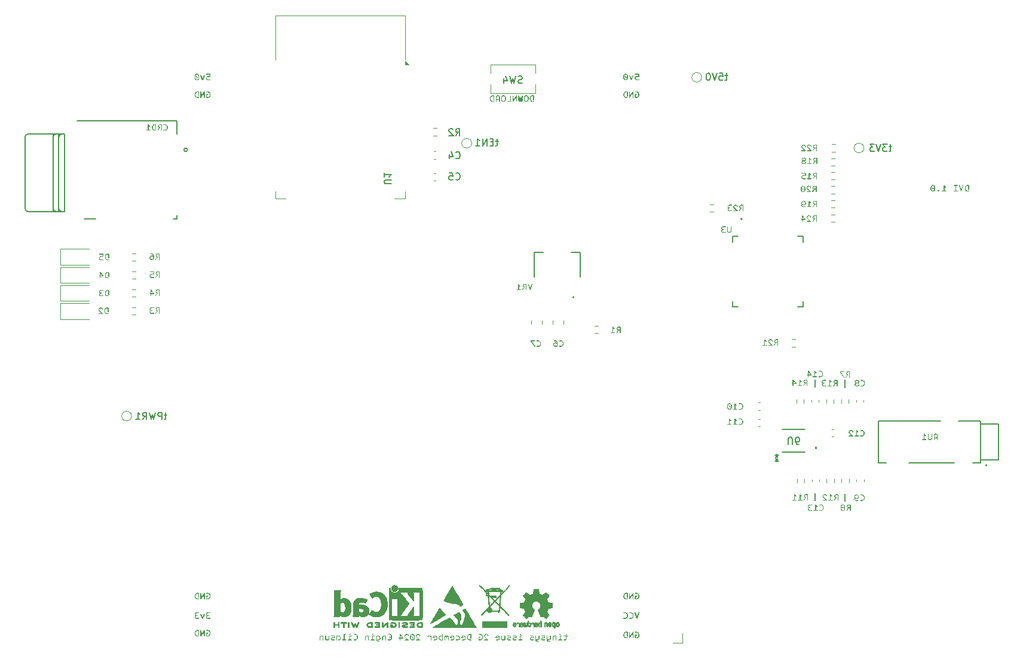
<source format=gbr>
%TF.GenerationSoftware,KiCad,Pcbnew,8.0.7*%
%TF.CreationDate,2024-12-30T22:39:52-08:00*%
%TF.ProjectId,expansionboardA,65787061-6e73-4696-9f6e-626f61726441,3*%
%TF.SameCoordinates,Original*%
%TF.FileFunction,Legend,Bot*%
%TF.FilePolarity,Positive*%
%FSLAX46Y46*%
G04 Gerber Fmt 4.6, Leading zero omitted, Abs format (unit mm)*
G04 Created by KiCad (PCBNEW 8.0.7) date 2024-12-30 22:39:52*
%MOMM*%
%LPD*%
G01*
G04 APERTURE LIST*
%ADD10C,0.150000*%
%ADD11C,0.250000*%
%ADD12C,0.162500*%
%ADD13C,0.125229*%
%ADD14C,0.125000*%
%ADD15C,0.120000*%
%ADD16C,0.127000*%
%ADD17C,0.200000*%
%ADD18C,0.010000*%
%ADD19C,0.152400*%
%ADD20C,0.000000*%
G04 APERTURE END LIST*
D10*
X129350000Y-86000000D02*
X129350000Y-87050000D01*
X133600000Y-86025000D02*
X133600000Y-87075000D01*
X133550000Y-102124000D02*
X133550000Y-103174000D01*
X129300000Y-102074000D02*
X129300000Y-103124000D01*
D11*
G36*
X104050348Y-116299644D02*
G01*
X104102357Y-116304422D01*
X104150427Y-116318756D01*
X104194559Y-116342646D01*
X104234752Y-116376092D01*
X104268198Y-116416071D01*
X104292088Y-116459806D01*
X104306422Y-116507296D01*
X104311200Y-116558541D01*
X104311200Y-116693363D01*
X104306422Y-116745265D01*
X104292088Y-116793258D01*
X104268198Y-116837344D01*
X104234752Y-116877522D01*
X104194452Y-116910861D01*
X104150244Y-116934675D01*
X104102128Y-116948963D01*
X104050104Y-116953726D01*
X103922854Y-116953726D01*
X103922854Y-116690432D01*
X104039113Y-116690432D01*
X104083810Y-116672358D01*
X104103105Y-116628150D01*
X104084054Y-116583210D01*
X104039113Y-116564159D01*
X103860816Y-116564159D01*
X103814898Y-116583454D01*
X103796580Y-116627906D01*
X103796580Y-117016496D01*
X103815143Y-117061681D01*
X103860816Y-117080000D01*
X104050348Y-117080000D01*
X104099344Y-117077245D01*
X104155100Y-117066666D01*
X104207541Y-117048153D01*
X104256669Y-117021706D01*
X104302481Y-116987325D01*
X104324145Y-116967159D01*
X104356793Y-116930676D01*
X104388667Y-116883872D01*
X104412572Y-116833772D01*
X104428509Y-116780375D01*
X104436477Y-116723680D01*
X104437473Y-116694096D01*
X104437473Y-116559274D01*
X104433489Y-116501411D01*
X104421536Y-116446708D01*
X104401615Y-116395165D01*
X104373726Y-116346782D01*
X104337868Y-116301559D01*
X104324145Y-116287187D01*
X104287579Y-116254398D01*
X104240661Y-116222387D01*
X104190429Y-116198379D01*
X104136883Y-116182373D01*
X104080022Y-116174370D01*
X104050348Y-116173370D01*
X103860816Y-116173370D01*
X103814898Y-116192421D01*
X103796580Y-116236629D01*
X103815143Y-116280837D01*
X103860816Y-116299644D01*
X104050348Y-116299644D01*
G37*
G36*
X103099511Y-116192665D02*
G01*
X103054815Y-116173370D01*
X103009874Y-116192665D01*
X102991556Y-116237117D01*
X102991556Y-117016252D01*
X103004501Y-117054354D01*
X103036252Y-117077069D01*
X103055303Y-117080000D01*
X103100561Y-117061135D01*
X103108304Y-117051423D01*
X103506175Y-116449364D01*
X103506175Y-117016252D01*
X103524738Y-117061681D01*
X103569434Y-117080000D01*
X103614131Y-117061681D01*
X103632449Y-117016252D01*
X103632449Y-116237362D01*
X103619748Y-116199993D01*
X103586775Y-116177034D01*
X103546720Y-116177766D01*
X103515457Y-116202435D01*
X103117829Y-116804005D01*
X103117829Y-116237117D01*
X103099511Y-116192665D01*
G37*
G36*
X102583426Y-116173370D02*
G01*
X102525623Y-116177371D01*
X102471101Y-116189376D01*
X102419859Y-116209383D01*
X102371896Y-116237392D01*
X102327214Y-116273405D01*
X102313049Y-116287187D01*
X102274950Y-116331357D01*
X102244734Y-116378687D01*
X102222400Y-116429176D01*
X102207948Y-116482826D01*
X102201379Y-116539635D01*
X102200942Y-116559274D01*
X102200942Y-116694096D01*
X102203679Y-116742944D01*
X102214189Y-116798540D01*
X102232581Y-116850839D01*
X102258856Y-116899840D01*
X102293014Y-116945544D01*
X102313049Y-116967159D01*
X102356638Y-117005507D01*
X102403507Y-117035921D01*
X102453656Y-117058401D01*
X102507085Y-117072947D01*
X102563794Y-117079559D01*
X102583426Y-117080000D01*
X102748534Y-117080000D01*
X102793475Y-117061681D01*
X102811793Y-117016985D01*
X102793475Y-116972288D01*
X102748778Y-116953726D01*
X102583914Y-116953726D01*
X102532730Y-116948963D01*
X102485423Y-116934675D01*
X102441994Y-116910861D01*
X102402442Y-116877522D01*
X102369530Y-116837344D01*
X102346022Y-116793258D01*
X102331917Y-116745265D01*
X102327215Y-116693363D01*
X102327215Y-116558541D01*
X102331902Y-116507296D01*
X102345961Y-116459806D01*
X102369393Y-116416071D01*
X102402198Y-116376092D01*
X102441612Y-116342646D01*
X102484874Y-116318756D01*
X102531982Y-116304422D01*
X102582937Y-116299644D01*
X102685519Y-116299644D01*
X102685519Y-116804249D01*
X102704082Y-116849923D01*
X102748778Y-116868241D01*
X102793475Y-116849923D01*
X102811793Y-116804494D01*
X102811793Y-116237117D01*
X102793719Y-116192665D01*
X102748534Y-116173370D01*
X102583426Y-116173370D01*
G37*
G36*
X43561200Y-43000411D02*
G01*
X43326727Y-43000411D01*
X43274993Y-43004490D01*
X43226649Y-43016727D01*
X43181694Y-43037121D01*
X43140129Y-43065674D01*
X43117899Y-43085652D01*
X43084019Y-43124498D01*
X43058460Y-43166662D01*
X43039440Y-43218915D01*
X43031713Y-43268192D01*
X43030949Y-43290327D01*
X43035098Y-43340944D01*
X43047545Y-43388288D01*
X43071931Y-43438388D01*
X43102159Y-43478720D01*
X43117655Y-43495003D01*
X43157177Y-43528122D01*
X43200088Y-43553106D01*
X43246388Y-43569956D01*
X43296078Y-43578671D01*
X43325994Y-43580000D01*
X43623237Y-43580000D01*
X43668911Y-43561681D01*
X43687473Y-43516985D01*
X43668911Y-43472288D01*
X43622993Y-43453726D01*
X43325261Y-43453726D01*
X43276203Y-43446925D01*
X43229335Y-43424209D01*
X43206803Y-43405366D01*
X43176590Y-43366417D01*
X43159595Y-43318175D01*
X43157222Y-43289595D01*
X43165405Y-43238088D01*
X43189954Y-43193112D01*
X43206803Y-43174556D01*
X43246588Y-43145385D01*
X43295968Y-43128976D01*
X43325261Y-43126685D01*
X43622993Y-43126685D01*
X43668911Y-43108122D01*
X43687473Y-43062205D01*
X43687473Y-42737606D01*
X43669155Y-42692665D01*
X43623237Y-42673370D01*
X43106664Y-42673370D01*
X43060746Y-42692421D01*
X43042184Y-42736629D01*
X43060990Y-42780837D01*
X43106908Y-42799644D01*
X43561200Y-42799644D01*
X43561200Y-43000411D01*
G37*
G36*
X42328750Y-42900272D02*
G01*
X42279902Y-42902714D01*
X42247173Y-42938862D01*
X42249616Y-42986001D01*
X42504361Y-43543363D01*
X42541726Y-43577102D01*
X42562735Y-43580000D01*
X42609157Y-43561073D01*
X42620865Y-43543363D01*
X42875610Y-42986001D01*
X42878053Y-42938862D01*
X42845324Y-42902714D01*
X42796720Y-42900272D01*
X42760572Y-42933000D01*
X42563468Y-43364333D01*
X42364654Y-42933244D01*
X42328750Y-42900272D01*
G37*
G36*
X41743300Y-43023614D02*
G01*
X41860293Y-43140607D01*
X41879588Y-43184570D01*
X41861270Y-43229755D01*
X41816329Y-43248806D01*
X41770411Y-43229755D01*
X41653419Y-43114228D01*
X41634612Y-43068799D01*
X41653175Y-43024347D01*
X41698115Y-43006029D01*
X41743300Y-43023614D01*
G37*
G36*
X41789642Y-42667016D02*
G01*
X41843846Y-42676608D01*
X41894287Y-42695153D01*
X41940965Y-42722650D01*
X41983879Y-42759099D01*
X42005804Y-42783016D01*
X42037138Y-42827717D01*
X42059519Y-42876041D01*
X42072948Y-42927988D01*
X42077424Y-42983558D01*
X42077424Y-43269811D01*
X42077424Y-43272009D01*
X42077424Y-43272742D01*
X42075955Y-43304864D01*
X42066313Y-43358157D01*
X42047672Y-43407733D01*
X42020031Y-43453593D01*
X41983391Y-43495736D01*
X41959241Y-43517317D01*
X41914188Y-43548160D01*
X41865582Y-43570191D01*
X41813423Y-43583409D01*
X41757711Y-43587815D01*
X41725043Y-43586357D01*
X41670814Y-43576790D01*
X41620324Y-43558294D01*
X41573574Y-43530869D01*
X41530565Y-43494515D01*
X41508526Y-43470541D01*
X41477028Y-43425758D01*
X41454530Y-43377375D01*
X41441031Y-43325393D01*
X41436531Y-43269811D01*
X41436531Y-42983558D01*
X41436542Y-42983314D01*
X41562805Y-42983314D01*
X41562805Y-43270055D01*
X41568362Y-43317974D01*
X41587313Y-43365009D01*
X41619713Y-43406099D01*
X41657595Y-43435336D01*
X41704609Y-43454990D01*
X41757222Y-43461542D01*
X41805155Y-43456008D01*
X41852591Y-43437138D01*
X41894487Y-43404877D01*
X41924368Y-43366996D01*
X41944455Y-43319982D01*
X41951151Y-43267369D01*
X41951151Y-42983314D01*
X41945617Y-42936097D01*
X41926748Y-42889337D01*
X41894487Y-42848004D01*
X41856629Y-42818380D01*
X41809696Y-42798466D01*
X41757222Y-42791828D01*
X41709161Y-42797314D01*
X41661638Y-42816021D01*
X41619713Y-42848004D01*
X41589703Y-42885356D01*
X41569529Y-42931622D01*
X41562805Y-42983314D01*
X41436542Y-42983314D01*
X41437997Y-42951360D01*
X41447614Y-42897860D01*
X41466207Y-42847984D01*
X41493776Y-42801730D01*
X41530321Y-42759099D01*
X41554325Y-42737175D01*
X41599308Y-42705841D01*
X41648078Y-42683459D01*
X41700635Y-42670031D01*
X41756978Y-42665554D01*
X41789642Y-42667016D01*
G37*
G36*
X43300348Y-45299644D02*
G01*
X43352357Y-45304422D01*
X43400427Y-45318756D01*
X43444559Y-45342646D01*
X43484752Y-45376092D01*
X43518198Y-45416071D01*
X43542088Y-45459806D01*
X43556422Y-45507296D01*
X43561200Y-45558541D01*
X43561200Y-45693363D01*
X43556422Y-45745265D01*
X43542088Y-45793258D01*
X43518198Y-45837344D01*
X43484752Y-45877522D01*
X43444452Y-45910861D01*
X43400244Y-45934675D01*
X43352128Y-45948963D01*
X43300104Y-45953726D01*
X43172854Y-45953726D01*
X43172854Y-45690432D01*
X43289113Y-45690432D01*
X43333810Y-45672358D01*
X43353105Y-45628150D01*
X43334054Y-45583210D01*
X43289113Y-45564159D01*
X43110816Y-45564159D01*
X43064898Y-45583454D01*
X43046580Y-45627906D01*
X43046580Y-46016496D01*
X43065143Y-46061681D01*
X43110816Y-46080000D01*
X43300348Y-46080000D01*
X43349344Y-46077245D01*
X43405100Y-46066666D01*
X43457541Y-46048153D01*
X43506669Y-46021706D01*
X43552481Y-45987325D01*
X43574145Y-45967159D01*
X43606793Y-45930676D01*
X43638667Y-45883872D01*
X43662572Y-45833772D01*
X43678509Y-45780375D01*
X43686477Y-45723680D01*
X43687473Y-45694096D01*
X43687473Y-45559274D01*
X43683489Y-45501411D01*
X43671536Y-45446708D01*
X43651615Y-45395165D01*
X43623726Y-45346782D01*
X43587868Y-45301559D01*
X43574145Y-45287187D01*
X43537579Y-45254398D01*
X43490661Y-45222387D01*
X43440429Y-45198379D01*
X43386883Y-45182373D01*
X43330022Y-45174370D01*
X43300348Y-45173370D01*
X43110816Y-45173370D01*
X43064898Y-45192421D01*
X43046580Y-45236629D01*
X43065143Y-45280837D01*
X43110816Y-45299644D01*
X43300348Y-45299644D01*
G37*
G36*
X42349511Y-45192665D02*
G01*
X42304815Y-45173370D01*
X42259874Y-45192665D01*
X42241556Y-45237117D01*
X42241556Y-46016252D01*
X42254501Y-46054354D01*
X42286252Y-46077069D01*
X42305303Y-46080000D01*
X42350561Y-46061135D01*
X42358304Y-46051423D01*
X42756175Y-45449364D01*
X42756175Y-46016252D01*
X42774738Y-46061681D01*
X42819434Y-46080000D01*
X42864131Y-46061681D01*
X42882449Y-46016252D01*
X42882449Y-45237362D01*
X42869748Y-45199993D01*
X42836775Y-45177034D01*
X42796720Y-45177766D01*
X42765457Y-45202435D01*
X42367829Y-45804005D01*
X42367829Y-45237117D01*
X42349511Y-45192665D01*
G37*
G36*
X41833426Y-45173370D02*
G01*
X41775623Y-45177371D01*
X41721101Y-45189376D01*
X41669859Y-45209383D01*
X41621896Y-45237392D01*
X41577214Y-45273405D01*
X41563049Y-45287187D01*
X41524950Y-45331357D01*
X41494734Y-45378687D01*
X41472400Y-45429176D01*
X41457948Y-45482826D01*
X41451379Y-45539635D01*
X41450942Y-45559274D01*
X41450942Y-45694096D01*
X41453679Y-45742944D01*
X41464189Y-45798540D01*
X41482581Y-45850839D01*
X41508856Y-45899840D01*
X41543014Y-45945544D01*
X41563049Y-45967159D01*
X41606638Y-46005507D01*
X41653507Y-46035921D01*
X41703656Y-46058401D01*
X41757085Y-46072947D01*
X41813794Y-46079559D01*
X41833426Y-46080000D01*
X41998534Y-46080000D01*
X42043475Y-46061681D01*
X42061793Y-46016985D01*
X42043475Y-45972288D01*
X41998778Y-45953726D01*
X41833914Y-45953726D01*
X41782730Y-45948963D01*
X41735423Y-45934675D01*
X41691994Y-45910861D01*
X41652442Y-45877522D01*
X41619530Y-45837344D01*
X41596022Y-45793258D01*
X41581917Y-45745265D01*
X41577215Y-45693363D01*
X41577215Y-45558541D01*
X41581902Y-45507296D01*
X41595961Y-45459806D01*
X41619393Y-45416071D01*
X41652198Y-45376092D01*
X41691612Y-45342646D01*
X41734874Y-45318756D01*
X41781982Y-45304422D01*
X41832937Y-45299644D01*
X41935519Y-45299644D01*
X41935519Y-45804249D01*
X41954082Y-45849923D01*
X41998778Y-45868241D01*
X42043475Y-45849923D01*
X42061793Y-45804494D01*
X42061793Y-45237117D01*
X42043719Y-45192665D01*
X41998534Y-45173370D01*
X41833426Y-45173370D01*
G37*
D12*
G36*
X93769120Y-122769357D02*
G01*
X93728576Y-122785478D01*
X93712212Y-122824801D01*
X93728576Y-122863879D01*
X93768876Y-122880000D01*
X93962316Y-122880000D01*
X94012920Y-122873477D01*
X94058270Y-122853909D01*
X94094940Y-122824801D01*
X94126228Y-122784167D01*
X94144528Y-122738166D01*
X94149895Y-122691688D01*
X94149895Y-122318485D01*
X94282030Y-122318485D01*
X94321598Y-122301877D01*
X94337473Y-122263042D01*
X94321598Y-122224452D01*
X94282030Y-122207843D01*
X94149895Y-122207843D01*
X94149895Y-122043956D01*
X94134019Y-122005610D01*
X94095184Y-121989002D01*
X94055861Y-122005610D01*
X94039253Y-122043956D01*
X94039253Y-122207843D01*
X93769120Y-122207843D01*
X93728576Y-122224452D01*
X93712212Y-122263042D01*
X93728576Y-122301877D01*
X93769120Y-122318485D01*
X94039253Y-122318485D01*
X94039253Y-122692665D01*
X94023604Y-122739574D01*
X94017271Y-122746887D01*
X93973331Y-122768809D01*
X93963782Y-122769357D01*
X93769120Y-122769357D01*
G37*
G36*
X93156071Y-122769357D02*
G01*
X92994626Y-122769357D01*
X92954570Y-122785478D01*
X92938450Y-122824801D01*
X92954570Y-122863879D01*
X92994382Y-122880000D01*
X93460886Y-122880000D01*
X93500942Y-122863879D01*
X93516817Y-122824801D01*
X93500942Y-122785478D01*
X93460886Y-122769357D01*
X93266713Y-122769357D01*
X93266713Y-122318485D01*
X93417899Y-122318485D01*
X93456489Y-122301877D01*
X93472609Y-122263042D01*
X93456489Y-122224452D01*
X93417899Y-122207843D01*
X93212247Y-122207843D01*
X93172191Y-122224696D01*
X93156071Y-122264263D01*
X93156071Y-122769357D01*
G37*
G36*
X93228367Y-122121870D02*
G01*
X93275765Y-122107444D01*
X93289183Y-122096224D01*
X93311675Y-122052205D01*
X93313607Y-122032233D01*
X93312142Y-122015380D01*
X93306769Y-121998527D01*
X93299930Y-121983140D01*
X93289183Y-121969218D01*
X93245079Y-121944519D01*
X93210537Y-121945282D01*
X93195638Y-121949434D01*
X93179518Y-121957983D01*
X93167306Y-121969218D01*
X93143263Y-122014098D01*
X93141660Y-122032233D01*
X93154657Y-122080372D01*
X93166817Y-122095980D01*
X93210781Y-122120252D01*
X93228367Y-122121870D01*
G37*
G36*
X92448011Y-122207843D02*
G01*
X92392880Y-122212261D01*
X92341395Y-122225515D01*
X92293557Y-122247604D01*
X92249365Y-122278529D01*
X92225750Y-122300167D01*
X92189776Y-122342347D01*
X92162638Y-122388103D01*
X92144335Y-122437436D01*
X92134868Y-122490344D01*
X92133426Y-122522184D01*
X92133426Y-122823824D01*
X92149546Y-122863879D01*
X92188869Y-122880000D01*
X92227948Y-122863879D01*
X92244068Y-122823579D01*
X92244068Y-122523405D01*
X92249935Y-122472143D01*
X92267538Y-122426128D01*
X92296876Y-122385360D01*
X92304152Y-122377836D01*
X92343936Y-122346538D01*
X92393210Y-122325498D01*
X92443012Y-122318543D01*
X92448255Y-122318485D01*
X92585519Y-122318485D01*
X92585519Y-122823579D01*
X92601639Y-122863879D01*
X92640963Y-122880000D01*
X92680286Y-122863879D01*
X92696161Y-122823824D01*
X92696161Y-122264019D01*
X92680041Y-122224696D01*
X92639497Y-122207843D01*
X92448011Y-122207843D01*
G37*
G36*
X91421702Y-122224696D02*
G01*
X91382623Y-122207843D01*
X91343300Y-122224696D01*
X91327180Y-122264019D01*
X91327180Y-122823091D01*
X91331212Y-122874278D01*
X91343309Y-122922053D01*
X91367008Y-122972474D01*
X91396385Y-123012936D01*
X91411444Y-123029232D01*
X91449922Y-123062446D01*
X91497847Y-123090415D01*
X91549986Y-123107730D01*
X91599063Y-123114140D01*
X91613677Y-123114473D01*
X91763886Y-123114473D01*
X91802965Y-123098597D01*
X91819574Y-123059762D01*
X91802965Y-123020195D01*
X91764131Y-123003831D01*
X91614166Y-123003831D01*
X91563229Y-122996317D01*
X91517122Y-122973777D01*
X91511339Y-122969637D01*
X91474463Y-122933032D01*
X91449930Y-122886876D01*
X91447592Y-122880000D01*
X91582414Y-122880000D01*
X91636607Y-122875617D01*
X91687200Y-122862468D01*
X91734193Y-122840555D01*
X91777587Y-122809875D01*
X91800767Y-122788408D01*
X91835980Y-122746514D01*
X91862543Y-122700973D01*
X91880459Y-122651786D01*
X91889725Y-122598952D01*
X91891137Y-122567124D01*
X91891137Y-122264019D01*
X91875261Y-122224696D01*
X91835938Y-122207843D01*
X91796615Y-122224696D01*
X91780495Y-122264263D01*
X91780495Y-122567613D01*
X91774794Y-122617201D01*
X91755355Y-122666403D01*
X91725712Y-122706274D01*
X91722121Y-122710006D01*
X91683371Y-122741305D01*
X91635512Y-122762344D01*
X91582170Y-122769357D01*
X91437822Y-122769357D01*
X91437822Y-122264263D01*
X91421702Y-122224696D01*
G37*
G36*
X90730251Y-122489211D02*
G01*
X90678252Y-122495935D01*
X90631736Y-122516109D01*
X90594207Y-122546120D01*
X90562085Y-122588159D01*
X90543297Y-122636029D01*
X90537787Y-122684605D01*
X90543321Y-122733182D01*
X90562191Y-122781051D01*
X90594452Y-122823091D01*
X90636150Y-122855491D01*
X90683332Y-122874442D01*
X90730983Y-122880000D01*
X91030914Y-122880000D01*
X91070481Y-122863879D01*
X91086113Y-122824801D01*
X91070481Y-122785478D01*
X91030914Y-122769357D01*
X90731228Y-122769357D01*
X90683679Y-122754301D01*
X90672609Y-122744689D01*
X90649586Y-122699502D01*
X90648429Y-122684605D01*
X90663188Y-122636061D01*
X90672609Y-122624766D01*
X90716652Y-122601045D01*
X90731228Y-122599853D01*
X90894382Y-122599853D01*
X90946462Y-122593100D01*
X90992886Y-122572839D01*
X91030181Y-122542700D01*
X91062025Y-122500579D01*
X91080650Y-122452802D01*
X91086113Y-122404459D01*
X91079503Y-122351481D01*
X91059676Y-122304044D01*
X91030181Y-122265729D01*
X90988871Y-122232772D01*
X90941846Y-122213496D01*
X90894138Y-122207843D01*
X90592986Y-122207843D01*
X90553663Y-122223719D01*
X90537787Y-122262554D01*
X90553663Y-122301877D01*
X90592742Y-122318485D01*
X90892916Y-122318485D01*
X90940233Y-122333840D01*
X90951290Y-122343642D01*
X90974313Y-122388830D01*
X90975471Y-122403726D01*
X90961869Y-122450850D01*
X90951290Y-122464054D01*
X90907397Y-122488007D01*
X90892916Y-122489211D01*
X90730251Y-122489211D01*
G37*
G36*
X89811653Y-122224696D02*
G01*
X89772575Y-122207843D01*
X89733251Y-122224696D01*
X89717131Y-122264019D01*
X89717131Y-122823091D01*
X89721164Y-122874278D01*
X89733260Y-122922053D01*
X89756959Y-122972474D01*
X89786336Y-123012936D01*
X89801395Y-123029232D01*
X89839873Y-123062446D01*
X89887798Y-123090415D01*
X89939937Y-123107730D01*
X89989014Y-123114140D01*
X90003628Y-123114473D01*
X90153838Y-123114473D01*
X90192916Y-123098597D01*
X90209525Y-123059762D01*
X90192916Y-123020195D01*
X90154082Y-123003831D01*
X90004117Y-123003831D01*
X89953180Y-122996317D01*
X89907073Y-122973777D01*
X89901290Y-122969637D01*
X89864414Y-122933032D01*
X89839882Y-122886876D01*
X89837543Y-122880000D01*
X89972365Y-122880000D01*
X90026558Y-122875617D01*
X90077151Y-122862468D01*
X90124144Y-122840555D01*
X90167538Y-122809875D01*
X90190718Y-122788408D01*
X90225931Y-122746514D01*
X90252495Y-122700973D01*
X90270410Y-122651786D01*
X90279676Y-122598952D01*
X90281088Y-122567124D01*
X90281088Y-122264019D01*
X90265212Y-122224696D01*
X90225889Y-122207843D01*
X90186566Y-122224696D01*
X90170446Y-122264263D01*
X90170446Y-122567613D01*
X90164746Y-122617201D01*
X90145307Y-122666403D01*
X90115663Y-122706274D01*
X90112072Y-122710006D01*
X90073322Y-122741305D01*
X90025463Y-122762344D01*
X89972121Y-122769357D01*
X89827773Y-122769357D01*
X89827773Y-122264263D01*
X89811653Y-122224696D01*
G37*
G36*
X89120202Y-122489211D02*
G01*
X89068203Y-122495935D01*
X89021687Y-122516109D01*
X88984159Y-122546120D01*
X88952037Y-122588159D01*
X88933248Y-122636029D01*
X88927739Y-122684605D01*
X88933272Y-122733182D01*
X88952142Y-122781051D01*
X88984403Y-122823091D01*
X89026101Y-122855491D01*
X89073283Y-122874442D01*
X89120935Y-122880000D01*
X89420865Y-122880000D01*
X89460432Y-122863879D01*
X89476064Y-122824801D01*
X89460432Y-122785478D01*
X89420865Y-122769357D01*
X89121179Y-122769357D01*
X89073630Y-122754301D01*
X89062561Y-122744689D01*
X89039538Y-122699502D01*
X89038381Y-122684605D01*
X89053139Y-122636061D01*
X89062561Y-122624766D01*
X89106603Y-122601045D01*
X89121179Y-122599853D01*
X89284333Y-122599853D01*
X89336414Y-122593100D01*
X89382837Y-122572839D01*
X89420132Y-122542700D01*
X89451976Y-122500579D01*
X89470602Y-122452802D01*
X89476064Y-122404459D01*
X89469455Y-122351481D01*
X89449627Y-122304044D01*
X89420132Y-122265729D01*
X89378822Y-122232772D01*
X89331797Y-122213496D01*
X89284089Y-122207843D01*
X88982937Y-122207843D01*
X88943614Y-122223719D01*
X88927739Y-122262554D01*
X88943614Y-122301877D01*
X88982693Y-122318485D01*
X89282868Y-122318485D01*
X89330184Y-122333840D01*
X89341242Y-122343642D01*
X89364265Y-122388830D01*
X89365422Y-122403726D01*
X89351820Y-122450850D01*
X89341242Y-122464054D01*
X89297348Y-122488007D01*
X89282868Y-122489211D01*
X89120202Y-122489211D01*
G37*
G36*
X87520900Y-122769357D02*
G01*
X87359455Y-122769357D01*
X87319399Y-122785478D01*
X87303279Y-122824801D01*
X87319399Y-122863879D01*
X87359211Y-122880000D01*
X87825715Y-122880000D01*
X87865771Y-122863879D01*
X87881646Y-122824801D01*
X87865771Y-122785478D01*
X87825715Y-122769357D01*
X87631542Y-122769357D01*
X87631542Y-122318485D01*
X87782728Y-122318485D01*
X87821318Y-122301877D01*
X87837438Y-122263042D01*
X87821318Y-122224452D01*
X87782728Y-122207843D01*
X87577076Y-122207843D01*
X87537020Y-122224696D01*
X87520900Y-122264263D01*
X87520900Y-122769357D01*
G37*
G36*
X87593196Y-122121870D02*
G01*
X87640594Y-122107444D01*
X87654012Y-122096224D01*
X87676504Y-122052205D01*
X87678436Y-122032233D01*
X87676971Y-122015380D01*
X87671598Y-121998527D01*
X87664759Y-121983140D01*
X87654012Y-121969218D01*
X87609908Y-121944519D01*
X87575366Y-121945282D01*
X87560467Y-121949434D01*
X87544347Y-121957983D01*
X87532135Y-121969218D01*
X87508092Y-122014098D01*
X87506489Y-122032233D01*
X87519486Y-122080372D01*
X87531646Y-122095980D01*
X87575610Y-122120252D01*
X87593196Y-122121870D01*
G37*
G36*
X86705129Y-122489211D02*
G01*
X86653129Y-122495935D01*
X86606614Y-122516109D01*
X86569085Y-122546120D01*
X86536963Y-122588159D01*
X86518175Y-122636029D01*
X86512665Y-122684605D01*
X86518199Y-122733182D01*
X86537069Y-122781051D01*
X86569330Y-122823091D01*
X86611028Y-122855491D01*
X86658210Y-122874442D01*
X86705861Y-122880000D01*
X87005792Y-122880000D01*
X87045359Y-122863879D01*
X87060990Y-122824801D01*
X87045359Y-122785478D01*
X87005792Y-122769357D01*
X86706106Y-122769357D01*
X86658557Y-122754301D01*
X86647487Y-122744689D01*
X86624464Y-122699502D01*
X86623307Y-122684605D01*
X86638066Y-122636061D01*
X86647487Y-122624766D01*
X86691530Y-122601045D01*
X86706106Y-122599853D01*
X86869260Y-122599853D01*
X86921340Y-122593100D01*
X86967764Y-122572839D01*
X87005059Y-122542700D01*
X87036903Y-122500579D01*
X87055528Y-122452802D01*
X87060990Y-122404459D01*
X87054381Y-122351481D01*
X87034554Y-122304044D01*
X87005059Y-122265729D01*
X86963749Y-122232772D01*
X86916724Y-122213496D01*
X86869016Y-122207843D01*
X86567864Y-122207843D01*
X86528541Y-122223719D01*
X86512665Y-122262554D01*
X86528541Y-122301877D01*
X86567620Y-122318485D01*
X86867794Y-122318485D01*
X86915110Y-122333840D01*
X86926168Y-122343642D01*
X86949191Y-122388830D01*
X86950348Y-122403726D01*
X86936747Y-122450850D01*
X86926168Y-122464054D01*
X86882275Y-122488007D01*
X86867794Y-122489211D01*
X86705129Y-122489211D01*
G37*
G36*
X85900104Y-122489211D02*
G01*
X85848105Y-122495935D01*
X85801589Y-122516109D01*
X85764061Y-122546120D01*
X85731939Y-122588159D01*
X85713151Y-122636029D01*
X85707641Y-122684605D01*
X85713174Y-122733182D01*
X85732044Y-122781051D01*
X85764305Y-122823091D01*
X85806004Y-122855491D01*
X85853186Y-122874442D01*
X85900837Y-122880000D01*
X86200767Y-122880000D01*
X86240334Y-122863879D01*
X86255966Y-122824801D01*
X86240334Y-122785478D01*
X86200767Y-122769357D01*
X85901081Y-122769357D01*
X85853533Y-122754301D01*
X85842463Y-122744689D01*
X85819440Y-122699502D01*
X85818283Y-122684605D01*
X85833041Y-122636061D01*
X85842463Y-122624766D01*
X85886505Y-122601045D01*
X85901081Y-122599853D01*
X86064235Y-122599853D01*
X86116316Y-122593100D01*
X86162740Y-122572839D01*
X86200034Y-122542700D01*
X86231878Y-122500579D01*
X86250504Y-122452802D01*
X86255966Y-122404459D01*
X86249357Y-122351481D01*
X86229530Y-122304044D01*
X86200034Y-122265729D01*
X86158724Y-122232772D01*
X86111700Y-122213496D01*
X86063991Y-122207843D01*
X85762840Y-122207843D01*
X85723517Y-122223719D01*
X85707641Y-122262554D01*
X85723517Y-122301877D01*
X85762595Y-122318485D01*
X86062770Y-122318485D01*
X86110086Y-122333840D01*
X86121144Y-122343642D01*
X86144167Y-122388830D01*
X86145324Y-122403726D01*
X86131723Y-122450850D01*
X86121144Y-122464054D01*
X86077251Y-122488007D01*
X86062770Y-122489211D01*
X85900104Y-122489211D01*
G37*
G36*
X84982728Y-122224696D02*
G01*
X84943649Y-122207843D01*
X84904326Y-122224696D01*
X84888206Y-122264019D01*
X84888206Y-122692421D01*
X84894757Y-122743135D01*
X84914412Y-122788480D01*
X84943649Y-122825045D01*
X84984282Y-122856333D01*
X85030284Y-122874633D01*
X85076762Y-122880000D01*
X85262386Y-122880000D01*
X85313296Y-122873506D01*
X85358896Y-122854025D01*
X85395743Y-122825045D01*
X85427169Y-122784579D01*
X85445551Y-122738746D01*
X85450942Y-122692421D01*
X85450942Y-122264019D01*
X85435066Y-122224696D01*
X85395743Y-122207843D01*
X85356420Y-122224696D01*
X85340300Y-122264263D01*
X85340300Y-122693154D01*
X85323955Y-122739650D01*
X85317341Y-122746887D01*
X85272686Y-122768809D01*
X85263119Y-122769357D01*
X85075785Y-122769357D01*
X85029114Y-122753361D01*
X85021807Y-122746887D01*
X84999409Y-122702709D01*
X84998848Y-122693154D01*
X84998848Y-122264263D01*
X84982728Y-122224696D01*
G37*
G36*
X84585833Y-122298702D02*
G01*
X84544023Y-122263299D01*
X84498519Y-122236591D01*
X84449321Y-122218579D01*
X84396431Y-122209263D01*
X84364549Y-122207843D01*
X84309548Y-122212203D01*
X84258241Y-122225281D01*
X84210626Y-122247078D01*
X84166705Y-122277594D01*
X84143265Y-122298946D01*
X84107672Y-122340473D01*
X84080821Y-122385553D01*
X84062712Y-122434186D01*
X84053346Y-122486372D01*
X84051919Y-122517787D01*
X84051919Y-122529023D01*
X84068039Y-122567124D01*
X84107850Y-122583000D01*
X84387020Y-122583000D01*
X84426587Y-122566880D01*
X84442707Y-122527801D01*
X84426587Y-122488478D01*
X84387020Y-122472358D01*
X84167934Y-122472358D01*
X84185039Y-122425727D01*
X84213271Y-122385484D01*
X84238276Y-122362205D01*
X84281690Y-122335563D01*
X84329501Y-122321218D01*
X84363817Y-122318485D01*
X84414154Y-122324162D01*
X84463794Y-122343520D01*
X84503712Y-122373039D01*
X84507431Y-122376615D01*
X84538601Y-122415131D01*
X84559554Y-122462898D01*
X84566538Y-122516322D01*
X84566538Y-122571521D01*
X84560766Y-122620217D01*
X84541083Y-122668493D01*
X84511068Y-122707572D01*
X84507431Y-122711228D01*
X84468009Y-122741882D01*
X84418914Y-122762489D01*
X84369074Y-122769301D01*
X84363817Y-122769357D01*
X84201884Y-122769357D01*
X84163293Y-122785478D01*
X84146929Y-122824801D01*
X84163293Y-122863879D01*
X84201884Y-122880000D01*
X84363572Y-122880000D01*
X84418954Y-122875699D01*
X84470549Y-122862796D01*
X84518357Y-122841291D01*
X84562378Y-122811184D01*
X84585833Y-122790118D01*
X84621427Y-122748888D01*
X84648278Y-122704059D01*
X84666386Y-122655630D01*
X84675753Y-122603601D01*
X84677180Y-122572254D01*
X84677180Y-122517055D01*
X84672809Y-122462945D01*
X84659696Y-122412389D01*
X84637840Y-122365386D01*
X84607243Y-122321935D01*
X84585833Y-122298702D01*
G37*
G36*
X82441870Y-122314822D02*
G01*
X82458722Y-122353656D01*
X82876378Y-122769357D01*
X82498290Y-122769357D01*
X82458234Y-122785478D01*
X82441870Y-122824801D01*
X82457990Y-122863879D01*
X82498046Y-122880000D01*
X83009002Y-122880000D01*
X83053545Y-122859129D01*
X83060781Y-122845806D01*
X83057788Y-122796999D01*
X83048080Y-122784989D01*
X82552512Y-122290397D01*
X82552512Y-122261088D01*
X82559656Y-122211549D01*
X82583519Y-122164315D01*
X82603314Y-122141653D01*
X82644015Y-122111291D01*
X82690280Y-122094942D01*
X82724214Y-122091828D01*
X82770865Y-122091828D01*
X82821353Y-122098206D01*
X82866357Y-122117341D01*
X82902512Y-122145806D01*
X82933243Y-122185287D01*
X82952220Y-122234151D01*
X82956489Y-122274766D01*
X82972609Y-122314089D01*
X83011933Y-122330942D01*
X83051011Y-122314333D01*
X83067131Y-122275010D01*
X83063006Y-122223681D01*
X83050629Y-122175694D01*
X83030001Y-122131050D01*
X83001121Y-122089748D01*
X82980914Y-122067648D01*
X82941310Y-122033958D01*
X82898154Y-122008543D01*
X82851444Y-121991403D01*
X82801181Y-121982537D01*
X82770865Y-121981186D01*
X82724214Y-121981186D01*
X82674857Y-121985124D01*
X82622398Y-121999271D01*
X82574152Y-122023707D01*
X82535394Y-122053528D01*
X82524912Y-122063496D01*
X82492555Y-122101107D01*
X82465307Y-122148013D01*
X82448438Y-122199102D01*
X82441951Y-122254374D01*
X82441870Y-122261577D01*
X82441870Y-122314822D01*
G37*
G36*
X81882798Y-122099644D02*
G01*
X81936348Y-122104559D01*
X81985868Y-122119305D01*
X82031359Y-122143882D01*
X82072819Y-122178290D01*
X82107226Y-122219536D01*
X82131803Y-122264630D01*
X82146550Y-122313570D01*
X82151465Y-122366357D01*
X82151465Y-122501179D01*
X82146534Y-122554607D01*
X82131742Y-122604005D01*
X82107089Y-122649373D01*
X82072575Y-122690711D01*
X82031114Y-122725119D01*
X81985624Y-122749696D01*
X81936104Y-122764442D01*
X81882554Y-122769357D01*
X81747487Y-122769357D01*
X81747487Y-122490432D01*
X81871563Y-122490432D01*
X81910886Y-122474556D01*
X81927739Y-122435966D01*
X81910886Y-122396399D01*
X81871563Y-122379790D01*
X81693265Y-122379790D01*
X81652965Y-122396643D01*
X81636845Y-122435722D01*
X81636845Y-122824312D01*
X81652965Y-122863879D01*
X81693265Y-122880000D01*
X81882798Y-122880000D01*
X81940160Y-122876110D01*
X81994276Y-122864440D01*
X82045146Y-122844992D01*
X82092770Y-122817763D01*
X82137149Y-122782756D01*
X82151221Y-122769357D01*
X82188905Y-122726244D01*
X82218792Y-122679884D01*
X82240883Y-122630279D01*
X82255177Y-122577428D01*
X82261674Y-122521332D01*
X82262107Y-122501912D01*
X82262107Y-122367090D01*
X82258209Y-122310383D01*
X82246514Y-122256768D01*
X82227022Y-122206244D01*
X82199733Y-122158811D01*
X82164648Y-122114470D01*
X82151221Y-122100376D01*
X82107924Y-122062526D01*
X82061381Y-122032507D01*
X82011593Y-122010319D01*
X81958559Y-121995963D01*
X81902279Y-121989437D01*
X81882798Y-121989002D01*
X81693265Y-121989002D01*
X81652965Y-122005610D01*
X81636845Y-122044445D01*
X81653210Y-122083035D01*
X81693265Y-122099644D01*
X81882798Y-122099644D01*
G37*
G36*
X80415875Y-121989002D02*
G01*
X80359229Y-121992917D01*
X80305794Y-122004664D01*
X80255571Y-122024241D01*
X80208559Y-122051650D01*
X80164758Y-122086890D01*
X80150872Y-122100376D01*
X80113603Y-122143687D01*
X80084045Y-122190090D01*
X80062197Y-122239583D01*
X80048061Y-122292168D01*
X80041635Y-122347844D01*
X80041207Y-122367090D01*
X80041207Y-122501912D01*
X80045062Y-122559090D01*
X80056628Y-122613023D01*
X80075905Y-122663710D01*
X80102893Y-122711151D01*
X80137592Y-122755347D01*
X80150872Y-122769357D01*
X80193602Y-122806958D01*
X80239543Y-122836780D01*
X80288696Y-122858822D01*
X80341061Y-122873084D01*
X80396636Y-122879567D01*
X80415875Y-122880000D01*
X80580983Y-122880000D01*
X80620551Y-122863879D01*
X80636427Y-122824801D01*
X80620551Y-122785478D01*
X80581228Y-122769357D01*
X80416364Y-122769357D01*
X80363653Y-122764442D01*
X80314942Y-122749696D01*
X80270230Y-122725119D01*
X80229518Y-122690711D01*
X80195538Y-122649373D01*
X80171266Y-122604005D01*
X80156703Y-122554607D01*
X80151849Y-122501179D01*
X80151849Y-122366357D01*
X80156688Y-122313570D01*
X80171205Y-122264630D01*
X80195400Y-122219536D01*
X80229274Y-122178290D01*
X80269849Y-122143882D01*
X80314392Y-122119305D01*
X80362905Y-122104559D01*
X80415387Y-122099644D01*
X80525785Y-122099644D01*
X80525785Y-122612065D01*
X80541905Y-122652121D01*
X80581228Y-122668241D01*
X80620307Y-122652121D01*
X80636427Y-122612309D01*
X80636427Y-122044933D01*
X80620551Y-122005854D01*
X80580983Y-121989002D01*
X80415875Y-121989002D01*
G37*
G36*
X79755687Y-122298702D02*
G01*
X79713876Y-122263299D01*
X79668372Y-122236591D01*
X79619175Y-122218579D01*
X79566284Y-122209263D01*
X79534403Y-122207843D01*
X79479402Y-122212203D01*
X79428094Y-122225281D01*
X79380480Y-122247078D01*
X79336559Y-122277594D01*
X79313119Y-122298946D01*
X79277526Y-122340473D01*
X79250675Y-122385553D01*
X79232566Y-122434186D01*
X79223199Y-122486372D01*
X79221772Y-122517787D01*
X79221772Y-122529023D01*
X79237892Y-122567124D01*
X79277704Y-122583000D01*
X79556873Y-122583000D01*
X79596441Y-122566880D01*
X79612561Y-122527801D01*
X79596441Y-122488478D01*
X79556873Y-122472358D01*
X79337787Y-122472358D01*
X79354892Y-122425727D01*
X79383125Y-122385484D01*
X79408129Y-122362205D01*
X79451543Y-122335563D01*
X79499354Y-122321218D01*
X79533670Y-122318485D01*
X79584007Y-122324162D01*
X79633647Y-122343520D01*
X79673566Y-122373039D01*
X79677285Y-122376615D01*
X79708455Y-122415131D01*
X79729407Y-122462898D01*
X79736392Y-122516322D01*
X79736392Y-122571521D01*
X79730620Y-122620217D01*
X79710937Y-122668493D01*
X79680921Y-122707572D01*
X79677285Y-122711228D01*
X79637863Y-122741882D01*
X79588768Y-122762489D01*
X79538927Y-122769301D01*
X79533670Y-122769357D01*
X79371737Y-122769357D01*
X79333147Y-122785478D01*
X79316782Y-122824801D01*
X79333147Y-122863879D01*
X79371737Y-122880000D01*
X79533426Y-122880000D01*
X79588807Y-122875699D01*
X79640402Y-122862796D01*
X79688210Y-122841291D01*
X79732232Y-122811184D01*
X79755687Y-122790118D01*
X79791280Y-122748888D01*
X79818131Y-122704059D01*
X79836240Y-122655630D01*
X79845606Y-122603601D01*
X79847034Y-122572254D01*
X79847034Y-122517055D01*
X79842663Y-122462945D01*
X79829549Y-122412389D01*
X79807694Y-122365386D01*
X79777096Y-122321935D01*
X79755687Y-122298702D01*
G37*
G36*
X78473168Y-122769357D02*
G01*
X78433112Y-122785478D01*
X78416748Y-122824801D01*
X78432868Y-122863879D01*
X78473168Y-122880000D01*
X78728646Y-122880000D01*
X78783932Y-122875617D01*
X78835455Y-122862468D01*
X78883215Y-122840555D01*
X78927211Y-122809875D01*
X78950662Y-122788408D01*
X78986256Y-122746514D01*
X79013107Y-122700973D01*
X79031215Y-122651786D01*
X79040582Y-122598952D01*
X79042009Y-122567124D01*
X79042009Y-122522184D01*
X79037638Y-122467231D01*
X79024525Y-122415855D01*
X79002669Y-122368055D01*
X78972072Y-122323832D01*
X78950662Y-122300167D01*
X78908817Y-122264193D01*
X78863207Y-122237055D01*
X78813835Y-122218753D01*
X78760699Y-122209286D01*
X78728646Y-122207843D01*
X78473168Y-122207843D01*
X78432868Y-122224452D01*
X78416748Y-122263042D01*
X78433112Y-122301877D01*
X78473168Y-122318485D01*
X78728890Y-122318485D01*
X78779227Y-122324305D01*
X78828867Y-122344151D01*
X78868786Y-122374414D01*
X78872505Y-122378080D01*
X78903546Y-122417560D01*
X78924412Y-122466497D01*
X78931310Y-122515995D01*
X78931367Y-122521207D01*
X78931367Y-122566636D01*
X78925619Y-122616505D01*
X78906017Y-122665962D01*
X78876126Y-122706014D01*
X78872505Y-122709762D01*
X78833082Y-122741189D01*
X78783988Y-122762315D01*
X78734147Y-122769299D01*
X78728890Y-122769357D01*
X78473168Y-122769357D01*
G37*
G36*
X78145638Y-122298702D02*
G01*
X78103827Y-122263299D01*
X78058323Y-122236591D01*
X78009126Y-122218579D01*
X77956235Y-122209263D01*
X77924354Y-122207843D01*
X77869353Y-122212203D01*
X77818045Y-122225281D01*
X77770431Y-122247078D01*
X77726510Y-122277594D01*
X77703070Y-122298946D01*
X77667477Y-122340473D01*
X77640626Y-122385553D01*
X77622517Y-122434186D01*
X77613150Y-122486372D01*
X77611723Y-122517787D01*
X77611723Y-122529023D01*
X77627843Y-122567124D01*
X77667655Y-122583000D01*
X77946824Y-122583000D01*
X77986392Y-122566880D01*
X78002512Y-122527801D01*
X77986392Y-122488478D01*
X77946824Y-122472358D01*
X77727739Y-122472358D01*
X77744843Y-122425727D01*
X77773076Y-122385484D01*
X77798080Y-122362205D01*
X77841495Y-122335563D01*
X77889305Y-122321218D01*
X77923621Y-122318485D01*
X77973958Y-122324162D01*
X78023599Y-122343520D01*
X78063517Y-122373039D01*
X78067236Y-122376615D01*
X78098406Y-122415131D01*
X78119359Y-122462898D01*
X78126343Y-122516322D01*
X78126343Y-122571521D01*
X78120571Y-122620217D01*
X78100888Y-122668493D01*
X78070873Y-122707572D01*
X78067236Y-122711228D01*
X78027814Y-122741882D01*
X77978719Y-122762489D01*
X77928878Y-122769301D01*
X77923621Y-122769357D01*
X77761688Y-122769357D01*
X77723098Y-122785478D01*
X77706734Y-122824801D01*
X77723098Y-122863879D01*
X77761688Y-122880000D01*
X77923377Y-122880000D01*
X77978759Y-122875699D01*
X78030353Y-122862796D01*
X78078162Y-122841291D01*
X78122183Y-122811184D01*
X78145638Y-122790118D01*
X78181231Y-122748888D01*
X78208082Y-122704059D01*
X78226191Y-122655630D01*
X78235558Y-122603601D01*
X78236985Y-122572254D01*
X78236985Y-122517055D01*
X78232614Y-122462945D01*
X78219500Y-122412389D01*
X78197645Y-122365386D01*
X78167047Y-122321935D01*
X78145638Y-122298702D01*
G37*
G36*
X77000872Y-122207843D02*
G01*
X76948356Y-122215468D01*
X76901816Y-122238343D01*
X76874110Y-122262065D01*
X76843935Y-122301940D01*
X76825301Y-122351365D01*
X76821109Y-122392491D01*
X76821109Y-122823824D01*
X76836985Y-122863879D01*
X76875819Y-122880000D01*
X76915143Y-122863879D01*
X76931751Y-122823579D01*
X76931751Y-122390537D01*
X76948400Y-122343792D01*
X76952023Y-122339734D01*
X76996188Y-122318672D01*
X77001605Y-122318485D01*
X77048373Y-122337161D01*
X77050942Y-122339734D01*
X77071036Y-122385069D01*
X77071214Y-122390537D01*
X77071214Y-122593014D01*
X77087334Y-122633314D01*
X77126657Y-122649434D01*
X77165736Y-122633314D01*
X77181856Y-122593014D01*
X77181856Y-122390537D01*
X77198505Y-122343792D01*
X77202128Y-122339734D01*
X77246293Y-122318672D01*
X77251709Y-122318485D01*
X77298478Y-122337161D01*
X77301046Y-122339734D01*
X77321140Y-122385069D01*
X77321318Y-122390537D01*
X77321318Y-122823579D01*
X77337927Y-122863879D01*
X77377250Y-122880000D01*
X77416085Y-122863879D01*
X77431960Y-122823824D01*
X77431960Y-122392491D01*
X77425727Y-122342698D01*
X77404706Y-122294304D01*
X77379204Y-122262065D01*
X77340394Y-122231195D01*
X77292263Y-122212132D01*
X77252198Y-122207843D01*
X77200323Y-122215056D01*
X77153875Y-122236694D01*
X77125924Y-122259134D01*
X77083838Y-122227879D01*
X77035982Y-122211049D01*
X77000872Y-122207843D01*
G37*
G36*
X76331158Y-122207843D02*
G01*
X76276038Y-122212261D01*
X76224589Y-122225515D01*
X76176809Y-122247604D01*
X76132699Y-122278529D01*
X76109141Y-122300167D01*
X76073358Y-122342347D01*
X76046363Y-122388103D01*
X76028157Y-122437436D01*
X76018741Y-122490344D01*
X76017306Y-122522184D01*
X76017306Y-122567124D01*
X76020999Y-122616358D01*
X76034265Y-122669420D01*
X76057178Y-122719063D01*
X76085140Y-122759695D01*
X76094487Y-122770823D01*
X76130005Y-122805902D01*
X76175148Y-122837692D01*
X76225145Y-122860628D01*
X76272875Y-122873434D01*
X76287194Y-122875847D01*
X76309909Y-122880000D01*
X76342149Y-122880000D01*
X76382693Y-122863879D01*
X76398813Y-122824801D01*
X76382449Y-122785478D01*
X76341905Y-122769357D01*
X76320655Y-122769357D01*
X76318702Y-122769357D01*
X76317969Y-122769357D01*
X76266253Y-122762315D01*
X76220252Y-122741189D01*
X76183391Y-122709762D01*
X76154153Y-122670488D01*
X76134499Y-122622603D01*
X76127948Y-122569811D01*
X76127948Y-122523893D01*
X76133768Y-122473203D01*
X76151227Y-122427379D01*
X76180327Y-122386421D01*
X76187543Y-122378813D01*
X76227023Y-122347000D01*
X76275960Y-122325614D01*
X76325457Y-122318544D01*
X76330669Y-122318485D01*
X76500662Y-122318485D01*
X76500662Y-122823579D01*
X76516782Y-122863879D01*
X76556106Y-122880000D01*
X76595184Y-122864124D01*
X76611304Y-122824556D01*
X76611304Y-122029057D01*
X76595184Y-121990223D01*
X76556106Y-121973370D01*
X76516782Y-121989490D01*
X76500662Y-122027103D01*
X76500662Y-122207843D01*
X76331158Y-122207843D01*
G37*
G36*
X75730565Y-122298702D02*
G01*
X75688754Y-122263299D01*
X75643250Y-122236591D01*
X75594053Y-122218579D01*
X75541162Y-122209263D01*
X75509281Y-122207843D01*
X75454280Y-122212203D01*
X75402972Y-122225281D01*
X75355358Y-122247078D01*
X75311436Y-122277594D01*
X75287997Y-122298946D01*
X75252404Y-122340473D01*
X75225553Y-122385553D01*
X75207444Y-122434186D01*
X75198077Y-122486372D01*
X75196650Y-122517787D01*
X75196650Y-122529023D01*
X75212770Y-122567124D01*
X75252581Y-122583000D01*
X75531751Y-122583000D01*
X75571318Y-122566880D01*
X75587438Y-122527801D01*
X75571318Y-122488478D01*
X75531751Y-122472358D01*
X75312665Y-122472358D01*
X75329770Y-122425727D01*
X75358003Y-122385484D01*
X75383007Y-122362205D01*
X75426421Y-122335563D01*
X75474232Y-122321218D01*
X75508548Y-122318485D01*
X75558885Y-122324162D01*
X75608525Y-122343520D01*
X75648444Y-122373039D01*
X75652163Y-122376615D01*
X75683332Y-122415131D01*
X75704285Y-122462898D01*
X75711270Y-122516322D01*
X75711270Y-122571521D01*
X75705497Y-122620217D01*
X75685814Y-122668493D01*
X75655799Y-122707572D01*
X75652163Y-122711228D01*
X75612740Y-122741882D01*
X75563646Y-122762489D01*
X75513805Y-122769301D01*
X75508548Y-122769357D01*
X75346615Y-122769357D01*
X75308025Y-122785478D01*
X75291660Y-122824801D01*
X75308025Y-122863879D01*
X75346615Y-122880000D01*
X75508304Y-122880000D01*
X75563685Y-122875699D01*
X75615280Y-122862796D01*
X75663088Y-122841291D01*
X75707110Y-122811184D01*
X75730565Y-122790118D01*
X75766158Y-122748888D01*
X75793009Y-122704059D01*
X75811118Y-122655630D01*
X75820484Y-122603601D01*
X75821912Y-122572254D01*
X75821912Y-122517055D01*
X75817540Y-122462945D01*
X75804427Y-122412389D01*
X75782572Y-122365386D01*
X75751974Y-122321935D01*
X75730565Y-122298702D01*
G37*
G36*
X74421667Y-122325324D02*
G01*
X74412630Y-122367334D01*
X74435101Y-122403237D01*
X74477110Y-122413007D01*
X74512770Y-122389804D01*
X74545987Y-122353473D01*
X74587020Y-122326057D01*
X74633121Y-122308654D01*
X74682030Y-122302854D01*
X74733121Y-122308888D01*
X74779537Y-122326992D01*
X74821277Y-122357164D01*
X74829064Y-122364647D01*
X74861522Y-122405715D01*
X74881958Y-122451983D01*
X74890373Y-122503450D01*
X74890614Y-122514368D01*
X74890614Y-122823335D01*
X74906734Y-122863635D01*
X74946057Y-122880000D01*
X74985136Y-122863879D01*
X75001256Y-122823824D01*
X75001256Y-122264019D01*
X74985136Y-122224207D01*
X74946057Y-122207843D01*
X74906734Y-122223475D01*
X74890614Y-122262065D01*
X74890614Y-122271835D01*
X74849077Y-122240810D01*
X74805249Y-122217405D01*
X74752355Y-122199987D01*
X74703619Y-122192911D01*
X74682030Y-122192212D01*
X74629312Y-122196396D01*
X74578961Y-122208951D01*
X74535240Y-122227627D01*
X74490855Y-122255039D01*
X74452069Y-122288917D01*
X74421667Y-122325324D01*
G37*
G36*
X72781577Y-122314822D02*
G01*
X72798429Y-122353656D01*
X73216085Y-122769357D01*
X72837997Y-122769357D01*
X72797941Y-122785478D01*
X72781577Y-122824801D01*
X72797697Y-122863879D01*
X72837752Y-122880000D01*
X73348709Y-122880000D01*
X73393252Y-122859129D01*
X73400488Y-122845806D01*
X73397495Y-122796999D01*
X73387787Y-122784989D01*
X72892219Y-122290397D01*
X72892219Y-122261088D01*
X72899363Y-122211549D01*
X72923226Y-122164315D01*
X72943021Y-122141653D01*
X72983722Y-122111291D01*
X73029987Y-122094942D01*
X73063921Y-122091828D01*
X73110572Y-122091828D01*
X73161060Y-122098206D01*
X73206064Y-122117341D01*
X73242219Y-122145806D01*
X73272950Y-122185287D01*
X73291927Y-122234151D01*
X73296196Y-122274766D01*
X73312316Y-122314089D01*
X73351639Y-122330942D01*
X73390718Y-122314333D01*
X73406838Y-122275010D01*
X73402713Y-122223681D01*
X73390336Y-122175694D01*
X73369707Y-122131050D01*
X73340828Y-122089748D01*
X73320621Y-122067648D01*
X73281017Y-122033958D01*
X73237860Y-122008543D01*
X73191151Y-121991403D01*
X73140888Y-121982537D01*
X73110572Y-121981186D01*
X73063921Y-121981186D01*
X73014564Y-121985124D01*
X72962105Y-121999271D01*
X72913859Y-122023707D01*
X72875101Y-122053528D01*
X72864619Y-122063496D01*
X72832262Y-122101107D01*
X72805013Y-122148013D01*
X72788145Y-122199102D01*
X72781658Y-122254374D01*
X72781577Y-122261577D01*
X72781577Y-122314822D01*
G37*
G36*
X72270132Y-122337048D02*
G01*
X72387124Y-122454040D01*
X72403977Y-122492386D01*
X72387857Y-122532198D01*
X72348290Y-122548806D01*
X72308234Y-122531953D01*
X72191242Y-122416427D01*
X72174633Y-122376615D01*
X72190753Y-122337780D01*
X72230321Y-122321660D01*
X72270132Y-122337048D01*
G37*
G36*
X72321064Y-121982609D02*
G01*
X72373955Y-121991951D01*
X72423152Y-122010011D01*
X72468656Y-122036790D01*
X72510467Y-122072288D01*
X72531876Y-122095640D01*
X72562474Y-122139279D01*
X72584330Y-122186448D01*
X72597443Y-122237146D01*
X72601814Y-122291374D01*
X72601814Y-122577627D01*
X72601814Y-122579825D01*
X72601814Y-122580558D01*
X72600379Y-122611901D01*
X72590962Y-122663905D01*
X72572757Y-122712286D01*
X72545762Y-122757044D01*
X72509979Y-122798178D01*
X72486451Y-122819187D01*
X72442542Y-122849212D01*
X72395149Y-122870658D01*
X72344274Y-122883526D01*
X72289916Y-122887815D01*
X72258031Y-122886392D01*
X72205115Y-122877050D01*
X72155869Y-122858990D01*
X72110294Y-122832211D01*
X72068387Y-122796713D01*
X72046864Y-122773361D01*
X72016102Y-122729722D01*
X71994130Y-122682553D01*
X71980947Y-122631855D01*
X71976552Y-122577627D01*
X71976552Y-122291374D01*
X71976563Y-122291130D01*
X72087194Y-122291130D01*
X72087194Y-122577871D01*
X72087252Y-122583082D01*
X72094207Y-122632407D01*
X72115247Y-122680825D01*
X72146545Y-122719532D01*
X72150263Y-122723078D01*
X72190096Y-122752349D01*
X72239477Y-122771544D01*
X72289427Y-122777173D01*
X72294624Y-122777116D01*
X72343969Y-122770189D01*
X72392738Y-122749236D01*
X72432065Y-122718066D01*
X72435702Y-122714348D01*
X72465717Y-122674516D01*
X72485400Y-122625135D01*
X72491172Y-122575184D01*
X72491172Y-122291130D01*
X72491114Y-122286009D01*
X72484188Y-122237370D01*
X72463235Y-122189267D01*
X72432065Y-122150446D01*
X72428347Y-122146840D01*
X72388543Y-122117073D01*
X72339249Y-122097552D01*
X72289427Y-122091828D01*
X72284215Y-122091885D01*
X72234747Y-122098754D01*
X72185896Y-122119534D01*
X72146545Y-122150446D01*
X72142894Y-122154118D01*
X72112755Y-122193407D01*
X72092990Y-122242024D01*
X72087194Y-122291130D01*
X71976563Y-122291130D01*
X71977979Y-122259955D01*
X71987346Y-122207744D01*
X72005455Y-122159062D01*
X72032306Y-122113911D01*
X72067899Y-122072288D01*
X72091339Y-122050936D01*
X72135260Y-122020420D01*
X72182874Y-121998623D01*
X72234182Y-121985545D01*
X72289183Y-121981186D01*
X72321064Y-121982609D01*
G37*
G36*
X71171528Y-122314822D02*
G01*
X71188381Y-122353656D01*
X71606036Y-122769357D01*
X71227948Y-122769357D01*
X71187892Y-122785478D01*
X71171528Y-122824801D01*
X71187648Y-122863879D01*
X71227704Y-122880000D01*
X71738660Y-122880000D01*
X71783203Y-122859129D01*
X71790439Y-122845806D01*
X71787446Y-122796999D01*
X71777739Y-122784989D01*
X71282170Y-122290397D01*
X71282170Y-122261088D01*
X71289314Y-122211549D01*
X71313177Y-122164315D01*
X71332972Y-122141653D01*
X71373673Y-122111291D01*
X71419938Y-122094942D01*
X71453872Y-122091828D01*
X71500523Y-122091828D01*
X71551011Y-122098206D01*
X71596015Y-122117341D01*
X71632170Y-122145806D01*
X71662901Y-122185287D01*
X71681878Y-122234151D01*
X71686147Y-122274766D01*
X71702267Y-122314089D01*
X71741591Y-122330942D01*
X71780669Y-122314333D01*
X71796789Y-122275010D01*
X71792664Y-122223681D01*
X71780287Y-122175694D01*
X71759659Y-122131050D01*
X71730779Y-122089748D01*
X71710572Y-122067648D01*
X71670968Y-122033958D01*
X71627812Y-122008543D01*
X71581102Y-121991403D01*
X71530840Y-121982537D01*
X71500523Y-121981186D01*
X71453872Y-121981186D01*
X71404515Y-121985124D01*
X71352056Y-121999271D01*
X71303811Y-122023707D01*
X71265052Y-122053528D01*
X71254570Y-122063496D01*
X71222213Y-122101107D01*
X71194965Y-122148013D01*
X71178097Y-122199102D01*
X71171609Y-122254374D01*
X71171528Y-122261577D01*
X71171528Y-122314822D01*
G37*
G36*
X70581926Y-121991200D02*
G01*
X70590963Y-121994619D01*
X70599267Y-122000237D01*
X70607571Y-122008541D01*
X70609525Y-122010006D01*
X70611723Y-122011472D01*
X70983461Y-122542700D01*
X70984193Y-122544898D01*
X70984926Y-122546852D01*
X70990544Y-122558087D01*
X70991765Y-122567857D01*
X70991765Y-122571521D01*
X70991765Y-122574207D01*
X70991765Y-122576406D01*
X70991765Y-122579092D01*
X70990544Y-122589839D01*
X70986147Y-122600341D01*
X70980286Y-122608890D01*
X70973447Y-122617194D01*
X70971249Y-122618660D01*
X70969295Y-122619881D01*
X70965631Y-122622079D01*
X70961967Y-122622812D01*
X70956350Y-122625498D01*
X70936566Y-122629895D01*
X70569713Y-122629895D01*
X70569713Y-122824068D01*
X70553593Y-122863879D01*
X70514515Y-122880000D01*
X70475191Y-122863879D01*
X70459071Y-122824068D01*
X70459071Y-122629895D01*
X70428297Y-122629895D01*
X70384333Y-122613775D01*
X70366503Y-122574452D01*
X70384333Y-122535373D01*
X70428297Y-122519253D01*
X70459071Y-122519253D01*
X70569713Y-122519253D01*
X70830321Y-122519253D01*
X70569713Y-122143607D01*
X70569713Y-122519253D01*
X70459071Y-122519253D01*
X70459071Y-122044933D01*
X70475191Y-122005854D01*
X70513293Y-121989002D01*
X70566050Y-121989002D01*
X70568736Y-121989002D01*
X70570202Y-121989002D01*
X70581926Y-121991200D01*
G37*
G36*
X69154082Y-122099644D02*
G01*
X69201938Y-122111283D01*
X69225889Y-122129441D01*
X69251950Y-122173284D01*
X69255443Y-122200027D01*
X69255443Y-122379790D01*
X69063468Y-122379790D01*
X69022923Y-122396399D01*
X69006559Y-122435966D01*
X69022923Y-122474556D01*
X69063468Y-122490432D01*
X69255443Y-122490432D01*
X69255443Y-122668485D01*
X69243898Y-122716132D01*
X69225889Y-122740048D01*
X69183986Y-122765236D01*
X69154082Y-122769357D01*
X68836078Y-122769357D01*
X68796022Y-122785478D01*
X68779902Y-122824801D01*
X68796022Y-122863879D01*
X68836078Y-122880000D01*
X69153593Y-122880000D01*
X69206406Y-122873917D01*
X69254019Y-122855671D01*
X69296432Y-122825260D01*
X69304291Y-122817718D01*
X69336878Y-122776382D01*
X69357395Y-122730229D01*
X69365843Y-122679258D01*
X69366085Y-122668485D01*
X69366085Y-122200516D01*
X69360050Y-122148581D01*
X69341947Y-122101464D01*
X69311774Y-122059165D01*
X69304291Y-122051284D01*
X69262918Y-122018440D01*
X69216345Y-121997760D01*
X69164572Y-121989245D01*
X69153593Y-121989002D01*
X68836078Y-121989002D01*
X68796022Y-122005610D01*
X68779902Y-122044445D01*
X68796022Y-122083035D01*
X68836078Y-122099644D01*
X69154082Y-122099644D01*
G37*
G36*
X68297278Y-122207843D02*
G01*
X68242147Y-122212261D01*
X68190662Y-122225515D01*
X68142824Y-122247604D01*
X68098632Y-122278529D01*
X68075017Y-122300167D01*
X68039043Y-122342347D01*
X68011905Y-122388103D01*
X67993603Y-122437436D01*
X67984136Y-122490344D01*
X67982693Y-122522184D01*
X67982693Y-122823824D01*
X67998813Y-122863879D01*
X68038136Y-122880000D01*
X68077215Y-122863879D01*
X68093335Y-122823579D01*
X68093335Y-122523405D01*
X68099203Y-122472143D01*
X68116805Y-122426128D01*
X68146143Y-122385360D01*
X68153419Y-122377836D01*
X68193204Y-122346538D01*
X68242477Y-122325498D01*
X68292280Y-122318543D01*
X68297522Y-122318485D01*
X68434787Y-122318485D01*
X68434787Y-122823579D01*
X68450907Y-122863879D01*
X68490230Y-122880000D01*
X68529553Y-122863879D01*
X68545429Y-122823824D01*
X68545429Y-122264019D01*
X68529309Y-122224696D01*
X68488764Y-122207843D01*
X68297278Y-122207843D01*
G37*
G36*
X67218457Y-122207843D02*
G01*
X67178401Y-122224696D01*
X67162037Y-122264019D01*
X67162037Y-122823091D01*
X67166139Y-122874278D01*
X67178446Y-122922053D01*
X67198958Y-122966415D01*
X67227674Y-123007365D01*
X67247766Y-123029232D01*
X67286884Y-123062446D01*
X67329438Y-123087502D01*
X67375428Y-123104400D01*
X67424854Y-123113141D01*
X67454640Y-123114473D01*
X67600209Y-123114473D01*
X67639776Y-123098597D01*
X67656629Y-123059762D01*
X67639776Y-123020195D01*
X67599965Y-123003831D01*
X67454152Y-123003831D01*
X67405060Y-122997626D01*
X67357495Y-122976703D01*
X67325924Y-122951318D01*
X67295610Y-122912700D01*
X67276891Y-122864449D01*
X67272679Y-122824068D01*
X67272679Y-122318485D01*
X67442916Y-122318485D01*
X67492786Y-122324377D01*
X67542243Y-122344466D01*
X67582295Y-122375102D01*
X67586043Y-122378813D01*
X67617341Y-122418798D01*
X67637048Y-122463649D01*
X67645162Y-122513366D01*
X67645394Y-122523893D01*
X67645394Y-122569811D01*
X67638871Y-122622603D01*
X67619304Y-122670488D01*
X67590195Y-122709762D01*
X67549249Y-122743692D01*
X67502647Y-122763538D01*
X67455373Y-122769357D01*
X67454884Y-122769357D01*
X67452686Y-122769357D01*
X67431437Y-122769357D01*
X67391137Y-122785478D01*
X67374773Y-122824801D01*
X67390893Y-122863879D01*
X67431193Y-122880000D01*
X67453907Y-122880000D01*
X67456106Y-122880000D01*
X67458792Y-122880000D01*
X67460990Y-122880000D01*
X67462212Y-122880000D01*
X67514708Y-122875593D01*
X67563418Y-122862375D01*
X67608341Y-122840344D01*
X67649477Y-122809501D01*
X67671284Y-122787920D01*
X67704307Y-122746104D01*
X67729220Y-122701226D01*
X67746021Y-122653286D01*
X67754712Y-122602284D01*
X67756036Y-122571765D01*
X67756036Y-122526092D01*
X67751653Y-122470426D01*
X67738505Y-122418407D01*
X67716591Y-122370035D01*
X67685911Y-122325309D01*
X67664445Y-122301388D01*
X67622455Y-122264939D01*
X67576843Y-122237441D01*
X67527607Y-122218897D01*
X67474748Y-122209305D01*
X67442916Y-122207843D01*
X67218457Y-122207843D01*
G37*
G36*
X66590265Y-122769357D02*
G01*
X66428820Y-122769357D01*
X66388764Y-122785478D01*
X66372644Y-122824801D01*
X66388764Y-122863879D01*
X66428576Y-122880000D01*
X66895080Y-122880000D01*
X66935136Y-122863879D01*
X66951011Y-122824801D01*
X66935136Y-122785478D01*
X66895080Y-122769357D01*
X66700907Y-122769357D01*
X66700907Y-122318485D01*
X66852093Y-122318485D01*
X66890683Y-122301877D01*
X66906803Y-122263042D01*
X66890683Y-122224452D01*
X66852093Y-122207843D01*
X66646441Y-122207843D01*
X66606385Y-122224696D01*
X66590265Y-122264263D01*
X66590265Y-122769357D01*
G37*
G36*
X66662561Y-122121870D02*
G01*
X66709959Y-122107444D01*
X66723377Y-122096224D01*
X66745869Y-122052205D01*
X66747801Y-122032233D01*
X66746336Y-122015380D01*
X66740963Y-121998527D01*
X66734124Y-121983140D01*
X66723377Y-121969218D01*
X66679273Y-121944519D01*
X66644731Y-121945282D01*
X66629832Y-121949434D01*
X66613712Y-121957983D01*
X66601500Y-121969218D01*
X66577457Y-122014098D01*
X66575854Y-122032233D01*
X66588851Y-122080372D01*
X66601011Y-122095980D01*
X66644975Y-122120252D01*
X66662561Y-122121870D01*
G37*
G36*
X65882205Y-122207843D02*
G01*
X65827074Y-122212261D01*
X65775589Y-122225515D01*
X65727751Y-122247604D01*
X65683559Y-122278529D01*
X65659944Y-122300167D01*
X65623970Y-122342347D01*
X65596832Y-122388103D01*
X65578529Y-122437436D01*
X65569062Y-122490344D01*
X65567620Y-122522184D01*
X65567620Y-122823824D01*
X65583740Y-122863879D01*
X65623063Y-122880000D01*
X65662142Y-122863879D01*
X65678262Y-122823579D01*
X65678262Y-122523405D01*
X65684129Y-122472143D01*
X65701732Y-122426128D01*
X65731070Y-122385360D01*
X65738346Y-122377836D01*
X65778130Y-122346538D01*
X65827404Y-122325498D01*
X65877206Y-122318543D01*
X65882449Y-122318485D01*
X66019713Y-122318485D01*
X66019713Y-122823579D01*
X66035833Y-122863879D01*
X66075157Y-122880000D01*
X66114480Y-122863879D01*
X66130355Y-122823824D01*
X66130355Y-122264019D01*
X66114235Y-122224696D01*
X66073691Y-122207843D01*
X65882205Y-122207843D01*
G37*
G36*
X64172260Y-122099644D02*
G01*
X64225811Y-122104559D01*
X64275331Y-122119305D01*
X64320821Y-122143882D01*
X64362281Y-122178290D01*
X64396689Y-122219536D01*
X64421266Y-122264630D01*
X64436012Y-122313570D01*
X64440928Y-122366357D01*
X64440928Y-122501179D01*
X64436012Y-122554607D01*
X64421266Y-122604005D01*
X64396689Y-122649373D01*
X64362281Y-122690711D01*
X64320821Y-122725119D01*
X64275331Y-122749696D01*
X64225811Y-122764442D01*
X64172260Y-122769357D01*
X63982728Y-122769357D01*
X63942672Y-122785478D01*
X63926308Y-122824801D01*
X63942428Y-122863879D01*
X63982728Y-122880000D01*
X64172260Y-122880000D01*
X64229622Y-122876110D01*
X64283738Y-122864440D01*
X64334609Y-122844992D01*
X64382233Y-122817763D01*
X64426612Y-122782756D01*
X64440683Y-122769357D01*
X64478367Y-122726244D01*
X64508255Y-122679884D01*
X64530345Y-122630279D01*
X64544639Y-122577428D01*
X64551136Y-122521332D01*
X64551570Y-122501912D01*
X64551570Y-122367090D01*
X64547671Y-122310383D01*
X64535976Y-122256768D01*
X64516485Y-122206244D01*
X64489196Y-122158811D01*
X64454111Y-122114470D01*
X64440683Y-122100376D01*
X64397387Y-122062526D01*
X64350844Y-122032507D01*
X64301056Y-122010319D01*
X64248022Y-121995963D01*
X64191742Y-121989437D01*
X64172260Y-121989002D01*
X63982728Y-121989002D01*
X63942428Y-122005610D01*
X63926308Y-122044445D01*
X63942672Y-122083035D01*
X63982728Y-122099644D01*
X64172260Y-122099644D01*
G37*
G36*
X63370167Y-122769357D02*
G01*
X63208722Y-122769357D01*
X63168667Y-122785478D01*
X63152547Y-122824801D01*
X63168667Y-122863879D01*
X63208478Y-122880000D01*
X63674982Y-122880000D01*
X63715038Y-122863879D01*
X63730914Y-122824801D01*
X63715038Y-122785478D01*
X63674982Y-122769357D01*
X63480809Y-122769357D01*
X63480809Y-122318485D01*
X63631995Y-122318485D01*
X63670586Y-122301877D01*
X63686706Y-122263042D01*
X63670586Y-122224452D01*
X63631995Y-122207843D01*
X63426343Y-122207843D01*
X63386287Y-122224696D01*
X63370167Y-122264263D01*
X63370167Y-122769357D01*
G37*
G36*
X63442463Y-122121870D02*
G01*
X63489861Y-122107444D01*
X63503279Y-122096224D01*
X63525772Y-122052205D01*
X63527704Y-122032233D01*
X63526238Y-122015380D01*
X63520865Y-121998527D01*
X63514026Y-121983140D01*
X63503279Y-121969218D01*
X63459175Y-121944519D01*
X63424633Y-121945282D01*
X63409734Y-121949434D01*
X63393614Y-121957983D01*
X63381402Y-121969218D01*
X63357359Y-122014098D01*
X63355757Y-122032233D01*
X63368753Y-122080372D01*
X63380914Y-122095980D01*
X63424877Y-122120252D01*
X63442463Y-122121870D01*
G37*
G36*
X62565143Y-122769357D02*
G01*
X62403698Y-122769357D01*
X62363642Y-122785478D01*
X62347522Y-122824801D01*
X62363642Y-122863879D01*
X62403454Y-122880000D01*
X62869958Y-122880000D01*
X62910013Y-122863879D01*
X62925889Y-122824801D01*
X62910013Y-122785478D01*
X62869958Y-122769357D01*
X62675785Y-122769357D01*
X62675785Y-122099644D01*
X62826727Y-122099644D01*
X62865073Y-122083035D01*
X62881193Y-122044445D01*
X62865073Y-122005610D01*
X62826482Y-121989002D01*
X62621318Y-121989002D01*
X62581263Y-122005854D01*
X62565143Y-122044933D01*
X62565143Y-122769357D01*
G37*
G36*
X61581821Y-122207843D02*
G01*
X61541765Y-122224696D01*
X61525645Y-122264019D01*
X61525645Y-122823824D01*
X61541765Y-122863879D01*
X61581088Y-122880000D01*
X61620167Y-122863879D01*
X61636287Y-122823579D01*
X61636287Y-122318485D01*
X61826308Y-122318485D01*
X61875438Y-122324305D01*
X61924137Y-122344151D01*
X61963549Y-122374414D01*
X61967236Y-122378080D01*
X61998148Y-122417560D01*
X62018928Y-122466497D01*
X62025797Y-122515995D01*
X62025854Y-122521207D01*
X62025854Y-122566636D01*
X62020130Y-122616505D01*
X62000610Y-122665962D01*
X61970842Y-122706014D01*
X61967236Y-122709762D01*
X61928286Y-122741189D01*
X61880096Y-122762315D01*
X61831429Y-122769299D01*
X61826308Y-122769357D01*
X61792602Y-122769357D01*
X61753035Y-122785478D01*
X61736915Y-122824801D01*
X61753035Y-122863879D01*
X61792847Y-122880000D01*
X61826308Y-122880000D01*
X61880714Y-122875617D01*
X61931521Y-122862468D01*
X61978728Y-122840555D01*
X62022336Y-122809875D01*
X62045638Y-122788408D01*
X62081041Y-122746514D01*
X62107748Y-122700973D01*
X62125760Y-122651786D01*
X62135077Y-122598952D01*
X62136496Y-122567124D01*
X62136496Y-122522184D01*
X62132149Y-122467231D01*
X62119106Y-122415855D01*
X62097367Y-122368055D01*
X62066933Y-122323832D01*
X62045638Y-122300167D01*
X62004088Y-122264193D01*
X61958938Y-122237055D01*
X61910188Y-122218753D01*
X61857838Y-122209286D01*
X61826308Y-122207843D01*
X61581821Y-122207843D01*
G37*
G36*
X60944347Y-122489211D02*
G01*
X60892348Y-122495935D01*
X60845832Y-122516109D01*
X60808304Y-122546120D01*
X60776182Y-122588159D01*
X60757393Y-122636029D01*
X60751884Y-122684605D01*
X60757417Y-122733182D01*
X60776287Y-122781051D01*
X60808548Y-122823091D01*
X60850247Y-122855491D01*
X60897429Y-122874442D01*
X60945080Y-122880000D01*
X61245010Y-122880000D01*
X61284577Y-122863879D01*
X61300209Y-122824801D01*
X61284577Y-122785478D01*
X61245010Y-122769357D01*
X60945324Y-122769357D01*
X60897775Y-122754301D01*
X60886706Y-122744689D01*
X60863683Y-122699502D01*
X60862526Y-122684605D01*
X60877284Y-122636061D01*
X60886706Y-122624766D01*
X60930748Y-122601045D01*
X60945324Y-122599853D01*
X61108478Y-122599853D01*
X61160559Y-122593100D01*
X61206983Y-122572839D01*
X61244277Y-122542700D01*
X61276121Y-122500579D01*
X61294747Y-122452802D01*
X61300209Y-122404459D01*
X61293600Y-122351481D01*
X61273772Y-122304044D01*
X61244277Y-122265729D01*
X61202967Y-122232772D01*
X61155942Y-122213496D01*
X61108234Y-122207843D01*
X60807083Y-122207843D01*
X60767759Y-122223719D01*
X60751884Y-122262554D01*
X60767759Y-122301877D01*
X60806838Y-122318485D01*
X61107013Y-122318485D01*
X61154329Y-122333840D01*
X61165387Y-122343642D01*
X61188410Y-122388830D01*
X61189567Y-122403726D01*
X61175966Y-122450850D01*
X61165387Y-122464054D01*
X61121493Y-122488007D01*
X61107013Y-122489211D01*
X60944347Y-122489211D01*
G37*
G36*
X60026971Y-122224696D02*
G01*
X59987892Y-122207843D01*
X59948569Y-122224696D01*
X59932449Y-122264019D01*
X59932449Y-122692421D01*
X59939000Y-122743135D01*
X59958654Y-122788480D01*
X59987892Y-122825045D01*
X60028525Y-122856333D01*
X60074527Y-122874633D01*
X60121004Y-122880000D01*
X60306629Y-122880000D01*
X60357539Y-122873506D01*
X60403139Y-122854025D01*
X60439986Y-122825045D01*
X60471412Y-122784579D01*
X60489794Y-122738746D01*
X60495184Y-122692421D01*
X60495184Y-122264019D01*
X60479309Y-122224696D01*
X60439986Y-122207843D01*
X60400662Y-122224696D01*
X60384542Y-122264263D01*
X60384542Y-122693154D01*
X60368198Y-122739650D01*
X60361584Y-122746887D01*
X60316929Y-122768809D01*
X60307362Y-122769357D01*
X60120027Y-122769357D01*
X60073357Y-122753361D01*
X60066050Y-122746887D01*
X60043651Y-122702709D01*
X60043091Y-122693154D01*
X60043091Y-122264263D01*
X60026971Y-122224696D01*
G37*
G36*
X59442009Y-122207843D02*
G01*
X59386878Y-122212261D01*
X59335393Y-122225515D01*
X59287555Y-122247604D01*
X59243364Y-122278529D01*
X59219748Y-122300167D01*
X59183774Y-122342347D01*
X59156636Y-122388103D01*
X59138334Y-122437436D01*
X59128867Y-122490344D01*
X59127424Y-122522184D01*
X59127424Y-122823824D01*
X59143545Y-122863879D01*
X59182868Y-122880000D01*
X59221946Y-122863879D01*
X59238066Y-122823579D01*
X59238066Y-122523405D01*
X59243934Y-122472143D01*
X59261537Y-122426128D01*
X59290874Y-122385360D01*
X59298150Y-122377836D01*
X59337935Y-122346538D01*
X59387208Y-122325498D01*
X59437011Y-122318543D01*
X59442254Y-122318485D01*
X59579518Y-122318485D01*
X59579518Y-122823579D01*
X59595638Y-122863879D01*
X59634961Y-122880000D01*
X59674284Y-122863879D01*
X59690160Y-122823824D01*
X59690160Y-122264019D01*
X59674040Y-122224696D01*
X59633496Y-122207843D01*
X59442009Y-122207843D01*
G37*
D11*
G36*
X43300348Y-116299644D02*
G01*
X43352357Y-116304422D01*
X43400427Y-116318756D01*
X43444559Y-116342646D01*
X43484752Y-116376092D01*
X43518198Y-116416071D01*
X43542088Y-116459806D01*
X43556422Y-116507296D01*
X43561200Y-116558541D01*
X43561200Y-116693363D01*
X43556422Y-116745265D01*
X43542088Y-116793258D01*
X43518198Y-116837344D01*
X43484752Y-116877522D01*
X43444452Y-116910861D01*
X43400244Y-116934675D01*
X43352128Y-116948963D01*
X43300104Y-116953726D01*
X43172854Y-116953726D01*
X43172854Y-116690432D01*
X43289113Y-116690432D01*
X43333810Y-116672358D01*
X43353105Y-116628150D01*
X43334054Y-116583210D01*
X43289113Y-116564159D01*
X43110816Y-116564159D01*
X43064898Y-116583454D01*
X43046580Y-116627906D01*
X43046580Y-117016496D01*
X43065143Y-117061681D01*
X43110816Y-117080000D01*
X43300348Y-117080000D01*
X43349344Y-117077245D01*
X43405100Y-117066666D01*
X43457541Y-117048153D01*
X43506669Y-117021706D01*
X43552481Y-116987325D01*
X43574145Y-116967159D01*
X43606793Y-116930676D01*
X43638667Y-116883872D01*
X43662572Y-116833772D01*
X43678509Y-116780375D01*
X43686477Y-116723680D01*
X43687473Y-116694096D01*
X43687473Y-116559274D01*
X43683489Y-116501411D01*
X43671536Y-116446708D01*
X43651615Y-116395165D01*
X43623726Y-116346782D01*
X43587868Y-116301559D01*
X43574145Y-116287187D01*
X43537579Y-116254398D01*
X43490661Y-116222387D01*
X43440429Y-116198379D01*
X43386883Y-116182373D01*
X43330022Y-116174370D01*
X43300348Y-116173370D01*
X43110816Y-116173370D01*
X43064898Y-116192421D01*
X43046580Y-116236629D01*
X43065143Y-116280837D01*
X43110816Y-116299644D01*
X43300348Y-116299644D01*
G37*
G36*
X42349511Y-116192665D02*
G01*
X42304815Y-116173370D01*
X42259874Y-116192665D01*
X42241556Y-116237117D01*
X42241556Y-117016252D01*
X42254501Y-117054354D01*
X42286252Y-117077069D01*
X42305303Y-117080000D01*
X42350561Y-117061135D01*
X42358304Y-117051423D01*
X42756175Y-116449364D01*
X42756175Y-117016252D01*
X42774738Y-117061681D01*
X42819434Y-117080000D01*
X42864131Y-117061681D01*
X42882449Y-117016252D01*
X42882449Y-116237362D01*
X42869748Y-116199993D01*
X42836775Y-116177034D01*
X42796720Y-116177766D01*
X42765457Y-116202435D01*
X42367829Y-116804005D01*
X42367829Y-116237117D01*
X42349511Y-116192665D01*
G37*
G36*
X41833426Y-116173370D02*
G01*
X41775623Y-116177371D01*
X41721101Y-116189376D01*
X41669859Y-116209383D01*
X41621896Y-116237392D01*
X41577214Y-116273405D01*
X41563049Y-116287187D01*
X41524950Y-116331357D01*
X41494734Y-116378687D01*
X41472400Y-116429176D01*
X41457948Y-116482826D01*
X41451379Y-116539635D01*
X41450942Y-116559274D01*
X41450942Y-116694096D01*
X41453679Y-116742944D01*
X41464189Y-116798540D01*
X41482581Y-116850839D01*
X41508856Y-116899840D01*
X41543014Y-116945544D01*
X41563049Y-116967159D01*
X41606638Y-117005507D01*
X41653507Y-117035921D01*
X41703656Y-117058401D01*
X41757085Y-117072947D01*
X41813794Y-117079559D01*
X41833426Y-117080000D01*
X41998534Y-117080000D01*
X42043475Y-117061681D01*
X42061793Y-117016985D01*
X42043475Y-116972288D01*
X41998778Y-116953726D01*
X41833914Y-116953726D01*
X41782730Y-116948963D01*
X41735423Y-116934675D01*
X41691994Y-116910861D01*
X41652442Y-116877522D01*
X41619530Y-116837344D01*
X41596022Y-116793258D01*
X41581917Y-116745265D01*
X41577215Y-116693363D01*
X41577215Y-116558541D01*
X41581902Y-116507296D01*
X41595961Y-116459806D01*
X41619393Y-116416071D01*
X41652198Y-116376092D01*
X41691612Y-116342646D01*
X41734874Y-116318756D01*
X41781982Y-116304422D01*
X41832937Y-116299644D01*
X41935519Y-116299644D01*
X41935519Y-116804249D01*
X41954082Y-116849923D01*
X41998778Y-116868241D01*
X42043475Y-116849923D01*
X42061793Y-116804494D01*
X42061793Y-116237117D01*
X42043719Y-116192665D01*
X41998534Y-116173370D01*
X41833426Y-116173370D01*
G37*
G36*
X104311200Y-43000411D02*
G01*
X104076727Y-43000411D01*
X104024993Y-43004490D01*
X103976649Y-43016727D01*
X103931694Y-43037121D01*
X103890129Y-43065674D01*
X103867899Y-43085652D01*
X103834019Y-43124498D01*
X103808460Y-43166662D01*
X103789440Y-43218915D01*
X103781713Y-43268192D01*
X103780949Y-43290327D01*
X103785098Y-43340944D01*
X103797545Y-43388288D01*
X103821931Y-43438388D01*
X103852159Y-43478720D01*
X103867655Y-43495003D01*
X103907177Y-43528122D01*
X103950088Y-43553106D01*
X103996388Y-43569956D01*
X104046078Y-43578671D01*
X104075994Y-43580000D01*
X104373237Y-43580000D01*
X104418911Y-43561681D01*
X104437473Y-43516985D01*
X104418911Y-43472288D01*
X104372993Y-43453726D01*
X104075261Y-43453726D01*
X104026203Y-43446925D01*
X103979335Y-43424209D01*
X103956803Y-43405366D01*
X103926590Y-43366417D01*
X103909595Y-43318175D01*
X103907222Y-43289595D01*
X103915405Y-43238088D01*
X103939954Y-43193112D01*
X103956803Y-43174556D01*
X103996588Y-43145385D01*
X104045968Y-43128976D01*
X104075261Y-43126685D01*
X104372993Y-43126685D01*
X104418911Y-43108122D01*
X104437473Y-43062205D01*
X104437473Y-42737606D01*
X104419155Y-42692665D01*
X104373237Y-42673370D01*
X103856664Y-42673370D01*
X103810746Y-42692421D01*
X103792184Y-42736629D01*
X103810990Y-42780837D01*
X103856908Y-42799644D01*
X104311200Y-42799644D01*
X104311200Y-43000411D01*
G37*
G36*
X103078750Y-42900272D02*
G01*
X103029902Y-42902714D01*
X102997173Y-42938862D01*
X102999616Y-42986001D01*
X103254361Y-43543363D01*
X103291726Y-43577102D01*
X103312735Y-43580000D01*
X103359157Y-43561073D01*
X103370865Y-43543363D01*
X103625610Y-42986001D01*
X103628053Y-42938862D01*
X103595324Y-42902714D01*
X103546720Y-42900272D01*
X103510572Y-42933000D01*
X103313468Y-43364333D01*
X103114654Y-42933244D01*
X103078750Y-42900272D01*
G37*
G36*
X102493300Y-43023614D02*
G01*
X102610293Y-43140607D01*
X102629588Y-43184570D01*
X102611270Y-43229755D01*
X102566329Y-43248806D01*
X102520411Y-43229755D01*
X102403419Y-43114228D01*
X102384612Y-43068799D01*
X102403175Y-43024347D01*
X102448115Y-43006029D01*
X102493300Y-43023614D01*
G37*
G36*
X102539642Y-42667016D02*
G01*
X102593846Y-42676608D01*
X102644287Y-42695153D01*
X102690965Y-42722650D01*
X102733879Y-42759099D01*
X102755804Y-42783016D01*
X102787138Y-42827717D01*
X102809519Y-42876041D01*
X102822948Y-42927988D01*
X102827424Y-42983558D01*
X102827424Y-43269811D01*
X102827424Y-43272009D01*
X102827424Y-43272742D01*
X102825955Y-43304864D01*
X102816313Y-43358157D01*
X102797672Y-43407733D01*
X102770031Y-43453593D01*
X102733391Y-43495736D01*
X102709241Y-43517317D01*
X102664188Y-43548160D01*
X102615582Y-43570191D01*
X102563423Y-43583409D01*
X102507711Y-43587815D01*
X102475043Y-43586357D01*
X102420814Y-43576790D01*
X102370324Y-43558294D01*
X102323574Y-43530869D01*
X102280565Y-43494515D01*
X102258526Y-43470541D01*
X102227028Y-43425758D01*
X102204530Y-43377375D01*
X102191031Y-43325393D01*
X102186531Y-43269811D01*
X102186531Y-42983558D01*
X102186542Y-42983314D01*
X102312805Y-42983314D01*
X102312805Y-43270055D01*
X102318362Y-43317974D01*
X102337313Y-43365009D01*
X102369713Y-43406099D01*
X102407595Y-43435336D01*
X102454609Y-43454990D01*
X102507222Y-43461542D01*
X102555155Y-43456008D01*
X102602591Y-43437138D01*
X102644487Y-43404877D01*
X102674368Y-43366996D01*
X102694455Y-43319982D01*
X102701151Y-43267369D01*
X102701151Y-42983314D01*
X102695617Y-42936097D01*
X102676748Y-42889337D01*
X102644487Y-42848004D01*
X102606629Y-42818380D01*
X102559696Y-42798466D01*
X102507222Y-42791828D01*
X102459161Y-42797314D01*
X102411638Y-42816021D01*
X102369713Y-42848004D01*
X102339703Y-42885356D01*
X102319529Y-42931622D01*
X102312805Y-42983314D01*
X102186542Y-42983314D01*
X102187997Y-42951360D01*
X102197614Y-42897860D01*
X102216207Y-42847984D01*
X102243776Y-42801730D01*
X102280321Y-42759099D01*
X102304325Y-42737175D01*
X102349308Y-42705841D01*
X102398078Y-42683459D01*
X102450635Y-42670031D01*
X102506978Y-42665554D01*
X102539642Y-42667016D01*
G37*
G36*
X103890369Y-118930697D02*
G01*
X103842254Y-118926789D01*
X103805373Y-118958785D01*
X103801709Y-119006657D01*
X104057920Y-119787013D01*
X104059141Y-119787745D01*
X104058653Y-119790432D01*
X104064515Y-119798736D01*
X104072330Y-119811193D01*
X104078192Y-119815345D01*
X104096755Y-119819497D01*
X104098953Y-119827313D01*
X104117759Y-119830000D01*
X104136322Y-119827313D01*
X104140474Y-119827313D01*
X104138520Y-119819497D01*
X104156838Y-119815589D01*
X104163189Y-119810949D01*
X104171004Y-119798736D01*
X104176622Y-119790432D01*
X104175889Y-119787990D01*
X104177599Y-119787257D01*
X104433810Y-119006657D01*
X104429902Y-118958785D01*
X104393265Y-118926789D01*
X104345150Y-118930942D01*
X104313886Y-118968311D01*
X104118492Y-119563286D01*
X103922609Y-118968066D01*
X103890369Y-118930697D01*
G37*
G36*
X103245324Y-119049644D02*
G01*
X103297332Y-119054422D01*
X103345403Y-119068756D01*
X103389534Y-119092646D01*
X103429727Y-119126092D01*
X103463173Y-119166071D01*
X103487063Y-119209806D01*
X103501397Y-119257296D01*
X103506175Y-119308541D01*
X103506175Y-119443363D01*
X103501397Y-119495265D01*
X103487063Y-119543258D01*
X103463173Y-119587344D01*
X103429727Y-119627522D01*
X103389534Y-119660861D01*
X103345403Y-119684675D01*
X103297332Y-119698963D01*
X103245324Y-119703726D01*
X103055792Y-119703726D01*
X103010118Y-119722288D01*
X102991556Y-119766985D01*
X103010118Y-119811681D01*
X103055792Y-119830000D01*
X103245324Y-119830000D01*
X103294319Y-119827245D01*
X103350075Y-119816666D01*
X103402517Y-119798153D01*
X103451644Y-119771706D01*
X103497457Y-119737325D01*
X103519120Y-119717159D01*
X103551769Y-119680676D01*
X103583642Y-119633872D01*
X103607548Y-119583772D01*
X103623484Y-119530375D01*
X103631453Y-119473680D01*
X103632449Y-119444096D01*
X103632449Y-119309274D01*
X103628465Y-119251411D01*
X103616512Y-119196708D01*
X103596591Y-119145165D01*
X103568702Y-119096782D01*
X103532844Y-119051559D01*
X103519120Y-119037187D01*
X103482554Y-119004398D01*
X103435637Y-118972387D01*
X103385405Y-118948379D01*
X103331858Y-118932373D01*
X103274997Y-118924370D01*
X103245324Y-118923370D01*
X103055792Y-118923370D01*
X103009874Y-118942421D01*
X102991556Y-118986629D01*
X103010118Y-119030837D01*
X103055792Y-119049644D01*
X103245324Y-119049644D01*
G37*
G36*
X102440300Y-119049644D02*
G01*
X102492308Y-119054422D01*
X102540378Y-119068756D01*
X102584510Y-119092646D01*
X102624703Y-119126092D01*
X102658149Y-119166071D01*
X102682039Y-119209806D01*
X102696373Y-119257296D01*
X102701151Y-119308541D01*
X102701151Y-119443363D01*
X102696373Y-119495265D01*
X102682039Y-119543258D01*
X102658149Y-119587344D01*
X102624703Y-119627522D01*
X102584510Y-119660861D01*
X102540378Y-119684675D01*
X102492308Y-119698963D01*
X102440300Y-119703726D01*
X102250767Y-119703726D01*
X102205094Y-119722288D01*
X102186531Y-119766985D01*
X102205094Y-119811681D01*
X102250767Y-119830000D01*
X102440300Y-119830000D01*
X102489295Y-119827245D01*
X102545051Y-119816666D01*
X102597493Y-119798153D01*
X102646620Y-119771706D01*
X102692432Y-119737325D01*
X102714096Y-119717159D01*
X102746744Y-119680676D01*
X102778618Y-119633872D01*
X102802523Y-119583772D01*
X102818460Y-119530375D01*
X102826428Y-119473680D01*
X102827424Y-119444096D01*
X102827424Y-119309274D01*
X102823440Y-119251411D01*
X102811488Y-119196708D01*
X102791567Y-119145165D01*
X102763677Y-119096782D01*
X102727819Y-119051559D01*
X102714096Y-119037187D01*
X102677530Y-119004398D01*
X102630612Y-118972387D01*
X102580380Y-118948379D01*
X102526834Y-118932373D01*
X102469973Y-118924370D01*
X102440300Y-118923370D01*
X102250767Y-118923370D01*
X102204849Y-118942421D01*
X102186531Y-118986629D01*
X102205094Y-119030837D01*
X102250767Y-119049644D01*
X102440300Y-119049644D01*
G37*
G36*
X104050348Y-121799644D02*
G01*
X104102357Y-121804422D01*
X104150427Y-121818756D01*
X104194559Y-121842646D01*
X104234752Y-121876092D01*
X104268198Y-121916071D01*
X104292088Y-121959806D01*
X104306422Y-122007296D01*
X104311200Y-122058541D01*
X104311200Y-122193363D01*
X104306422Y-122245265D01*
X104292088Y-122293258D01*
X104268198Y-122337344D01*
X104234752Y-122377522D01*
X104194452Y-122410861D01*
X104150244Y-122434675D01*
X104102128Y-122448963D01*
X104050104Y-122453726D01*
X103922854Y-122453726D01*
X103922854Y-122190432D01*
X104039113Y-122190432D01*
X104083810Y-122172358D01*
X104103105Y-122128150D01*
X104084054Y-122083210D01*
X104039113Y-122064159D01*
X103860816Y-122064159D01*
X103814898Y-122083454D01*
X103796580Y-122127906D01*
X103796580Y-122516496D01*
X103815143Y-122561681D01*
X103860816Y-122580000D01*
X104050348Y-122580000D01*
X104099344Y-122577245D01*
X104155100Y-122566666D01*
X104207541Y-122548153D01*
X104256669Y-122521706D01*
X104302481Y-122487325D01*
X104324145Y-122467159D01*
X104356793Y-122430676D01*
X104388667Y-122383872D01*
X104412572Y-122333772D01*
X104428509Y-122280375D01*
X104436477Y-122223680D01*
X104437473Y-122194096D01*
X104437473Y-122059274D01*
X104433489Y-122001411D01*
X104421536Y-121946708D01*
X104401615Y-121895165D01*
X104373726Y-121846782D01*
X104337868Y-121801559D01*
X104324145Y-121787187D01*
X104287579Y-121754398D01*
X104240661Y-121722387D01*
X104190429Y-121698379D01*
X104136883Y-121682373D01*
X104080022Y-121674370D01*
X104050348Y-121673370D01*
X103860816Y-121673370D01*
X103814898Y-121692421D01*
X103796580Y-121736629D01*
X103815143Y-121780837D01*
X103860816Y-121799644D01*
X104050348Y-121799644D01*
G37*
G36*
X103099511Y-121692665D02*
G01*
X103054815Y-121673370D01*
X103009874Y-121692665D01*
X102991556Y-121737117D01*
X102991556Y-122516252D01*
X103004501Y-122554354D01*
X103036252Y-122577069D01*
X103055303Y-122580000D01*
X103100561Y-122561135D01*
X103108304Y-122551423D01*
X103506175Y-121949364D01*
X103506175Y-122516252D01*
X103524738Y-122561681D01*
X103569434Y-122580000D01*
X103614131Y-122561681D01*
X103632449Y-122516252D01*
X103632449Y-121737362D01*
X103619748Y-121699993D01*
X103586775Y-121677034D01*
X103546720Y-121677766D01*
X103515457Y-121702435D01*
X103117829Y-122304005D01*
X103117829Y-121737117D01*
X103099511Y-121692665D01*
G37*
G36*
X102583426Y-121673370D02*
G01*
X102525623Y-121677371D01*
X102471101Y-121689376D01*
X102419859Y-121709383D01*
X102371896Y-121737392D01*
X102327214Y-121773405D01*
X102313049Y-121787187D01*
X102274950Y-121831357D01*
X102244734Y-121878687D01*
X102222400Y-121929176D01*
X102207948Y-121982826D01*
X102201379Y-122039635D01*
X102200942Y-122059274D01*
X102200942Y-122194096D01*
X102203679Y-122242944D01*
X102214189Y-122298540D01*
X102232581Y-122350839D01*
X102258856Y-122399840D01*
X102293014Y-122445544D01*
X102313049Y-122467159D01*
X102356638Y-122505507D01*
X102403507Y-122535921D01*
X102453656Y-122558401D01*
X102507085Y-122572947D01*
X102563794Y-122579559D01*
X102583426Y-122580000D01*
X102748534Y-122580000D01*
X102793475Y-122561681D01*
X102811793Y-122516985D01*
X102793475Y-122472288D01*
X102748778Y-122453726D01*
X102583914Y-122453726D01*
X102532730Y-122448963D01*
X102485423Y-122434675D01*
X102441994Y-122410861D01*
X102402442Y-122377522D01*
X102369530Y-122337344D01*
X102346022Y-122293258D01*
X102331917Y-122245265D01*
X102327215Y-122193363D01*
X102327215Y-122058541D01*
X102331902Y-122007296D01*
X102345961Y-121959806D01*
X102369393Y-121916071D01*
X102402198Y-121876092D01*
X102441612Y-121842646D01*
X102484874Y-121818756D01*
X102531982Y-121804422D01*
X102582937Y-121799644D01*
X102685519Y-121799644D01*
X102685519Y-122304249D01*
X102704082Y-122349923D01*
X102748778Y-122368241D01*
X102793475Y-122349923D01*
X102811793Y-122304494D01*
X102811793Y-121737117D01*
X102793719Y-121692665D01*
X102748534Y-121673370D01*
X102583426Y-121673370D01*
G37*
G36*
X150943475Y-58423370D02*
G01*
X150885672Y-58427371D01*
X150831150Y-58439376D01*
X150779907Y-58459383D01*
X150731945Y-58487392D01*
X150687263Y-58523405D01*
X150673098Y-58537187D01*
X150634999Y-58581357D01*
X150604782Y-58628687D01*
X150582448Y-58679176D01*
X150567997Y-58732826D01*
X150561428Y-58789635D01*
X150560990Y-58809274D01*
X150560990Y-58944096D01*
X150563727Y-58992944D01*
X150574238Y-59048540D01*
X150592630Y-59100839D01*
X150618905Y-59149840D01*
X150653063Y-59195544D01*
X150673098Y-59217159D01*
X150716687Y-59255507D01*
X150763556Y-59285921D01*
X150813704Y-59308401D01*
X150867134Y-59322947D01*
X150923843Y-59329559D01*
X150943475Y-59330000D01*
X151108583Y-59330000D01*
X151153524Y-59311681D01*
X151171842Y-59266985D01*
X151153524Y-59222288D01*
X151108827Y-59203726D01*
X150943963Y-59203726D01*
X150892779Y-59198963D01*
X150845472Y-59184675D01*
X150802043Y-59160861D01*
X150762491Y-59127522D01*
X150729579Y-59087344D01*
X150706071Y-59043258D01*
X150691966Y-58995265D01*
X150687264Y-58943363D01*
X150687264Y-58808541D01*
X150691950Y-58757296D01*
X150706010Y-58709806D01*
X150729442Y-58666071D01*
X150762247Y-58626092D01*
X150801661Y-58592646D01*
X150844923Y-58568756D01*
X150892031Y-58554422D01*
X150942986Y-58549644D01*
X151045568Y-58549644D01*
X151045568Y-59054249D01*
X151064131Y-59099923D01*
X151108827Y-59118241D01*
X151153524Y-59099923D01*
X151171842Y-59054494D01*
X151171842Y-58487117D01*
X151153768Y-58442665D01*
X151108583Y-58423370D01*
X150943475Y-58423370D01*
G37*
G36*
X149835345Y-58430697D02*
G01*
X149787229Y-58426789D01*
X149750348Y-58458785D01*
X149746685Y-58506657D01*
X150002896Y-59287013D01*
X150004117Y-59287745D01*
X150003628Y-59290432D01*
X150009490Y-59298736D01*
X150017306Y-59311193D01*
X150023168Y-59315345D01*
X150041730Y-59319497D01*
X150043928Y-59327313D01*
X150062735Y-59330000D01*
X150081297Y-59327313D01*
X150085450Y-59327313D01*
X150083496Y-59319497D01*
X150101814Y-59315589D01*
X150108164Y-59310949D01*
X150115980Y-59298736D01*
X150121598Y-59290432D01*
X150120865Y-59287990D01*
X150122575Y-59287257D01*
X150378785Y-58506657D01*
X150374877Y-58458785D01*
X150338241Y-58426789D01*
X150290125Y-58430942D01*
X150258862Y-58468311D01*
X150063468Y-59063286D01*
X149867585Y-58468066D01*
X149835345Y-58430697D01*
G37*
G36*
X149034228Y-58549644D02*
G01*
X149201046Y-58549644D01*
X149201046Y-59203726D01*
X149034228Y-59203726D01*
X148988289Y-59220917D01*
X148987090Y-59222044D01*
X148967794Y-59266741D01*
X148986601Y-59311681D01*
X149032274Y-59330000D01*
X149481681Y-59330000D01*
X149527599Y-59311681D01*
X149546161Y-59266985D01*
X149528087Y-59222288D01*
X149483391Y-59203726D01*
X149327320Y-59203726D01*
X149327320Y-58549644D01*
X149483391Y-58549644D01*
X149528332Y-58530837D01*
X149546161Y-58486629D01*
X149527599Y-58442421D01*
X149481681Y-58423370D01*
X149032274Y-58423370D01*
X148986601Y-58442421D01*
X148967794Y-58486629D01*
X148987090Y-58530837D01*
X149032482Y-58549625D01*
X149034228Y-58549644D01*
G37*
G36*
X147390963Y-59203726D02*
G01*
X147345045Y-59222777D01*
X147326482Y-59267718D01*
X147345045Y-59311926D01*
X147390718Y-59330000D01*
X147903384Y-59330000D01*
X147949057Y-59311926D01*
X147967376Y-59267718D01*
X147949057Y-59222777D01*
X147903628Y-59203726D01*
X147686008Y-59203726D01*
X147686008Y-58643921D01*
X147805443Y-58763845D01*
X147851116Y-58782896D01*
X147895812Y-58763845D01*
X147914131Y-58718415D01*
X147896545Y-58674207D01*
X147668422Y-58445840D01*
X147663293Y-58442177D01*
X147658653Y-58444375D01*
X147648150Y-58431674D01*
X147599209Y-58431098D01*
X147597592Y-58431674D01*
X147584647Y-58441688D01*
X147580739Y-58443154D01*
X147582937Y-58449993D01*
X147576587Y-58446817D01*
X147574877Y-58449748D01*
X147564619Y-58466601D01*
X147559734Y-58490537D01*
X147559734Y-59203726D01*
X147390963Y-59203726D01*
G37*
G36*
X146760083Y-59137536D02*
G01*
X146731447Y-59179568D01*
X146724668Y-59219846D01*
X146734663Y-59267891D01*
X146760083Y-59302156D01*
X146796720Y-59328534D01*
X146841172Y-59337815D01*
X146887090Y-59328778D01*
X146923970Y-59302156D01*
X146952409Y-59260124D01*
X146959141Y-59219846D01*
X146949215Y-59171800D01*
X146923970Y-59137536D01*
X146882617Y-59109887D01*
X146841905Y-59103342D01*
X146793510Y-59112993D01*
X146760083Y-59137536D01*
G37*
G36*
X146023203Y-58773614D02*
G01*
X146140195Y-58890607D01*
X146159490Y-58934570D01*
X146141172Y-58979755D01*
X146096231Y-58998806D01*
X146050314Y-58979755D01*
X145933321Y-58864228D01*
X145914515Y-58818799D01*
X145933077Y-58774347D01*
X145978018Y-58756029D01*
X146023203Y-58773614D01*
G37*
G36*
X146069544Y-58417016D02*
G01*
X146123748Y-58426608D01*
X146174189Y-58445153D01*
X146220867Y-58472650D01*
X146263782Y-58509099D01*
X146285706Y-58533016D01*
X146317040Y-58577717D01*
X146339422Y-58626041D01*
X146352851Y-58677988D01*
X146357327Y-58733558D01*
X146357327Y-59019811D01*
X146357327Y-59022009D01*
X146357327Y-59022742D01*
X146355858Y-59054864D01*
X146346215Y-59108157D01*
X146327574Y-59157733D01*
X146299933Y-59203593D01*
X146263293Y-59245736D01*
X146239144Y-59267317D01*
X146194091Y-59298160D01*
X146145484Y-59320191D01*
X146093325Y-59333409D01*
X146037613Y-59337815D01*
X146004945Y-59336357D01*
X145950716Y-59326790D01*
X145900226Y-59308294D01*
X145853477Y-59280869D01*
X145810467Y-59244515D01*
X145788428Y-59220541D01*
X145756930Y-59175758D01*
X145734432Y-59127375D01*
X145720933Y-59075393D01*
X145716434Y-59019811D01*
X145716434Y-58733558D01*
X145716445Y-58733314D01*
X145842707Y-58733314D01*
X145842707Y-59020055D01*
X145848265Y-59067974D01*
X145867216Y-59115009D01*
X145899616Y-59156099D01*
X145937497Y-59185336D01*
X145984511Y-59204990D01*
X146037124Y-59211542D01*
X146085057Y-59206008D01*
X146132494Y-59187138D01*
X146174389Y-59154877D01*
X146204270Y-59116996D01*
X146224358Y-59069982D01*
X146231053Y-59017369D01*
X146231053Y-58733314D01*
X146225520Y-58686097D01*
X146206650Y-58639337D01*
X146174389Y-58598004D01*
X146136531Y-58568380D01*
X146089598Y-58548466D01*
X146037124Y-58541828D01*
X145989063Y-58547314D01*
X145941540Y-58566021D01*
X145899616Y-58598004D01*
X145869605Y-58635356D01*
X145849432Y-58681622D01*
X145842707Y-58733314D01*
X145716445Y-58733314D01*
X145717899Y-58701360D01*
X145727516Y-58647860D01*
X145746109Y-58597984D01*
X145773678Y-58551730D01*
X145810223Y-58509099D01*
X145834227Y-58487175D01*
X145879210Y-58455841D01*
X145927980Y-58433459D01*
X145980537Y-58420031D01*
X146036880Y-58415554D01*
X146069544Y-58417016D01*
G37*
G36*
X89293475Y-45723370D02*
G01*
X89235672Y-45727371D01*
X89181150Y-45739376D01*
X89129907Y-45759383D01*
X89081945Y-45787392D01*
X89037263Y-45823405D01*
X89023098Y-45837187D01*
X88984999Y-45881357D01*
X88954782Y-45928687D01*
X88932448Y-45979176D01*
X88917997Y-46032826D01*
X88911428Y-46089635D01*
X88910990Y-46109274D01*
X88910990Y-46244096D01*
X88913727Y-46292944D01*
X88924238Y-46348540D01*
X88942630Y-46400839D01*
X88968905Y-46449840D01*
X89003063Y-46495544D01*
X89023098Y-46517159D01*
X89066687Y-46555507D01*
X89113556Y-46585921D01*
X89163704Y-46608401D01*
X89217134Y-46622947D01*
X89273843Y-46629559D01*
X89293475Y-46630000D01*
X89458583Y-46630000D01*
X89503524Y-46611681D01*
X89521842Y-46566985D01*
X89503524Y-46522288D01*
X89458827Y-46503726D01*
X89293963Y-46503726D01*
X89242779Y-46498963D01*
X89195472Y-46484675D01*
X89152043Y-46460861D01*
X89112491Y-46427522D01*
X89079579Y-46387344D01*
X89056071Y-46343258D01*
X89041966Y-46295265D01*
X89037264Y-46243363D01*
X89037264Y-46108541D01*
X89041950Y-46057296D01*
X89056010Y-46009806D01*
X89079442Y-45966071D01*
X89112247Y-45926092D01*
X89151661Y-45892646D01*
X89194923Y-45868756D01*
X89242031Y-45854422D01*
X89292986Y-45849644D01*
X89395568Y-45849644D01*
X89395568Y-46354249D01*
X89414131Y-46399923D01*
X89458827Y-46418241D01*
X89503524Y-46399923D01*
X89521842Y-46354494D01*
X89521842Y-45787117D01*
X89503768Y-45742665D01*
X89458583Y-45723370D01*
X89293475Y-45723370D01*
G37*
G36*
X88462034Y-45717016D02*
G01*
X88515559Y-45726608D01*
X88565484Y-45745153D01*
X88611810Y-45772650D01*
X88654535Y-45809099D01*
X88676460Y-45833016D01*
X88707794Y-45877717D01*
X88730175Y-45926041D01*
X88743604Y-45977988D01*
X88748080Y-46033558D01*
X88748080Y-46319811D01*
X88746619Y-46352013D01*
X88737027Y-46405538D01*
X88718482Y-46455463D01*
X88690985Y-46501789D01*
X88654535Y-46544515D01*
X88630561Y-46566382D01*
X88585779Y-46597634D01*
X88537396Y-46619957D01*
X88485414Y-46633351D01*
X88429832Y-46637815D01*
X88429099Y-46637815D01*
X88427634Y-46637815D01*
X88426168Y-46637815D01*
X88424214Y-46637815D01*
X88414445Y-46637815D01*
X88412247Y-46637815D01*
X88410781Y-46637815D01*
X88409560Y-46637815D01*
X88408827Y-46637815D01*
X88376568Y-46636357D01*
X88322961Y-46626790D01*
X88272978Y-46608294D01*
X88226617Y-46580869D01*
X88183879Y-46544515D01*
X88161955Y-46520541D01*
X88130621Y-46475758D01*
X88108240Y-46427375D01*
X88094811Y-46375393D01*
X88090334Y-46319811D01*
X88090334Y-46033558D01*
X88090345Y-46033314D01*
X88216608Y-46033314D01*
X88216608Y-46320055D01*
X88222046Y-46367974D01*
X88240591Y-46415009D01*
X88272295Y-46456099D01*
X88309557Y-46485336D01*
X88356219Y-46504990D01*
X88408827Y-46511542D01*
X88409560Y-46511542D01*
X88410781Y-46511542D01*
X88412247Y-46511542D01*
X88414445Y-46511542D01*
X88424214Y-46511542D01*
X88426168Y-46511542D01*
X88427634Y-46511542D01*
X88429099Y-46511542D01*
X88429832Y-46511542D01*
X88477903Y-46506127D01*
X88525106Y-46487664D01*
X88566364Y-46456099D01*
X88595601Y-46418990D01*
X88615256Y-46372495D01*
X88621807Y-46320055D01*
X88621807Y-46033314D01*
X88616393Y-45986097D01*
X88597930Y-45939337D01*
X88566364Y-45898004D01*
X88529102Y-45868380D01*
X88482440Y-45848466D01*
X88429832Y-45841828D01*
X88429099Y-45841828D01*
X88427634Y-45841828D01*
X88426168Y-45841828D01*
X88424214Y-45841828D01*
X88414445Y-45841828D01*
X88412247Y-45841828D01*
X88410781Y-45841828D01*
X88409560Y-45841828D01*
X88408827Y-45841828D01*
X88360756Y-45847314D01*
X88313553Y-45866021D01*
X88272295Y-45898004D01*
X88242929Y-45935356D01*
X88223188Y-45981622D01*
X88216608Y-46033314D01*
X88090345Y-46033314D01*
X88091796Y-46001360D01*
X88101388Y-45947860D01*
X88119933Y-45897984D01*
X88147430Y-45851730D01*
X88183879Y-45809099D01*
X88207857Y-45787175D01*
X88252665Y-45755841D01*
X88301096Y-45733459D01*
X88353150Y-45720031D01*
X88408827Y-45715554D01*
X88409560Y-45715554D01*
X88410781Y-45715554D01*
X88412247Y-45715554D01*
X88414445Y-45715554D01*
X88424214Y-45715554D01*
X88426168Y-45715554D01*
X88427634Y-45715554D01*
X88429099Y-45715554D01*
X88429832Y-45715554D01*
X88462034Y-45717016D01*
G37*
G36*
X87408897Y-45742665D02*
G01*
X87364200Y-45723370D01*
X87319260Y-45742665D01*
X87300942Y-45787117D01*
X87300942Y-46438757D01*
X87307464Y-46490200D01*
X87327032Y-46536391D01*
X87356140Y-46573824D01*
X87396687Y-46605807D01*
X87442429Y-46624514D01*
X87488520Y-46630000D01*
X87537712Y-46624256D01*
X87584463Y-46604890D01*
X87614794Y-46581395D01*
X87655243Y-46611013D01*
X87703316Y-46626962D01*
X87739602Y-46630000D01*
X87790205Y-46623362D01*
X87835556Y-46603448D01*
X87872226Y-46573824D01*
X87903652Y-46532409D01*
X87922034Y-46485741D01*
X87927424Y-46438757D01*
X87927424Y-45787117D01*
X87909106Y-45742665D01*
X87864410Y-45723370D01*
X87819469Y-45742665D01*
X87801151Y-45787117D01*
X87801151Y-46438757D01*
X87782588Y-46484431D01*
X87739357Y-46503726D01*
X87696127Y-46484431D01*
X87677320Y-46438757D01*
X87677320Y-46043572D01*
X87659002Y-45998143D01*
X87614305Y-45979581D01*
X87569609Y-45998143D01*
X87551046Y-46043817D01*
X87551046Y-46439979D01*
X87533217Y-46484919D01*
X87489741Y-46503726D01*
X87445778Y-46485163D01*
X87427215Y-46439979D01*
X87427215Y-45787117D01*
X87408897Y-45742665D01*
G37*
G36*
X86589462Y-45742665D02*
G01*
X86544766Y-45723370D01*
X86499825Y-45742665D01*
X86481507Y-45787117D01*
X86481507Y-46566252D01*
X86494452Y-46604354D01*
X86526203Y-46627069D01*
X86545254Y-46630000D01*
X86590513Y-46611135D01*
X86598255Y-46601423D01*
X86996127Y-45999364D01*
X86996127Y-46566252D01*
X87014689Y-46611681D01*
X87059385Y-46630000D01*
X87104082Y-46611681D01*
X87122400Y-46566252D01*
X87122400Y-45787362D01*
X87109699Y-45749993D01*
X87076727Y-45727034D01*
X87036671Y-45727766D01*
X87005408Y-45752435D01*
X86607780Y-46354005D01*
X86607780Y-45787117D01*
X86589462Y-45742665D01*
G37*
G36*
X85771737Y-46503726D02*
G01*
X85726308Y-46522288D01*
X85707745Y-46566985D01*
X85726308Y-46611681D01*
X85771737Y-46630000D01*
X86206245Y-46630000D01*
X86251919Y-46611681D01*
X86270481Y-46566252D01*
X86270481Y-45787117D01*
X86252163Y-45742665D01*
X86207466Y-45723370D01*
X86162526Y-45742665D01*
X86144207Y-45787117D01*
X86144207Y-46503726D01*
X85771737Y-46503726D01*
G37*
G36*
X85241936Y-45717016D02*
G01*
X85295461Y-45726608D01*
X85345386Y-45745153D01*
X85391712Y-45772650D01*
X85434438Y-45809099D01*
X85456362Y-45833016D01*
X85487696Y-45877717D01*
X85510078Y-45926041D01*
X85523506Y-45977988D01*
X85527983Y-46033558D01*
X85527983Y-46319811D01*
X85526521Y-46352013D01*
X85516929Y-46405538D01*
X85498385Y-46455463D01*
X85470887Y-46501789D01*
X85434438Y-46544515D01*
X85410464Y-46566382D01*
X85365681Y-46597634D01*
X85317298Y-46619957D01*
X85265316Y-46633351D01*
X85209734Y-46637815D01*
X85209002Y-46637815D01*
X85207536Y-46637815D01*
X85206071Y-46637815D01*
X85204117Y-46637815D01*
X85194347Y-46637815D01*
X85192149Y-46637815D01*
X85190683Y-46637815D01*
X85189462Y-46637815D01*
X85188729Y-46637815D01*
X85156470Y-46636357D01*
X85102864Y-46626790D01*
X85052880Y-46608294D01*
X85006519Y-46580869D01*
X84963782Y-46544515D01*
X84941857Y-46520541D01*
X84910523Y-46475758D01*
X84888142Y-46427375D01*
X84874713Y-46375393D01*
X84870237Y-46319811D01*
X84870237Y-46033558D01*
X84870248Y-46033314D01*
X84996510Y-46033314D01*
X84996510Y-46320055D01*
X85001949Y-46367974D01*
X85020493Y-46415009D01*
X85052198Y-46456099D01*
X85089459Y-46485336D01*
X85136122Y-46504990D01*
X85188729Y-46511542D01*
X85189462Y-46511542D01*
X85190683Y-46511542D01*
X85192149Y-46511542D01*
X85194347Y-46511542D01*
X85204117Y-46511542D01*
X85206071Y-46511542D01*
X85207536Y-46511542D01*
X85209002Y-46511542D01*
X85209734Y-46511542D01*
X85257805Y-46506127D01*
X85305008Y-46487664D01*
X85346266Y-46456099D01*
X85375504Y-46418990D01*
X85395158Y-46372495D01*
X85401709Y-46320055D01*
X85401709Y-46033314D01*
X85396295Y-45986097D01*
X85377832Y-45939337D01*
X85346266Y-45898004D01*
X85309005Y-45868380D01*
X85262342Y-45848466D01*
X85209734Y-45841828D01*
X85209002Y-45841828D01*
X85207536Y-45841828D01*
X85206071Y-45841828D01*
X85204117Y-45841828D01*
X85194347Y-45841828D01*
X85192149Y-45841828D01*
X85190683Y-45841828D01*
X85189462Y-45841828D01*
X85188729Y-45841828D01*
X85140658Y-45847314D01*
X85093455Y-45866021D01*
X85052198Y-45898004D01*
X85022831Y-45935356D01*
X85003091Y-45981622D01*
X84996510Y-46033314D01*
X84870248Y-46033314D01*
X84871698Y-46001360D01*
X84881290Y-45947860D01*
X84899835Y-45897984D01*
X84927332Y-45851730D01*
X84963782Y-45809099D01*
X84987760Y-45787175D01*
X85032567Y-45755841D01*
X85080998Y-45733459D01*
X85133052Y-45720031D01*
X85188729Y-45715554D01*
X85189462Y-45715554D01*
X85190683Y-45715554D01*
X85192149Y-45715554D01*
X85194347Y-45715554D01*
X85204117Y-45715554D01*
X85206071Y-45715554D01*
X85207536Y-45715554D01*
X85209002Y-45715554D01*
X85209734Y-45715554D01*
X85241936Y-45717016D01*
G37*
G36*
X84604745Y-45802505D02*
G01*
X84564986Y-45768625D01*
X84521791Y-45743066D01*
X84475160Y-45725829D01*
X84425093Y-45716913D01*
X84394940Y-45715554D01*
X84342814Y-45719715D01*
X84294148Y-45732197D01*
X84248941Y-45753001D01*
X84207194Y-45782126D01*
X84184891Y-45802505D01*
X84150916Y-45842180D01*
X84125286Y-45885338D01*
X84108000Y-45931979D01*
X84099059Y-45982103D01*
X84097697Y-46012309D01*
X84097697Y-46566496D01*
X84116259Y-46611681D01*
X84160956Y-46630000D01*
X84205652Y-46611681D01*
X84223970Y-46566252D01*
X84223970Y-46011332D01*
X84231046Y-45961232D01*
X84252272Y-45917177D01*
X84274284Y-45891165D01*
X84314687Y-45861100D01*
X84360792Y-45844911D01*
X84394696Y-45841828D01*
X84444636Y-45848697D01*
X84488943Y-45869305D01*
X84515352Y-45890676D01*
X84545863Y-45930301D01*
X84563026Y-45979972D01*
X84565422Y-46009623D01*
X84565422Y-46254842D01*
X84372958Y-46254842D01*
X84327529Y-46273161D01*
X84309211Y-46317857D01*
X84327529Y-46362798D01*
X84372958Y-46381116D01*
X84565422Y-46381116D01*
X84565422Y-46565275D01*
X84583740Y-46611437D01*
X84628681Y-46630000D01*
X84673377Y-46611681D01*
X84691695Y-46566496D01*
X84691695Y-46012309D01*
X84687535Y-45960195D01*
X84675052Y-45911564D01*
X84654249Y-45866416D01*
X84625124Y-45824750D01*
X84604745Y-45802505D01*
G37*
G36*
X83658304Y-45723370D02*
G01*
X83600501Y-45727371D01*
X83545979Y-45739376D01*
X83494736Y-45759383D01*
X83446774Y-45787392D01*
X83402092Y-45823405D01*
X83387927Y-45837187D01*
X83349828Y-45881357D01*
X83319611Y-45928687D01*
X83297278Y-45979176D01*
X83282826Y-46032826D01*
X83276257Y-46089635D01*
X83275819Y-46109274D01*
X83275819Y-46244096D01*
X83278556Y-46292944D01*
X83289067Y-46348540D01*
X83307459Y-46400839D01*
X83333734Y-46449840D01*
X83367892Y-46495544D01*
X83387927Y-46517159D01*
X83431516Y-46555507D01*
X83478385Y-46585921D01*
X83528534Y-46608401D01*
X83581963Y-46622947D01*
X83638672Y-46629559D01*
X83658304Y-46630000D01*
X83823412Y-46630000D01*
X83868353Y-46611681D01*
X83886671Y-46566985D01*
X83868353Y-46522288D01*
X83823656Y-46503726D01*
X83658792Y-46503726D01*
X83607608Y-46498963D01*
X83560301Y-46484675D01*
X83516872Y-46460861D01*
X83477320Y-46427522D01*
X83444408Y-46387344D01*
X83420900Y-46343258D01*
X83406795Y-46295265D01*
X83402093Y-46243363D01*
X83402093Y-46108541D01*
X83406779Y-46057296D01*
X83420839Y-46009806D01*
X83444271Y-45966071D01*
X83477076Y-45926092D01*
X83516490Y-45892646D01*
X83559752Y-45868756D01*
X83606860Y-45854422D01*
X83657815Y-45849644D01*
X83760397Y-45849644D01*
X83760397Y-46354249D01*
X83778960Y-46399923D01*
X83823656Y-46418241D01*
X83868353Y-46399923D01*
X83886671Y-46354494D01*
X83886671Y-45787117D01*
X83868597Y-45742665D01*
X83823412Y-45723370D01*
X83658304Y-45723370D01*
G37*
G36*
X43300348Y-121549644D02*
G01*
X43352357Y-121554422D01*
X43400427Y-121568756D01*
X43444559Y-121592646D01*
X43484752Y-121626092D01*
X43518198Y-121666071D01*
X43542088Y-121709806D01*
X43556422Y-121757296D01*
X43561200Y-121808541D01*
X43561200Y-121943363D01*
X43556422Y-121995265D01*
X43542088Y-122043258D01*
X43518198Y-122087344D01*
X43484752Y-122127522D01*
X43444452Y-122160861D01*
X43400244Y-122184675D01*
X43352128Y-122198963D01*
X43300104Y-122203726D01*
X43172854Y-122203726D01*
X43172854Y-121940432D01*
X43289113Y-121940432D01*
X43333810Y-121922358D01*
X43353105Y-121878150D01*
X43334054Y-121833210D01*
X43289113Y-121814159D01*
X43110816Y-121814159D01*
X43064898Y-121833454D01*
X43046580Y-121877906D01*
X43046580Y-122266496D01*
X43065143Y-122311681D01*
X43110816Y-122330000D01*
X43300348Y-122330000D01*
X43349344Y-122327245D01*
X43405100Y-122316666D01*
X43457541Y-122298153D01*
X43506669Y-122271706D01*
X43552481Y-122237325D01*
X43574145Y-122217159D01*
X43606793Y-122180676D01*
X43638667Y-122133872D01*
X43662572Y-122083772D01*
X43678509Y-122030375D01*
X43686477Y-121973680D01*
X43687473Y-121944096D01*
X43687473Y-121809274D01*
X43683489Y-121751411D01*
X43671536Y-121696708D01*
X43651615Y-121645165D01*
X43623726Y-121596782D01*
X43587868Y-121551559D01*
X43574145Y-121537187D01*
X43537579Y-121504398D01*
X43490661Y-121472387D01*
X43440429Y-121448379D01*
X43386883Y-121432373D01*
X43330022Y-121424370D01*
X43300348Y-121423370D01*
X43110816Y-121423370D01*
X43064898Y-121442421D01*
X43046580Y-121486629D01*
X43065143Y-121530837D01*
X43110816Y-121549644D01*
X43300348Y-121549644D01*
G37*
G36*
X42349511Y-121442665D02*
G01*
X42304815Y-121423370D01*
X42259874Y-121442665D01*
X42241556Y-121487117D01*
X42241556Y-122266252D01*
X42254501Y-122304354D01*
X42286252Y-122327069D01*
X42305303Y-122330000D01*
X42350561Y-122311135D01*
X42358304Y-122301423D01*
X42756175Y-121699364D01*
X42756175Y-122266252D01*
X42774738Y-122311681D01*
X42819434Y-122330000D01*
X42864131Y-122311681D01*
X42882449Y-122266252D01*
X42882449Y-121487362D01*
X42869748Y-121449993D01*
X42836775Y-121427034D01*
X42796720Y-121427766D01*
X42765457Y-121452435D01*
X42367829Y-122054005D01*
X42367829Y-121487117D01*
X42349511Y-121442665D01*
G37*
G36*
X41833426Y-121423370D02*
G01*
X41775623Y-121427371D01*
X41721101Y-121439376D01*
X41669859Y-121459383D01*
X41621896Y-121487392D01*
X41577214Y-121523405D01*
X41563049Y-121537187D01*
X41524950Y-121581357D01*
X41494734Y-121628687D01*
X41472400Y-121679176D01*
X41457948Y-121732826D01*
X41451379Y-121789635D01*
X41450942Y-121809274D01*
X41450942Y-121944096D01*
X41453679Y-121992944D01*
X41464189Y-122048540D01*
X41482581Y-122100839D01*
X41508856Y-122149840D01*
X41543014Y-122195544D01*
X41563049Y-122217159D01*
X41606638Y-122255507D01*
X41653507Y-122285921D01*
X41703656Y-122308401D01*
X41757085Y-122322947D01*
X41813794Y-122329559D01*
X41833426Y-122330000D01*
X41998534Y-122330000D01*
X42043475Y-122311681D01*
X42061793Y-122266985D01*
X42043475Y-122222288D01*
X41998778Y-122203726D01*
X41833914Y-122203726D01*
X41782730Y-122198963D01*
X41735423Y-122184675D01*
X41691994Y-122160861D01*
X41652442Y-122127522D01*
X41619530Y-122087344D01*
X41596022Y-122043258D01*
X41581917Y-121995265D01*
X41577215Y-121943363D01*
X41577215Y-121808541D01*
X41581902Y-121757296D01*
X41595961Y-121709806D01*
X41619393Y-121666071D01*
X41652198Y-121626092D01*
X41691612Y-121592646D01*
X41734874Y-121568756D01*
X41781982Y-121554422D01*
X41832937Y-121549644D01*
X41935519Y-121549644D01*
X41935519Y-122054249D01*
X41954082Y-122099923D01*
X41998778Y-122118241D01*
X42043475Y-122099923D01*
X42061793Y-122054494D01*
X42061793Y-121487117D01*
X42043719Y-121442665D01*
X41998534Y-121423370D01*
X41833426Y-121423370D01*
G37*
G36*
X43135973Y-119376685D02*
G01*
X43100665Y-119410638D01*
X43070933Y-119455396D01*
X43052527Y-119506504D01*
X43045713Y-119556432D01*
X43045359Y-119571591D01*
X43050106Y-119623034D01*
X43064349Y-119670631D01*
X43088086Y-119714381D01*
X43121318Y-119754284D01*
X43161115Y-119787410D01*
X43204788Y-119811071D01*
X43252339Y-119825267D01*
X43303768Y-119830000D01*
X43631542Y-119830000D01*
X43676971Y-119811926D01*
X43695289Y-119767718D01*
X43676971Y-119722777D01*
X43631542Y-119703726D01*
X43303768Y-119703726D01*
X43253393Y-119694139D01*
X43210711Y-119665380D01*
X43181402Y-119622821D01*
X43171632Y-119572323D01*
X43181402Y-119521643D01*
X43210711Y-119479023D01*
X43253393Y-119450080D01*
X43303768Y-119440432D01*
X43385101Y-119440432D01*
X43430530Y-119422358D01*
X43448848Y-119378150D01*
X43430530Y-119333210D01*
X43385101Y-119314159D01*
X43303768Y-119314159D01*
X43253393Y-119304511D01*
X43210711Y-119275568D01*
X43181402Y-119232765D01*
X43171632Y-119182023D01*
X43181402Y-119131160D01*
X43210711Y-119088478D01*
X43253393Y-119059352D01*
X43303768Y-119049644D01*
X43631542Y-119049644D01*
X43676971Y-119030837D01*
X43695289Y-118986629D01*
X43676971Y-118942421D01*
X43631542Y-118923370D01*
X43303768Y-118923370D01*
X43252339Y-118928118D01*
X43204788Y-118942360D01*
X43161115Y-118966097D01*
X43121318Y-118999330D01*
X43088086Y-119039141D01*
X43064349Y-119082861D01*
X43050106Y-119130488D01*
X43045359Y-119182023D01*
X43049695Y-119233246D01*
X43065269Y-119285861D01*
X43092170Y-119332156D01*
X43130398Y-119372132D01*
X43135973Y-119376685D01*
G37*
G36*
X42328750Y-119150272D02*
G01*
X42279902Y-119152714D01*
X42247173Y-119188862D01*
X42249616Y-119236001D01*
X42504361Y-119793363D01*
X42541726Y-119827102D01*
X42562735Y-119830000D01*
X42609157Y-119811073D01*
X42620865Y-119793363D01*
X42875610Y-119236001D01*
X42878053Y-119188862D01*
X42845324Y-119152714D01*
X42796720Y-119150272D01*
X42760572Y-119183000D01*
X42563468Y-119614333D01*
X42364654Y-119183244D01*
X42328750Y-119150272D01*
G37*
G36*
X41525924Y-119376685D02*
G01*
X41490616Y-119410638D01*
X41460884Y-119455396D01*
X41442478Y-119506504D01*
X41435664Y-119556432D01*
X41435310Y-119571591D01*
X41440058Y-119623034D01*
X41454300Y-119670631D01*
X41478037Y-119714381D01*
X41511270Y-119754284D01*
X41551066Y-119787410D01*
X41594740Y-119811071D01*
X41642291Y-119825267D01*
X41693719Y-119830000D01*
X42021493Y-119830000D01*
X42066922Y-119811926D01*
X42085240Y-119767718D01*
X42066922Y-119722777D01*
X42021493Y-119703726D01*
X41693719Y-119703726D01*
X41643344Y-119694139D01*
X41600662Y-119665380D01*
X41571353Y-119622821D01*
X41561584Y-119572323D01*
X41571353Y-119521643D01*
X41600662Y-119479023D01*
X41643344Y-119450080D01*
X41693719Y-119440432D01*
X41775052Y-119440432D01*
X41820481Y-119422358D01*
X41838799Y-119378150D01*
X41820481Y-119333210D01*
X41775052Y-119314159D01*
X41693719Y-119314159D01*
X41643344Y-119304511D01*
X41600662Y-119275568D01*
X41571353Y-119232765D01*
X41561584Y-119182023D01*
X41571353Y-119131160D01*
X41600662Y-119088478D01*
X41643344Y-119059352D01*
X41693719Y-119049644D01*
X42021493Y-119049644D01*
X42066922Y-119030837D01*
X42085240Y-118986629D01*
X42066922Y-118942421D01*
X42021493Y-118923370D01*
X41693719Y-118923370D01*
X41642291Y-118928118D01*
X41594740Y-118942360D01*
X41551066Y-118966097D01*
X41511270Y-118999330D01*
X41478037Y-119039141D01*
X41454300Y-119082861D01*
X41440058Y-119130488D01*
X41435310Y-119182023D01*
X41439646Y-119233246D01*
X41455220Y-119285861D01*
X41482121Y-119332156D01*
X41520349Y-119372132D01*
X41525924Y-119376685D01*
G37*
G36*
X104050348Y-45299644D02*
G01*
X104102357Y-45304422D01*
X104150427Y-45318756D01*
X104194559Y-45342646D01*
X104234752Y-45376092D01*
X104268198Y-45416071D01*
X104292088Y-45459806D01*
X104306422Y-45507296D01*
X104311200Y-45558541D01*
X104311200Y-45693363D01*
X104306422Y-45745265D01*
X104292088Y-45793258D01*
X104268198Y-45837344D01*
X104234752Y-45877522D01*
X104194452Y-45910861D01*
X104150244Y-45934675D01*
X104102128Y-45948963D01*
X104050104Y-45953726D01*
X103922854Y-45953726D01*
X103922854Y-45690432D01*
X104039113Y-45690432D01*
X104083810Y-45672358D01*
X104103105Y-45628150D01*
X104084054Y-45583210D01*
X104039113Y-45564159D01*
X103860816Y-45564159D01*
X103814898Y-45583454D01*
X103796580Y-45627906D01*
X103796580Y-46016496D01*
X103815143Y-46061681D01*
X103860816Y-46080000D01*
X104050348Y-46080000D01*
X104099344Y-46077245D01*
X104155100Y-46066666D01*
X104207541Y-46048153D01*
X104256669Y-46021706D01*
X104302481Y-45987325D01*
X104324145Y-45967159D01*
X104356793Y-45930676D01*
X104388667Y-45883872D01*
X104412572Y-45833772D01*
X104428509Y-45780375D01*
X104436477Y-45723680D01*
X104437473Y-45694096D01*
X104437473Y-45559274D01*
X104433489Y-45501411D01*
X104421536Y-45446708D01*
X104401615Y-45395165D01*
X104373726Y-45346782D01*
X104337868Y-45301559D01*
X104324145Y-45287187D01*
X104287579Y-45254398D01*
X104240661Y-45222387D01*
X104190429Y-45198379D01*
X104136883Y-45182373D01*
X104080022Y-45174370D01*
X104050348Y-45173370D01*
X103860816Y-45173370D01*
X103814898Y-45192421D01*
X103796580Y-45236629D01*
X103815143Y-45280837D01*
X103860816Y-45299644D01*
X104050348Y-45299644D01*
G37*
G36*
X103099511Y-45192665D02*
G01*
X103054815Y-45173370D01*
X103009874Y-45192665D01*
X102991556Y-45237117D01*
X102991556Y-46016252D01*
X103004501Y-46054354D01*
X103036252Y-46077069D01*
X103055303Y-46080000D01*
X103100561Y-46061135D01*
X103108304Y-46051423D01*
X103506175Y-45449364D01*
X103506175Y-46016252D01*
X103524738Y-46061681D01*
X103569434Y-46080000D01*
X103614131Y-46061681D01*
X103632449Y-46016252D01*
X103632449Y-45237362D01*
X103619748Y-45199993D01*
X103586775Y-45177034D01*
X103546720Y-45177766D01*
X103515457Y-45202435D01*
X103117829Y-45804005D01*
X103117829Y-45237117D01*
X103099511Y-45192665D01*
G37*
G36*
X102583426Y-45173370D02*
G01*
X102525623Y-45177371D01*
X102471101Y-45189376D01*
X102419859Y-45209383D01*
X102371896Y-45237392D01*
X102327214Y-45273405D01*
X102313049Y-45287187D01*
X102274950Y-45331357D01*
X102244734Y-45378687D01*
X102222400Y-45429176D01*
X102207948Y-45482826D01*
X102201379Y-45539635D01*
X102200942Y-45559274D01*
X102200942Y-45694096D01*
X102203679Y-45742944D01*
X102214189Y-45798540D01*
X102232581Y-45850839D01*
X102258856Y-45899840D01*
X102293014Y-45945544D01*
X102313049Y-45967159D01*
X102356638Y-46005507D01*
X102403507Y-46035921D01*
X102453656Y-46058401D01*
X102507085Y-46072947D01*
X102563794Y-46079559D01*
X102583426Y-46080000D01*
X102748534Y-46080000D01*
X102793475Y-46061681D01*
X102811793Y-46016985D01*
X102793475Y-45972288D01*
X102748778Y-45953726D01*
X102583914Y-45953726D01*
X102532730Y-45948963D01*
X102485423Y-45934675D01*
X102441994Y-45910861D01*
X102402442Y-45877522D01*
X102369530Y-45837344D01*
X102346022Y-45793258D01*
X102331917Y-45745265D01*
X102327215Y-45693363D01*
X102327215Y-45558541D01*
X102331902Y-45507296D01*
X102345961Y-45459806D01*
X102369393Y-45416071D01*
X102402198Y-45376092D01*
X102441612Y-45342646D01*
X102484874Y-45318756D01*
X102531982Y-45304422D01*
X102582937Y-45299644D01*
X102685519Y-45299644D01*
X102685519Y-45804249D01*
X102704082Y-45849923D01*
X102748778Y-45868241D01*
X102793475Y-45849923D01*
X102811793Y-45804494D01*
X102811793Y-45237117D01*
X102793719Y-45192665D01*
X102748534Y-45173370D01*
X102583426Y-45173370D01*
G37*
D10*
G36*
X130065700Y-84834644D02*
G01*
X130119250Y-84839559D01*
X130168771Y-84854305D01*
X130214261Y-84878882D01*
X130255721Y-84913290D01*
X130290129Y-84954536D01*
X130314706Y-84999630D01*
X130329452Y-85048570D01*
X130334367Y-85101357D01*
X130334367Y-85236179D01*
X130329452Y-85289607D01*
X130314706Y-85339005D01*
X130290129Y-85384373D01*
X130255721Y-85425711D01*
X130214261Y-85460119D01*
X130168771Y-85484696D01*
X130119250Y-85499442D01*
X130065700Y-85504357D01*
X129876168Y-85504357D01*
X129836112Y-85520478D01*
X129819748Y-85559801D01*
X129835868Y-85598879D01*
X129876168Y-85615000D01*
X130065700Y-85615000D01*
X130123062Y-85611110D01*
X130177178Y-85599440D01*
X130228048Y-85579992D01*
X130275673Y-85552763D01*
X130320051Y-85517756D01*
X130334123Y-85504357D01*
X130371807Y-85461244D01*
X130401694Y-85414884D01*
X130423785Y-85365279D01*
X130438079Y-85312428D01*
X130444576Y-85256332D01*
X130445009Y-85236912D01*
X130445009Y-85102090D01*
X130441111Y-85045383D01*
X130429416Y-84991768D01*
X130409924Y-84941244D01*
X130382636Y-84893811D01*
X130347551Y-84849470D01*
X130334123Y-84835376D01*
X130290826Y-84797526D01*
X130244284Y-84767507D01*
X130194495Y-84745319D01*
X130141461Y-84730963D01*
X130085181Y-84724437D01*
X130065700Y-84724002D01*
X129876168Y-84724002D01*
X129835868Y-84740610D01*
X129819748Y-84779445D01*
X129836112Y-84818035D01*
X129876168Y-84834644D01*
X130065700Y-84834644D01*
G37*
G36*
X129071388Y-85504357D02*
G01*
X129031087Y-85520966D01*
X129014723Y-85560533D01*
X129030843Y-85599124D01*
X129071143Y-85615000D01*
X129583809Y-85615000D01*
X129623865Y-85599124D01*
X129639985Y-85560533D01*
X129623865Y-85520966D01*
X129584053Y-85504357D01*
X129358617Y-85504357D01*
X129358617Y-84917930D01*
X129491485Y-85051043D01*
X129531541Y-85067896D01*
X129570620Y-85051043D01*
X129586740Y-85011231D01*
X129571353Y-84972641D01*
X129343230Y-84744274D01*
X129340543Y-84742076D01*
X129337612Y-84741343D01*
X129324912Y-84731573D01*
X129281681Y-84731573D01*
X129268980Y-84741343D01*
X129267026Y-84742076D01*
X129264828Y-84744274D01*
X129262630Y-84745739D01*
X129261897Y-84746960D01*
X129252127Y-84762348D01*
X129247975Y-84783353D01*
X129247975Y-85504357D01*
X129071388Y-85504357D01*
G37*
G36*
X128425121Y-84726200D02*
G01*
X128434158Y-84729619D01*
X128442462Y-84735237D01*
X128450766Y-84743541D01*
X128452720Y-84745006D01*
X128454919Y-84746472D01*
X128826656Y-85277700D01*
X128827389Y-85279898D01*
X128828122Y-85281852D01*
X128833739Y-85293087D01*
X128834960Y-85302857D01*
X128834960Y-85306521D01*
X128834960Y-85309207D01*
X128834960Y-85311406D01*
X128834960Y-85314092D01*
X128833739Y-85324839D01*
X128829343Y-85335341D01*
X128823481Y-85343890D01*
X128816642Y-85352194D01*
X128814444Y-85353660D01*
X128812490Y-85354881D01*
X128808826Y-85357079D01*
X128805163Y-85357812D01*
X128799545Y-85360498D01*
X128779762Y-85364895D01*
X128412909Y-85364895D01*
X128412909Y-85559068D01*
X128396789Y-85598879D01*
X128357710Y-85615000D01*
X128318387Y-85598879D01*
X128302267Y-85559068D01*
X128302267Y-85364895D01*
X128271492Y-85364895D01*
X128227529Y-85348775D01*
X128209699Y-85309452D01*
X128227529Y-85270373D01*
X128271492Y-85254253D01*
X128302267Y-85254253D01*
X128412909Y-85254253D01*
X128673516Y-85254253D01*
X128412909Y-84878607D01*
X128412909Y-85254253D01*
X128302267Y-85254253D01*
X128302267Y-84779933D01*
X128318387Y-84740854D01*
X128356489Y-84724002D01*
X128409245Y-84724002D01*
X128411932Y-84724002D01*
X128413397Y-84724002D01*
X128425121Y-84726200D01*
G37*
G36*
X118787612Y-61712976D02*
G01*
X118580250Y-62028049D01*
X118572434Y-62070303D01*
X118596859Y-62105230D01*
X118627633Y-62115000D01*
X118672098Y-62092889D01*
X118674284Y-62089842D01*
X118929029Y-61699542D01*
X118935359Y-61651101D01*
X118931227Y-61641901D01*
X118891505Y-61613069D01*
X118881402Y-61612348D01*
X118866014Y-61612348D01*
X118815907Y-61603439D01*
X118773207Y-61576713D01*
X118768073Y-61571803D01*
X118738796Y-61529915D01*
X118727444Y-61480728D01*
X118727284Y-61473618D01*
X118736408Y-61423336D01*
X118763778Y-61380567D01*
X118768806Y-61375432D01*
X118811488Y-61346155D01*
X118861685Y-61334803D01*
X118868945Y-61334644D01*
X119068736Y-61334644D01*
X119068736Y-62058824D01*
X119084856Y-62098879D01*
X119124179Y-62115000D01*
X119163258Y-62098879D01*
X119179378Y-62059068D01*
X119179378Y-61279933D01*
X119163014Y-61240854D01*
X119122713Y-61224002D01*
X118868945Y-61224002D01*
X118818997Y-61228596D01*
X118767186Y-61244750D01*
X118720010Y-61272534D01*
X118691136Y-61297519D01*
X118658545Y-61336170D01*
X118633011Y-61384178D01*
X118619261Y-61436978D01*
X118616642Y-61474839D01*
X118621293Y-61524041D01*
X118637154Y-61574746D01*
X118661339Y-61617737D01*
X118664270Y-61621873D01*
X118696780Y-61659106D01*
X118738877Y-61690861D01*
X118787612Y-61712976D01*
G37*
G36*
X117764723Y-61549822D02*
G01*
X117781576Y-61588656D01*
X118199231Y-62004357D01*
X117821143Y-62004357D01*
X117781087Y-62020478D01*
X117764723Y-62059801D01*
X117780843Y-62098879D01*
X117820899Y-62115000D01*
X118331855Y-62115000D01*
X118376398Y-62094129D01*
X118383635Y-62080806D01*
X118380641Y-62031999D01*
X118370934Y-62019989D01*
X117875365Y-61525397D01*
X117875365Y-61496088D01*
X117882509Y-61446549D01*
X117906373Y-61399315D01*
X117926168Y-61376653D01*
X117966869Y-61346291D01*
X118013133Y-61329942D01*
X118047068Y-61326828D01*
X118093718Y-61326828D01*
X118144206Y-61333206D01*
X118189211Y-61352341D01*
X118225365Y-61380806D01*
X118256097Y-61420287D01*
X118275073Y-61469151D01*
X118279343Y-61509766D01*
X118295463Y-61549089D01*
X118334786Y-61565942D01*
X118373865Y-61549333D01*
X118389985Y-61510010D01*
X118385859Y-61458681D01*
X118373482Y-61410694D01*
X118352854Y-61366050D01*
X118323974Y-61324748D01*
X118303767Y-61302648D01*
X118264164Y-61268958D01*
X118221007Y-61243543D01*
X118174297Y-61226403D01*
X118124035Y-61217537D01*
X118093718Y-61216186D01*
X118047068Y-61216186D01*
X117997710Y-61220124D01*
X117945252Y-61234271D01*
X117897006Y-61258707D01*
X117858247Y-61288528D01*
X117847766Y-61298496D01*
X117815408Y-61336107D01*
X117788160Y-61383013D01*
X117771292Y-61434102D01*
X117764804Y-61489374D01*
X117764723Y-61496577D01*
X117764723Y-61549822D01*
G37*
G36*
X117053732Y-61669501D02*
G01*
X117016616Y-61704706D01*
X116985361Y-61750036D01*
X116966012Y-61800801D01*
X116958850Y-61849677D01*
X116958478Y-61864406D01*
X116963072Y-61914308D01*
X116979226Y-61965959D01*
X117007010Y-62012857D01*
X117031995Y-62041482D01*
X117070631Y-62073646D01*
X117118585Y-62098846D01*
X117171292Y-62112415D01*
X117209071Y-62115000D01*
X117536845Y-62115000D01*
X117576656Y-62099124D01*
X117592776Y-62060533D01*
X117576656Y-62020966D01*
X117536845Y-62004357D01*
X117209071Y-62004357D01*
X117158803Y-61995395D01*
X117115619Y-61968508D01*
X117110397Y-61963569D01*
X117080769Y-61921627D01*
X117069281Y-61872278D01*
X117069120Y-61865139D01*
X117078189Y-61814628D01*
X117105398Y-61771630D01*
X117110397Y-61766465D01*
X117152636Y-61737013D01*
X117201959Y-61725592D01*
X117209071Y-61725432D01*
X117290404Y-61725432D01*
X117330215Y-61709556D01*
X117346335Y-61670966D01*
X117330215Y-61631399D01*
X117290404Y-61614790D01*
X117209071Y-61614790D01*
X117158803Y-61605774D01*
X117115619Y-61578726D01*
X117110397Y-61573757D01*
X117080769Y-61531586D01*
X117069281Y-61482009D01*
X117069120Y-61474839D01*
X117078189Y-61424099D01*
X117105398Y-61380872D01*
X117110397Y-61375676D01*
X117152636Y-61346224D01*
X117201959Y-61334804D01*
X117209071Y-61334644D01*
X117536845Y-61334644D01*
X117576656Y-61318035D01*
X117592776Y-61279445D01*
X117576656Y-61240610D01*
X117536845Y-61224002D01*
X117209071Y-61224002D01*
X117159169Y-61228596D01*
X117107518Y-61244750D01*
X117060620Y-61272534D01*
X117031995Y-61297519D01*
X116999831Y-61336170D01*
X116974631Y-61384178D01*
X116961062Y-61436978D01*
X116958478Y-61474839D01*
X116963036Y-61524809D01*
X116979408Y-61576852D01*
X117007686Y-61623491D01*
X117042198Y-61659867D01*
X117053732Y-61669501D01*
G37*
G36*
X130176811Y-103759644D02*
G01*
X130230361Y-103764559D01*
X130279882Y-103779305D01*
X130325372Y-103803882D01*
X130366832Y-103838290D01*
X130401240Y-103879536D01*
X130425817Y-103924630D01*
X130440563Y-103973570D01*
X130445478Y-104026357D01*
X130445478Y-104161179D01*
X130440563Y-104214607D01*
X130425817Y-104264005D01*
X130401240Y-104309373D01*
X130366832Y-104350711D01*
X130325372Y-104385119D01*
X130279882Y-104409696D01*
X130230361Y-104424442D01*
X130176811Y-104429357D01*
X129987279Y-104429357D01*
X129947223Y-104445478D01*
X129930859Y-104484801D01*
X129946979Y-104523879D01*
X129987279Y-104540000D01*
X130176811Y-104540000D01*
X130234173Y-104536110D01*
X130288289Y-104524440D01*
X130339159Y-104504992D01*
X130386784Y-104477763D01*
X130431162Y-104442756D01*
X130445234Y-104429357D01*
X130482918Y-104386244D01*
X130512805Y-104339884D01*
X130534896Y-104290279D01*
X130549190Y-104237428D01*
X130555687Y-104181332D01*
X130556120Y-104161912D01*
X130556120Y-104027090D01*
X130552222Y-103970383D01*
X130540527Y-103916768D01*
X130521035Y-103866244D01*
X130493747Y-103818811D01*
X130458662Y-103774470D01*
X130445234Y-103760376D01*
X130401937Y-103722526D01*
X130355395Y-103692507D01*
X130305606Y-103670319D01*
X130252572Y-103655963D01*
X130196292Y-103649437D01*
X130176811Y-103649002D01*
X129987279Y-103649002D01*
X129946979Y-103665610D01*
X129930859Y-103704445D01*
X129947223Y-103743035D01*
X129987279Y-103759644D01*
X130176811Y-103759644D01*
G37*
G36*
X129182499Y-104429357D02*
G01*
X129142198Y-104445966D01*
X129125834Y-104485533D01*
X129141954Y-104524124D01*
X129182254Y-104540000D01*
X129694920Y-104540000D01*
X129734976Y-104524124D01*
X129751096Y-104485533D01*
X129734976Y-104445966D01*
X129695164Y-104429357D01*
X129469728Y-104429357D01*
X129469728Y-103842930D01*
X129602596Y-103976043D01*
X129642652Y-103992896D01*
X129681731Y-103976043D01*
X129697851Y-103936231D01*
X129682464Y-103897641D01*
X129454341Y-103669274D01*
X129451654Y-103667076D01*
X129448723Y-103666343D01*
X129436023Y-103656573D01*
X129392792Y-103656573D01*
X129380091Y-103666343D01*
X129378137Y-103667076D01*
X129375939Y-103669274D01*
X129373741Y-103670739D01*
X129373008Y-103671960D01*
X129363238Y-103687348D01*
X129359086Y-103708353D01*
X129359086Y-104429357D01*
X129182499Y-104429357D01*
G37*
G36*
X128414843Y-104094501D02*
G01*
X128377727Y-104129706D01*
X128346472Y-104175036D01*
X128327123Y-104225801D01*
X128319961Y-104274677D01*
X128319589Y-104289406D01*
X128324183Y-104339308D01*
X128340337Y-104390959D01*
X128368121Y-104437857D01*
X128393106Y-104466482D01*
X128431742Y-104498646D01*
X128479696Y-104523846D01*
X128532403Y-104537415D01*
X128570182Y-104540000D01*
X128897956Y-104540000D01*
X128937767Y-104524124D01*
X128953887Y-104485533D01*
X128937767Y-104445966D01*
X128897956Y-104429357D01*
X128570182Y-104429357D01*
X128519914Y-104420395D01*
X128476730Y-104393508D01*
X128471508Y-104388569D01*
X128441880Y-104346627D01*
X128430392Y-104297278D01*
X128430231Y-104290139D01*
X128439300Y-104239628D01*
X128466509Y-104196630D01*
X128471508Y-104191465D01*
X128513747Y-104162013D01*
X128563070Y-104150592D01*
X128570182Y-104150432D01*
X128651515Y-104150432D01*
X128691326Y-104134556D01*
X128707446Y-104095966D01*
X128691326Y-104056399D01*
X128651515Y-104039790D01*
X128570182Y-104039790D01*
X128519914Y-104030774D01*
X128476730Y-104003726D01*
X128471508Y-103998757D01*
X128441880Y-103956586D01*
X128430392Y-103907009D01*
X128430231Y-103899839D01*
X128439300Y-103849099D01*
X128466509Y-103805872D01*
X128471508Y-103800676D01*
X128513747Y-103771224D01*
X128563070Y-103759804D01*
X128570182Y-103759644D01*
X128897956Y-103759644D01*
X128937767Y-103743035D01*
X128953887Y-103704445D01*
X128937767Y-103665610D01*
X128897956Y-103649002D01*
X128570182Y-103649002D01*
X128520280Y-103653596D01*
X128468629Y-103669750D01*
X128421731Y-103697534D01*
X128393106Y-103722519D01*
X128360942Y-103761170D01*
X128335742Y-103809178D01*
X128322173Y-103861978D01*
X128319589Y-103899839D01*
X128324147Y-103949809D01*
X128340519Y-104001852D01*
X128368797Y-104048491D01*
X128403309Y-104084867D01*
X128414843Y-104094501D01*
G37*
X84446856Y-52188152D02*
X84065904Y-52188152D01*
X84303999Y-51854819D02*
X84303999Y-52711961D01*
X84303999Y-52711961D02*
X84256380Y-52807200D01*
X84256380Y-52807200D02*
X84161142Y-52854819D01*
X84161142Y-52854819D02*
X84065904Y-52854819D01*
X83732570Y-52331009D02*
X83399237Y-52331009D01*
X83256380Y-52854819D02*
X83732570Y-52854819D01*
X83732570Y-52854819D02*
X83732570Y-51854819D01*
X83732570Y-51854819D02*
X83256380Y-51854819D01*
X82827808Y-52854819D02*
X82827808Y-51854819D01*
X82827808Y-51854819D02*
X82256380Y-52854819D01*
X82256380Y-52854819D02*
X82256380Y-51854819D01*
X81256380Y-52854819D02*
X81827808Y-52854819D01*
X81542094Y-52854819D02*
X81542094Y-51854819D01*
X81542094Y-51854819D02*
X81637332Y-51997676D01*
X81637332Y-51997676D02*
X81732570Y-52092914D01*
X81732570Y-52092914D02*
X81827808Y-52140533D01*
G36*
X101407601Y-78977975D02*
G01*
X101200239Y-79293048D01*
X101192423Y-79335302D01*
X101216848Y-79370229D01*
X101247622Y-79379999D01*
X101292087Y-79357888D01*
X101294273Y-79354841D01*
X101549018Y-78964541D01*
X101555348Y-78916100D01*
X101551216Y-78906900D01*
X101511494Y-78878068D01*
X101501391Y-78877347D01*
X101486003Y-78877347D01*
X101435896Y-78868438D01*
X101393196Y-78841712D01*
X101388062Y-78836802D01*
X101358785Y-78794914D01*
X101347433Y-78745727D01*
X101347273Y-78738617D01*
X101356397Y-78688335D01*
X101383767Y-78645566D01*
X101388795Y-78640431D01*
X101431477Y-78611154D01*
X101481674Y-78599802D01*
X101488934Y-78599643D01*
X101688725Y-78599643D01*
X101688725Y-79323823D01*
X101704845Y-79363878D01*
X101744168Y-79379999D01*
X101783247Y-79363878D01*
X101799367Y-79324067D01*
X101799367Y-78544932D01*
X101783003Y-78505853D01*
X101742702Y-78489001D01*
X101488934Y-78489001D01*
X101438986Y-78493595D01*
X101387175Y-78509749D01*
X101339999Y-78537533D01*
X101311125Y-78562518D01*
X101278534Y-78601169D01*
X101253000Y-78649177D01*
X101239250Y-78701977D01*
X101236631Y-78739838D01*
X101241282Y-78789040D01*
X101257143Y-78839745D01*
X101281328Y-78882736D01*
X101284259Y-78886872D01*
X101316769Y-78924105D01*
X101358866Y-78955860D01*
X101407601Y-78977975D01*
G37*
G36*
X100441377Y-79269356D02*
G01*
X100401076Y-79285965D01*
X100384712Y-79325532D01*
X100400832Y-79364123D01*
X100441132Y-79379999D01*
X100953798Y-79379999D01*
X100993854Y-79364123D01*
X101009974Y-79325532D01*
X100993854Y-79285965D01*
X100954042Y-79269356D01*
X100728606Y-79269356D01*
X100728606Y-78682929D01*
X100861474Y-78816042D01*
X100901530Y-78832895D01*
X100940609Y-78816042D01*
X100956729Y-78776230D01*
X100941342Y-78737640D01*
X100713219Y-78509273D01*
X100710532Y-78507075D01*
X100707601Y-78506342D01*
X100694901Y-78496572D01*
X100651670Y-78496572D01*
X100638969Y-78506342D01*
X100637015Y-78507075D01*
X100634817Y-78509273D01*
X100632619Y-78510738D01*
X100631886Y-78511959D01*
X100622116Y-78527347D01*
X100617964Y-78548352D01*
X100617964Y-79269356D01*
X100441377Y-79269356D01*
G37*
D13*
G36*
X146646787Y-93699962D02*
G01*
X146607966Y-93666973D01*
X146565795Y-93642086D01*
X146513500Y-93623566D01*
X146464154Y-93616043D01*
X146441981Y-93615298D01*
X146391104Y-93619350D01*
X146343600Y-93631504D01*
X146293438Y-93655315D01*
X146253160Y-93684831D01*
X146236930Y-93699962D01*
X146203846Y-93738699D01*
X146178887Y-93780833D01*
X146160314Y-93833143D01*
X146152768Y-93882553D01*
X146152022Y-93904768D01*
X146152022Y-94459972D01*
X146168172Y-94499612D01*
X146207567Y-94515762D01*
X146246717Y-94499612D01*
X146262867Y-94459727D01*
X146262867Y-93903789D01*
X146270265Y-93851349D01*
X146292459Y-93805240D01*
X146315476Y-93778018D01*
X146357891Y-93746407D01*
X146406225Y-93729386D01*
X146441736Y-93726144D01*
X146494016Y-93733370D01*
X146540377Y-93755048D01*
X146567997Y-93777529D01*
X146600055Y-93819015D01*
X146617317Y-93866764D01*
X146620605Y-93902076D01*
X146620605Y-94155576D01*
X146419959Y-94155576D01*
X146380074Y-94171726D01*
X146363924Y-94210876D01*
X146380074Y-94250272D01*
X146419959Y-94266421D01*
X146620605Y-94266421D01*
X146620605Y-94458748D01*
X146636755Y-94499367D01*
X146676150Y-94515762D01*
X146715545Y-94499612D01*
X146731450Y-94459972D01*
X146731450Y-93904768D01*
X146727399Y-93853903D01*
X146715245Y-93806434D01*
X146691434Y-93756341D01*
X146661917Y-93716148D01*
X146646787Y-93699962D01*
G37*
G36*
X145408895Y-93640012D02*
G01*
X145369745Y-93623129D01*
X145330350Y-93640012D01*
X145314200Y-93679163D01*
X145314200Y-94210876D01*
X145318579Y-94265525D01*
X145331716Y-94316637D01*
X145353612Y-94364214D01*
X145384266Y-94408254D01*
X145405714Y-94431832D01*
X145447602Y-94467586D01*
X145493189Y-94494558D01*
X145542477Y-94512749D01*
X145595465Y-94522158D01*
X145627404Y-94523592D01*
X145682506Y-94519201D01*
X145733908Y-94506028D01*
X145781610Y-94484074D01*
X145825612Y-94453339D01*
X145849095Y-94431832D01*
X145884753Y-94389813D01*
X145911653Y-94344257D01*
X145929795Y-94295165D01*
X145939179Y-94242537D01*
X145940609Y-94210876D01*
X145940609Y-93679163D01*
X145924459Y-93640012D01*
X145885309Y-93623129D01*
X145845914Y-93640012D01*
X145829764Y-93679163D01*
X145829764Y-94210876D01*
X145823981Y-94261024D01*
X145804262Y-94310500D01*
X145774192Y-94350310D01*
X145770549Y-94354021D01*
X145731150Y-94384989D01*
X145682291Y-94405807D01*
X145632855Y-94412689D01*
X145627649Y-94412747D01*
X145577607Y-94407012D01*
X145528136Y-94387455D01*
X145488230Y-94357634D01*
X145484505Y-94354021D01*
X145453149Y-94314703D01*
X145432071Y-94265768D01*
X145425103Y-94216113D01*
X145425045Y-94210876D01*
X145425045Y-93679163D01*
X145408895Y-93640012D01*
G37*
G36*
X144564467Y-94404916D02*
G01*
X144524093Y-94421555D01*
X144507698Y-94461195D01*
X144523848Y-94499857D01*
X144564222Y-94515762D01*
X145077828Y-94515762D01*
X145117958Y-94499857D01*
X145134107Y-94461195D01*
X145117958Y-94421555D01*
X145078073Y-94404916D01*
X144852223Y-94404916D01*
X144852223Y-93817413D01*
X144985335Y-93950770D01*
X145025464Y-93967654D01*
X145064615Y-93950770D01*
X145080765Y-93910885D01*
X145065349Y-93872224D01*
X144836808Y-93643438D01*
X144834116Y-93641236D01*
X144831180Y-93640502D01*
X144818456Y-93630714D01*
X144775146Y-93630714D01*
X144762422Y-93640502D01*
X144760464Y-93641236D01*
X144758262Y-93643438D01*
X144756060Y-93644906D01*
X144755326Y-93646130D01*
X144745538Y-93661545D01*
X144741378Y-93682589D01*
X144741378Y-94404916D01*
X144564467Y-94404916D01*
G37*
D10*
G36*
X88752057Y-72430596D02*
G01*
X88710048Y-72427177D01*
X88677808Y-72455020D01*
X88674388Y-72497030D01*
X88930599Y-73277142D01*
X88931332Y-73278607D01*
X88931820Y-73281294D01*
X88936217Y-73286912D01*
X88943055Y-73298147D01*
X88948673Y-73302299D01*
X88964060Y-73310847D01*
X88965526Y-73312313D01*
X88983111Y-73315000D01*
X89000452Y-73312313D01*
X89001185Y-73312313D01*
X89001918Y-73310847D01*
X89017305Y-73302299D01*
X89022923Y-73298147D01*
X89030006Y-73286912D01*
X89034158Y-73281294D01*
X89034891Y-73278607D01*
X89035623Y-73277142D01*
X89291834Y-72497030D01*
X89288171Y-72455020D01*
X89256175Y-72427177D01*
X89214165Y-72430596D01*
X89186810Y-72463569D01*
X88983844Y-73081015D01*
X88780634Y-72463569D01*
X88752057Y-72430596D01*
G37*
G36*
X88082588Y-72912976D02*
G01*
X87875226Y-73228049D01*
X87867410Y-73270303D01*
X87891834Y-73305230D01*
X87922609Y-73315000D01*
X87967073Y-73292889D01*
X87969259Y-73289842D01*
X88224004Y-72899542D01*
X88230335Y-72851101D01*
X88226203Y-72841901D01*
X88186481Y-72813069D01*
X88176377Y-72812348D01*
X88160990Y-72812348D01*
X88110883Y-72803439D01*
X88068182Y-72776713D01*
X88063048Y-72771803D01*
X88033771Y-72729915D01*
X88022419Y-72680728D01*
X88022260Y-72673618D01*
X88031383Y-72623336D01*
X88058753Y-72580567D01*
X88063781Y-72575432D01*
X88106464Y-72546155D01*
X88156660Y-72534803D01*
X88163921Y-72534644D01*
X88363711Y-72534644D01*
X88363711Y-73258824D01*
X88379831Y-73298879D01*
X88419154Y-73315000D01*
X88458233Y-73298879D01*
X88474353Y-73259068D01*
X88474353Y-72479933D01*
X88457989Y-72440854D01*
X88417689Y-72424002D01*
X88163921Y-72424002D01*
X88113973Y-72428596D01*
X88062161Y-72444750D01*
X88014986Y-72472534D01*
X87986112Y-72497519D01*
X87953521Y-72536170D01*
X87927986Y-72584178D01*
X87914237Y-72636978D01*
X87911618Y-72674839D01*
X87916269Y-72724041D01*
X87932129Y-72774746D01*
X87956315Y-72817737D01*
X87959245Y-72821873D01*
X87991755Y-72859106D01*
X88033853Y-72890861D01*
X88082588Y-72912976D01*
G37*
G36*
X87116363Y-73204357D02*
G01*
X87076063Y-73220966D01*
X87059699Y-73260533D01*
X87075819Y-73299124D01*
X87116119Y-73315000D01*
X87628785Y-73315000D01*
X87668840Y-73299124D01*
X87684960Y-73260533D01*
X87668840Y-73220966D01*
X87629029Y-73204357D01*
X87403593Y-73204357D01*
X87403593Y-72617930D01*
X87536461Y-72751043D01*
X87576517Y-72767896D01*
X87615596Y-72751043D01*
X87631716Y-72711231D01*
X87616328Y-72672641D01*
X87388205Y-72444274D01*
X87385519Y-72442076D01*
X87382588Y-72441343D01*
X87369887Y-72431573D01*
X87326656Y-72431573D01*
X87313956Y-72441343D01*
X87312002Y-72442076D01*
X87309803Y-72444274D01*
X87307605Y-72445739D01*
X87306873Y-72446960D01*
X87297103Y-72462348D01*
X87292951Y-72483353D01*
X87292951Y-73204357D01*
X87116363Y-73204357D01*
G37*
G36*
X116961758Y-64290854D02*
G01*
X116922679Y-64274002D01*
X116883356Y-64290854D01*
X116867236Y-64329933D01*
X116867236Y-64860673D01*
X116871607Y-64915221D01*
X116884720Y-64966240D01*
X116906575Y-65013729D01*
X116937173Y-65057689D01*
X116958582Y-65081224D01*
X117000393Y-65116913D01*
X117045897Y-65143835D01*
X117095095Y-65161992D01*
X117147985Y-65171384D01*
X117179866Y-65172815D01*
X117234867Y-65168432D01*
X117286175Y-65155284D01*
X117333790Y-65133370D01*
X117377711Y-65102691D01*
X117401151Y-65081224D01*
X117436744Y-65039281D01*
X117463595Y-64993809D01*
X117481703Y-64944807D01*
X117491070Y-64892276D01*
X117492497Y-64860673D01*
X117492497Y-64329933D01*
X117476377Y-64290854D01*
X117437298Y-64274002D01*
X117397975Y-64290854D01*
X117381855Y-64329933D01*
X117381855Y-64860673D01*
X117376083Y-64910728D01*
X117356400Y-64960114D01*
X117326385Y-64999852D01*
X117322749Y-65003555D01*
X117283422Y-65034467D01*
X117234652Y-65055247D01*
X117185308Y-65062116D01*
X117180111Y-65062173D01*
X117130160Y-65056449D01*
X117080780Y-65036928D01*
X117040947Y-65007161D01*
X117037229Y-65003555D01*
X117005930Y-64964309D01*
X116984891Y-64915464D01*
X116977936Y-64865900D01*
X116977878Y-64860673D01*
X116977878Y-64329933D01*
X116961758Y-64290854D01*
G37*
G36*
X116156245Y-64719501D02*
G01*
X116119129Y-64754706D01*
X116087873Y-64800036D01*
X116068525Y-64850801D01*
X116061362Y-64899677D01*
X116060990Y-64914406D01*
X116065585Y-64964308D01*
X116081738Y-65015959D01*
X116109523Y-65062857D01*
X116134507Y-65091482D01*
X116173143Y-65123646D01*
X116221098Y-65148846D01*
X116273805Y-65162415D01*
X116311583Y-65165000D01*
X116639357Y-65165000D01*
X116679169Y-65149124D01*
X116695289Y-65110533D01*
X116679169Y-65070966D01*
X116639357Y-65054357D01*
X116311583Y-65054357D01*
X116261315Y-65045395D01*
X116218132Y-65018508D01*
X116212909Y-65013569D01*
X116183281Y-64971627D01*
X116171793Y-64922278D01*
X116171632Y-64915139D01*
X116180702Y-64864628D01*
X116207911Y-64821630D01*
X116212909Y-64816465D01*
X116255148Y-64787013D01*
X116304472Y-64775592D01*
X116311583Y-64775432D01*
X116392916Y-64775432D01*
X116432728Y-64759556D01*
X116448848Y-64720966D01*
X116432728Y-64681399D01*
X116392916Y-64664790D01*
X116311583Y-64664790D01*
X116261315Y-64655774D01*
X116218132Y-64628726D01*
X116212909Y-64623757D01*
X116183281Y-64581586D01*
X116171793Y-64532009D01*
X116171632Y-64524839D01*
X116180702Y-64474099D01*
X116207911Y-64430872D01*
X116212909Y-64425676D01*
X116255148Y-64396224D01*
X116304472Y-64384804D01*
X116311583Y-64384644D01*
X116639357Y-64384644D01*
X116679169Y-64368035D01*
X116695289Y-64329445D01*
X116679169Y-64290610D01*
X116639357Y-64274002D01*
X116311583Y-64274002D01*
X116261681Y-64278596D01*
X116210030Y-64294750D01*
X116163132Y-64322534D01*
X116134507Y-64347519D01*
X116102343Y-64386170D01*
X116077144Y-64434178D01*
X116063575Y-64486978D01*
X116060990Y-64524839D01*
X116065548Y-64574809D01*
X116081920Y-64626852D01*
X116110199Y-64673491D01*
X116144710Y-64709867D01*
X116156245Y-64719501D01*
G37*
G36*
X135965700Y-93234644D02*
G01*
X136019250Y-93239559D01*
X136068771Y-93254305D01*
X136114261Y-93278882D01*
X136155721Y-93313290D01*
X136190129Y-93354536D01*
X136214706Y-93399630D01*
X136229452Y-93448570D01*
X136234367Y-93501357D01*
X136234367Y-93636179D01*
X136229452Y-93689607D01*
X136214706Y-93739005D01*
X136190129Y-93784373D01*
X136155721Y-93825711D01*
X136114261Y-93860119D01*
X136068771Y-93884696D01*
X136019250Y-93899442D01*
X135965700Y-93904357D01*
X135776168Y-93904357D01*
X135736112Y-93920478D01*
X135719748Y-93959801D01*
X135735868Y-93998879D01*
X135776168Y-94015000D01*
X135965700Y-94015000D01*
X136023062Y-94011110D01*
X136077178Y-93999440D01*
X136128048Y-93979992D01*
X136175673Y-93952763D01*
X136220051Y-93917756D01*
X136234123Y-93904357D01*
X136271807Y-93861244D01*
X136301694Y-93814884D01*
X136323785Y-93765279D01*
X136338079Y-93712428D01*
X136344576Y-93656332D01*
X136345009Y-93636912D01*
X136345009Y-93502090D01*
X136341111Y-93445383D01*
X136329416Y-93391768D01*
X136309924Y-93341244D01*
X136282636Y-93293811D01*
X136247551Y-93249470D01*
X136234123Y-93235376D01*
X136190826Y-93197526D01*
X136144284Y-93167507D01*
X136094495Y-93145319D01*
X136041461Y-93130963D01*
X135985181Y-93124437D01*
X135965700Y-93124002D01*
X135776168Y-93124002D01*
X135735868Y-93140610D01*
X135719748Y-93179445D01*
X135736112Y-93218035D01*
X135776168Y-93234644D01*
X135965700Y-93234644D01*
G37*
G36*
X134971388Y-93904357D02*
G01*
X134931087Y-93920966D01*
X134914723Y-93960533D01*
X134930843Y-93999124D01*
X134971143Y-94015000D01*
X135483809Y-94015000D01*
X135523865Y-93999124D01*
X135539985Y-93960533D01*
X135523865Y-93920966D01*
X135484053Y-93904357D01*
X135258617Y-93904357D01*
X135258617Y-93317930D01*
X135391485Y-93451043D01*
X135431541Y-93467896D01*
X135470620Y-93451043D01*
X135486740Y-93411231D01*
X135471353Y-93372641D01*
X135243230Y-93144274D01*
X135240543Y-93142076D01*
X135237612Y-93141343D01*
X135224912Y-93131573D01*
X135181681Y-93131573D01*
X135168980Y-93141343D01*
X135167026Y-93142076D01*
X135164828Y-93144274D01*
X135162630Y-93145739D01*
X135161897Y-93146960D01*
X135152127Y-93162348D01*
X135147975Y-93183353D01*
X135147975Y-93904357D01*
X134971388Y-93904357D01*
G37*
G36*
X134109699Y-93449822D02*
G01*
X134126552Y-93488656D01*
X134544207Y-93904357D01*
X134166119Y-93904357D01*
X134126063Y-93920478D01*
X134109699Y-93959801D01*
X134125819Y-93998879D01*
X134165875Y-94015000D01*
X134676831Y-94015000D01*
X134721374Y-93994129D01*
X134728610Y-93980806D01*
X134725617Y-93931999D01*
X134715910Y-93919989D01*
X134220341Y-93425397D01*
X134220341Y-93396088D01*
X134227485Y-93346549D01*
X134251348Y-93299315D01*
X134271143Y-93276653D01*
X134311844Y-93246291D01*
X134358109Y-93229942D01*
X134392044Y-93226828D01*
X134438694Y-93226828D01*
X134489182Y-93233206D01*
X134534186Y-93252341D01*
X134570341Y-93280806D01*
X134601072Y-93320287D01*
X134620049Y-93369151D01*
X134624318Y-93409766D01*
X134640439Y-93449089D01*
X134679762Y-93465942D01*
X134718840Y-93449333D01*
X134734960Y-93410010D01*
X134730835Y-93358681D01*
X134718458Y-93310694D01*
X134697830Y-93266050D01*
X134668950Y-93224748D01*
X134648743Y-93202648D01*
X134609139Y-93168958D01*
X134565983Y-93143543D01*
X134519273Y-93126403D01*
X134469011Y-93117537D01*
X134438694Y-93116186D01*
X134392044Y-93116186D01*
X134342686Y-93120124D01*
X134290227Y-93134271D01*
X134241982Y-93158707D01*
X134203223Y-93188528D01*
X134192741Y-93198496D01*
X134160384Y-93236107D01*
X134133136Y-93283013D01*
X134116268Y-93334102D01*
X134109780Y-93389374D01*
X134109699Y-93396577D01*
X134109699Y-93449822D01*
G37*
G36*
X135974299Y-102359644D02*
G01*
X136027849Y-102364559D01*
X136077370Y-102379305D01*
X136122860Y-102403882D01*
X136164320Y-102438290D01*
X136198728Y-102479536D01*
X136223305Y-102524630D01*
X136238051Y-102573570D01*
X136242966Y-102626357D01*
X136242966Y-102761179D01*
X136238051Y-102814607D01*
X136223305Y-102864005D01*
X136198728Y-102909373D01*
X136164320Y-102950711D01*
X136122860Y-102985119D01*
X136077370Y-103009696D01*
X136027849Y-103024442D01*
X135974299Y-103029357D01*
X135784767Y-103029357D01*
X135744711Y-103045478D01*
X135728347Y-103084801D01*
X135744467Y-103123879D01*
X135784767Y-103140000D01*
X135974299Y-103140000D01*
X136031661Y-103136110D01*
X136085777Y-103124440D01*
X136136647Y-103104992D01*
X136184272Y-103077763D01*
X136228650Y-103042756D01*
X136242722Y-103029357D01*
X136280406Y-102986244D01*
X136310293Y-102939884D01*
X136332384Y-102890279D01*
X136346678Y-102837428D01*
X136353175Y-102781332D01*
X136353608Y-102761912D01*
X136353608Y-102627090D01*
X136349710Y-102570383D01*
X136338015Y-102516768D01*
X136318523Y-102466244D01*
X136291235Y-102418811D01*
X136256150Y-102374470D01*
X136242722Y-102360376D01*
X136199425Y-102322526D01*
X136152883Y-102292507D01*
X136103094Y-102270319D01*
X136050060Y-102255963D01*
X135993780Y-102249437D01*
X135974299Y-102249002D01*
X135784767Y-102249002D01*
X135744467Y-102265610D01*
X135728347Y-102304445D01*
X135744711Y-102343035D01*
X135784767Y-102359644D01*
X135974299Y-102359644D01*
G37*
G36*
X135270410Y-102242583D02*
G01*
X135322735Y-102251749D01*
X135371436Y-102269470D01*
X135416515Y-102295747D01*
X135457970Y-102330579D01*
X135479207Y-102353518D01*
X135509560Y-102396510D01*
X135531240Y-102443124D01*
X135544248Y-102493362D01*
X135548584Y-102547222D01*
X135548584Y-102569692D01*
X135547168Y-102600570D01*
X135537877Y-102651869D01*
X135519913Y-102699686D01*
X135493277Y-102744020D01*
X135457970Y-102784870D01*
X135434660Y-102805822D01*
X135391002Y-102835765D01*
X135343699Y-102857153D01*
X135292748Y-102869986D01*
X135238151Y-102874263D01*
X135216902Y-102874263D01*
X135163001Y-102869806D01*
X135111939Y-102856434D01*
X135063716Y-102834146D01*
X135018333Y-102802944D01*
X135018333Y-102830788D01*
X135018391Y-102835879D01*
X135025404Y-102884270D01*
X135046616Y-102932210D01*
X135078172Y-102970983D01*
X135081920Y-102974575D01*
X135122001Y-103004218D01*
X135171545Y-103023657D01*
X135221543Y-103029357D01*
X135420356Y-103029357D01*
X135459435Y-103045478D01*
X135475800Y-103084801D01*
X135459435Y-103123879D01*
X135420356Y-103140000D01*
X135222275Y-103140000D01*
X135190325Y-103138584D01*
X135137278Y-103129292D01*
X135087877Y-103111329D01*
X135042123Y-103084693D01*
X135000014Y-103049385D01*
X134978376Y-103026137D01*
X134947451Y-102982586D01*
X134925362Y-102935389D01*
X134912109Y-102884545D01*
X134907691Y-102830055D01*
X134907691Y-102546978D01*
X134907713Y-102546489D01*
X135018333Y-102546489D01*
X135018333Y-102568960D01*
X135025230Y-102621213D01*
X135045924Y-102668157D01*
X135076707Y-102706224D01*
X135080379Y-102709755D01*
X135119696Y-102738902D01*
X135168400Y-102758016D01*
X135217635Y-102763621D01*
X135238884Y-102763621D01*
X135244005Y-102763565D01*
X135292644Y-102756839D01*
X135340747Y-102736492D01*
X135379568Y-102706224D01*
X135410351Y-102668157D01*
X135431044Y-102621213D01*
X135437942Y-102568960D01*
X135437942Y-102546489D01*
X135432241Y-102498065D01*
X135412802Y-102450364D01*
X135379568Y-102408492D01*
X135336607Y-102376231D01*
X135287990Y-102357361D01*
X135238884Y-102351828D01*
X135217635Y-102351828D01*
X135212499Y-102351883D01*
X135163736Y-102358524D01*
X135115552Y-102378611D01*
X135076707Y-102408492D01*
X135045924Y-102446316D01*
X135025230Y-102493488D01*
X135018333Y-102546489D01*
X134907713Y-102546489D01*
X134909107Y-102515761D01*
X134918398Y-102463995D01*
X134936362Y-102415877D01*
X134962997Y-102371404D01*
X134998305Y-102330579D01*
X135021554Y-102309627D01*
X135065104Y-102279684D01*
X135112301Y-102258296D01*
X135163145Y-102245463D01*
X135217635Y-102241186D01*
X135238884Y-102241186D01*
X135270410Y-102242583D01*
G37*
G36*
X129162612Y-59012976D02*
G01*
X128955250Y-59328049D01*
X128947434Y-59370303D01*
X128971859Y-59405230D01*
X129002633Y-59415000D01*
X129047098Y-59392889D01*
X129049284Y-59389842D01*
X129304029Y-58999542D01*
X129310359Y-58951101D01*
X129306227Y-58941901D01*
X129266505Y-58913069D01*
X129256402Y-58912348D01*
X129241014Y-58912348D01*
X129190907Y-58903439D01*
X129148207Y-58876713D01*
X129143073Y-58871803D01*
X129113796Y-58829915D01*
X129102444Y-58780728D01*
X129102284Y-58773618D01*
X129111408Y-58723336D01*
X129138778Y-58680567D01*
X129143806Y-58675432D01*
X129186488Y-58646155D01*
X129236685Y-58634803D01*
X129243945Y-58634644D01*
X129443736Y-58634644D01*
X129443736Y-59358824D01*
X129459856Y-59398879D01*
X129499179Y-59415000D01*
X129538258Y-59398879D01*
X129554378Y-59359068D01*
X129554378Y-58579933D01*
X129538014Y-58540854D01*
X129497713Y-58524002D01*
X129243945Y-58524002D01*
X129193997Y-58528596D01*
X129142186Y-58544750D01*
X129095010Y-58572534D01*
X129066136Y-58597519D01*
X129033545Y-58636170D01*
X129008011Y-58684178D01*
X128994261Y-58736978D01*
X128991642Y-58774839D01*
X128996293Y-58824041D01*
X129012154Y-58874746D01*
X129036339Y-58917737D01*
X129039270Y-58921873D01*
X129071780Y-58959106D01*
X129113877Y-58990861D01*
X129162612Y-59012976D01*
G37*
G36*
X128139723Y-58849822D02*
G01*
X128156576Y-58888656D01*
X128574231Y-59304357D01*
X128196143Y-59304357D01*
X128156087Y-59320478D01*
X128139723Y-59359801D01*
X128155843Y-59398879D01*
X128195899Y-59415000D01*
X128706855Y-59415000D01*
X128751398Y-59394129D01*
X128758635Y-59380806D01*
X128755641Y-59331999D01*
X128745934Y-59319989D01*
X128250365Y-58825397D01*
X128250365Y-58796088D01*
X128257509Y-58746549D01*
X128281373Y-58699315D01*
X128301168Y-58676653D01*
X128341869Y-58646291D01*
X128388133Y-58629942D01*
X128422068Y-58626828D01*
X128468718Y-58626828D01*
X128519206Y-58633206D01*
X128564211Y-58652341D01*
X128600365Y-58680806D01*
X128631097Y-58720287D01*
X128650073Y-58769151D01*
X128654343Y-58809766D01*
X128670463Y-58849089D01*
X128709786Y-58865942D01*
X128748865Y-58849333D01*
X128764985Y-58810010D01*
X128760859Y-58758681D01*
X128748482Y-58710694D01*
X128727854Y-58666050D01*
X128698974Y-58624748D01*
X128678767Y-58602648D01*
X128639164Y-58568958D01*
X128596007Y-58543543D01*
X128549297Y-58526403D01*
X128499035Y-58517537D01*
X128468718Y-58516186D01*
X128422068Y-58516186D01*
X128372710Y-58520124D01*
X128320252Y-58534271D01*
X128272006Y-58558707D01*
X128233247Y-58588528D01*
X128222766Y-58598496D01*
X128190408Y-58636107D01*
X128163160Y-58683013D01*
X128146292Y-58734102D01*
X128139804Y-58789374D01*
X128139723Y-58796577D01*
X128139723Y-58849822D01*
G37*
G36*
X127628279Y-58872048D02*
G01*
X127745271Y-58989040D01*
X127762124Y-59027386D01*
X127746004Y-59067198D01*
X127706436Y-59083806D01*
X127666381Y-59066953D01*
X127549388Y-58951427D01*
X127532780Y-58911615D01*
X127548900Y-58872780D01*
X127588467Y-58856660D01*
X127628279Y-58872048D01*
G37*
G36*
X127679211Y-58517609D02*
G01*
X127732101Y-58526951D01*
X127781299Y-58545011D01*
X127826803Y-58571790D01*
X127868614Y-58607288D01*
X127890023Y-58630640D01*
X127920621Y-58674279D01*
X127942476Y-58721448D01*
X127955589Y-58772146D01*
X127959960Y-58826374D01*
X127959960Y-59112627D01*
X127959960Y-59114825D01*
X127959960Y-59115558D01*
X127958526Y-59146901D01*
X127949109Y-59198905D01*
X127930903Y-59247286D01*
X127903909Y-59292044D01*
X127868125Y-59333178D01*
X127844598Y-59354187D01*
X127800688Y-59384212D01*
X127753296Y-59405658D01*
X127702420Y-59418526D01*
X127648062Y-59422815D01*
X127616177Y-59421392D01*
X127563262Y-59412050D01*
X127514016Y-59393990D01*
X127468440Y-59367211D01*
X127426534Y-59331713D01*
X127405010Y-59308361D01*
X127374249Y-59264722D01*
X127352277Y-59217553D01*
X127339093Y-59166855D01*
X127334699Y-59112627D01*
X127334699Y-58826374D01*
X127334710Y-58826130D01*
X127445341Y-58826130D01*
X127445341Y-59112871D01*
X127445399Y-59118082D01*
X127452354Y-59167407D01*
X127473393Y-59215825D01*
X127504692Y-59254532D01*
X127508410Y-59258078D01*
X127548243Y-59287349D01*
X127597623Y-59306544D01*
X127647574Y-59312173D01*
X127652771Y-59312116D01*
X127702115Y-59305189D01*
X127750885Y-59284236D01*
X127790212Y-59253066D01*
X127793848Y-59249348D01*
X127823863Y-59209516D01*
X127843546Y-59160135D01*
X127849318Y-59110184D01*
X127849318Y-58826130D01*
X127849261Y-58821009D01*
X127842334Y-58772370D01*
X127821381Y-58724267D01*
X127790212Y-58685446D01*
X127786494Y-58681840D01*
X127746690Y-58652073D01*
X127697396Y-58632552D01*
X127647574Y-58626828D01*
X127642362Y-58626885D01*
X127592893Y-58633754D01*
X127544043Y-58654534D01*
X127504692Y-58685446D01*
X127501040Y-58689118D01*
X127470901Y-58728407D01*
X127451137Y-58777024D01*
X127445341Y-58826130D01*
X127334710Y-58826130D01*
X127336126Y-58794955D01*
X127345493Y-58742744D01*
X127363602Y-58694062D01*
X127390452Y-58648911D01*
X127426046Y-58607288D01*
X127449485Y-58585936D01*
X127493407Y-58555420D01*
X127541021Y-58533623D01*
X127592329Y-58520545D01*
X127647330Y-58516186D01*
X127679211Y-58517609D01*
G37*
G36*
X129237612Y-61162976D02*
G01*
X129030250Y-61478049D01*
X129022434Y-61520303D01*
X129046859Y-61555230D01*
X129077633Y-61565000D01*
X129122098Y-61542889D01*
X129124284Y-61539842D01*
X129379029Y-61149542D01*
X129385359Y-61101101D01*
X129381227Y-61091901D01*
X129341505Y-61063069D01*
X129331402Y-61062348D01*
X129316014Y-61062348D01*
X129265907Y-61053439D01*
X129223207Y-61026713D01*
X129218073Y-61021803D01*
X129188796Y-60979915D01*
X129177444Y-60930728D01*
X129177284Y-60923618D01*
X129186408Y-60873336D01*
X129213778Y-60830567D01*
X129218806Y-60825432D01*
X129261488Y-60796155D01*
X129311685Y-60784803D01*
X129318945Y-60784644D01*
X129518736Y-60784644D01*
X129518736Y-61508824D01*
X129534856Y-61548879D01*
X129574179Y-61565000D01*
X129613258Y-61548879D01*
X129629378Y-61509068D01*
X129629378Y-60729933D01*
X129613014Y-60690854D01*
X129572713Y-60674002D01*
X129318945Y-60674002D01*
X129268997Y-60678596D01*
X129217186Y-60694750D01*
X129170010Y-60722534D01*
X129141136Y-60747519D01*
X129108545Y-60786170D01*
X129083011Y-60834178D01*
X129069261Y-60886978D01*
X129066642Y-60924839D01*
X129071293Y-60974041D01*
X129087154Y-61024746D01*
X129111339Y-61067737D01*
X129114270Y-61071873D01*
X129146780Y-61109106D01*
X129188877Y-61140861D01*
X129237612Y-61162976D01*
G37*
G36*
X128271388Y-61454357D02*
G01*
X128231087Y-61470966D01*
X128214723Y-61510533D01*
X128230843Y-61549124D01*
X128271143Y-61565000D01*
X128783809Y-61565000D01*
X128823865Y-61549124D01*
X128839985Y-61510533D01*
X128823865Y-61470966D01*
X128784053Y-61454357D01*
X128558617Y-61454357D01*
X128558617Y-60867930D01*
X128691485Y-61001043D01*
X128731541Y-61017896D01*
X128770620Y-61001043D01*
X128786740Y-60961231D01*
X128771353Y-60922641D01*
X128543230Y-60694274D01*
X128540543Y-60692076D01*
X128537612Y-60691343D01*
X128524912Y-60681573D01*
X128481681Y-60681573D01*
X128468980Y-60691343D01*
X128467026Y-60692076D01*
X128464828Y-60694274D01*
X128462630Y-60695739D01*
X128461897Y-60696960D01*
X128452127Y-60712348D01*
X128447975Y-60733353D01*
X128447975Y-61454357D01*
X128271388Y-61454357D01*
G37*
G36*
X127756787Y-60667583D02*
G01*
X127809111Y-60676749D01*
X127857813Y-60694470D01*
X127902891Y-60720747D01*
X127944346Y-60755579D01*
X127965584Y-60778518D01*
X127995936Y-60821510D01*
X128017616Y-60868124D01*
X128030624Y-60918362D01*
X128034960Y-60972222D01*
X128034960Y-60994692D01*
X128033545Y-61025570D01*
X128024253Y-61076869D01*
X128006290Y-61124686D01*
X127979654Y-61169020D01*
X127944346Y-61209870D01*
X127921036Y-61230822D01*
X127877379Y-61260765D01*
X127830075Y-61282153D01*
X127779125Y-61294986D01*
X127724528Y-61299263D01*
X127703279Y-61299263D01*
X127649377Y-61294806D01*
X127598315Y-61281434D01*
X127550093Y-61259146D01*
X127504709Y-61227944D01*
X127504709Y-61255788D01*
X127504768Y-61260879D01*
X127511780Y-61309270D01*
X127532993Y-61357210D01*
X127564549Y-61395983D01*
X127568297Y-61399575D01*
X127608378Y-61429218D01*
X127657921Y-61448657D01*
X127707919Y-61454357D01*
X127906733Y-61454357D01*
X127945812Y-61470478D01*
X127962176Y-61509801D01*
X127945812Y-61548879D01*
X127906733Y-61565000D01*
X127708652Y-61565000D01*
X127676702Y-61563584D01*
X127623655Y-61554292D01*
X127574254Y-61536329D01*
X127528499Y-61509693D01*
X127486391Y-61474385D01*
X127464753Y-61451137D01*
X127433828Y-61407586D01*
X127411739Y-61360389D01*
X127398485Y-61309545D01*
X127394067Y-61255055D01*
X127394067Y-60971978D01*
X127394089Y-60971489D01*
X127504709Y-60971489D01*
X127504709Y-60993960D01*
X127511607Y-61046213D01*
X127532300Y-61093157D01*
X127563083Y-61131224D01*
X127566755Y-61134755D01*
X127606073Y-61163902D01*
X127654776Y-61183016D01*
X127704011Y-61188621D01*
X127725261Y-61188621D01*
X127730382Y-61188565D01*
X127779020Y-61181839D01*
X127827123Y-61161492D01*
X127865944Y-61131224D01*
X127896728Y-61093157D01*
X127917421Y-61046213D01*
X127924318Y-60993960D01*
X127924318Y-60971489D01*
X127918618Y-60923065D01*
X127899179Y-60875364D01*
X127865944Y-60833492D01*
X127822984Y-60801231D01*
X127774367Y-60782361D01*
X127725261Y-60776828D01*
X127704011Y-60776828D01*
X127698875Y-60776883D01*
X127650113Y-60783524D01*
X127601928Y-60803611D01*
X127563083Y-60833492D01*
X127532300Y-60871316D01*
X127511607Y-60918488D01*
X127504709Y-60971489D01*
X127394089Y-60971489D01*
X127395483Y-60940761D01*
X127404775Y-60888995D01*
X127422738Y-60840877D01*
X127449374Y-60796404D01*
X127484681Y-60755579D01*
X127507930Y-60734627D01*
X127551481Y-60704684D01*
X127598678Y-60683296D01*
X127649521Y-60670463D01*
X127704011Y-60666186D01*
X127725261Y-60666186D01*
X127756787Y-60667583D01*
G37*
X125547945Y-95161180D02*
X125547945Y-94351657D01*
X125547945Y-94351657D02*
X125595564Y-94256419D01*
X125595564Y-94256419D02*
X125643183Y-94208800D01*
X125643183Y-94208800D02*
X125738421Y-94161180D01*
X125738421Y-94161180D02*
X125928897Y-94161180D01*
X125928897Y-94161180D02*
X126024135Y-94208800D01*
X126024135Y-94208800D02*
X126071754Y-94256419D01*
X126071754Y-94256419D02*
X126119373Y-94351657D01*
X126119373Y-94351657D02*
X126119373Y-95161180D01*
X127024135Y-95161180D02*
X126833659Y-95161180D01*
X126833659Y-95161180D02*
X126738421Y-95113561D01*
X126738421Y-95113561D02*
X126690802Y-95065942D01*
X126690802Y-95065942D02*
X126595564Y-94923085D01*
X126595564Y-94923085D02*
X126547945Y-94732609D01*
X126547945Y-94732609D02*
X126547945Y-94351657D01*
X126547945Y-94351657D02*
X126595564Y-94256419D01*
X126595564Y-94256419D02*
X126643183Y-94208800D01*
X126643183Y-94208800D02*
X126738421Y-94161180D01*
X126738421Y-94161180D02*
X126928897Y-94161180D01*
X126928897Y-94161180D02*
X127024135Y-94208800D01*
X127024135Y-94208800D02*
X127071754Y-94256419D01*
X127071754Y-94256419D02*
X127119373Y-94351657D01*
X127119373Y-94351657D02*
X127119373Y-94589752D01*
X127119373Y-94589752D02*
X127071754Y-94684990D01*
X127071754Y-94684990D02*
X127024135Y-94732609D01*
X127024135Y-94732609D02*
X126928897Y-94780228D01*
X126928897Y-94780228D02*
X126738421Y-94780228D01*
X126738421Y-94780228D02*
X126643183Y-94732609D01*
X126643183Y-94732609D02*
X126595564Y-94684990D01*
X126595564Y-94684990D02*
X126547945Y-94589752D01*
X123903199Y-96534619D02*
X123903199Y-96772714D01*
X124141294Y-96677476D02*
X123903199Y-96772714D01*
X123903199Y-96772714D02*
X123665104Y-96677476D01*
X124046056Y-96963190D02*
X123903199Y-96772714D01*
X123903199Y-96772714D02*
X123760342Y-96963190D01*
X123903200Y-97624980D02*
X123903200Y-97386885D01*
X123665105Y-97482123D02*
X123903200Y-97386885D01*
X123903200Y-97386885D02*
X124141295Y-97482123D01*
X123760343Y-97196409D02*
X123903200Y-97386885D01*
X123903200Y-97386885D02*
X124046057Y-97196409D01*
X78416666Y-54609580D02*
X78464285Y-54657200D01*
X78464285Y-54657200D02*
X78607142Y-54704819D01*
X78607142Y-54704819D02*
X78702380Y-54704819D01*
X78702380Y-54704819D02*
X78845237Y-54657200D01*
X78845237Y-54657200D02*
X78940475Y-54561961D01*
X78940475Y-54561961D02*
X78988094Y-54466723D01*
X78988094Y-54466723D02*
X79035713Y-54276247D01*
X79035713Y-54276247D02*
X79035713Y-54133390D01*
X79035713Y-54133390D02*
X78988094Y-53942914D01*
X78988094Y-53942914D02*
X78940475Y-53847676D01*
X78940475Y-53847676D02*
X78845237Y-53752438D01*
X78845237Y-53752438D02*
X78702380Y-53704819D01*
X78702380Y-53704819D02*
X78607142Y-53704819D01*
X78607142Y-53704819D02*
X78464285Y-53752438D01*
X78464285Y-53752438D02*
X78416666Y-53800057D01*
X77559523Y-54038152D02*
X77559523Y-54704819D01*
X77797618Y-53657200D02*
X78035713Y-54371485D01*
X78035713Y-54371485D02*
X77416666Y-54371485D01*
X69295180Y-58261904D02*
X68485657Y-58261904D01*
X68485657Y-58261904D02*
X68390419Y-58214285D01*
X68390419Y-58214285D02*
X68342800Y-58166666D01*
X68342800Y-58166666D02*
X68295180Y-58071428D01*
X68295180Y-58071428D02*
X68295180Y-57880952D01*
X68295180Y-57880952D02*
X68342800Y-57785714D01*
X68342800Y-57785714D02*
X68390419Y-57738095D01*
X68390419Y-57738095D02*
X68485657Y-57690476D01*
X68485657Y-57690476D02*
X69295180Y-57690476D01*
X68295180Y-56690476D02*
X68295180Y-57261904D01*
X68295180Y-56976190D02*
X69295180Y-56976190D01*
X69295180Y-56976190D02*
X69152323Y-57071428D01*
X69152323Y-57071428D02*
X69057085Y-57166666D01*
X69057085Y-57166666D02*
X69009466Y-57261904D01*
G36*
X36085100Y-68624143D02*
G01*
X35877738Y-68939216D01*
X35869922Y-68981470D01*
X35894347Y-69016397D01*
X35925121Y-69026167D01*
X35969586Y-69004056D01*
X35971772Y-69001009D01*
X36226517Y-68610709D01*
X36232847Y-68562268D01*
X36228715Y-68553068D01*
X36188993Y-68524236D01*
X36178890Y-68523515D01*
X36163502Y-68523515D01*
X36113395Y-68514606D01*
X36070695Y-68487880D01*
X36065561Y-68482970D01*
X36036284Y-68441082D01*
X36024932Y-68391895D01*
X36024772Y-68384785D01*
X36033896Y-68334503D01*
X36061266Y-68291734D01*
X36066294Y-68286599D01*
X36108976Y-68257322D01*
X36159173Y-68245970D01*
X36166433Y-68245811D01*
X36366224Y-68245811D01*
X36366224Y-68969991D01*
X36382344Y-69010046D01*
X36421667Y-69026167D01*
X36460746Y-69010046D01*
X36476866Y-68970235D01*
X36476866Y-68191100D01*
X36460502Y-68152021D01*
X36420201Y-68135169D01*
X36166433Y-68135169D01*
X36116485Y-68139763D01*
X36064674Y-68155917D01*
X36017498Y-68183701D01*
X35988624Y-68208686D01*
X35956033Y-68247337D01*
X35930499Y-68295345D01*
X35916749Y-68348145D01*
X35914130Y-68386006D01*
X35918781Y-68435208D01*
X35934642Y-68485913D01*
X35958827Y-68528904D01*
X35961758Y-68533040D01*
X35994268Y-68570273D01*
X36036365Y-68602028D01*
X36085100Y-68624143D01*
G37*
G36*
X35404895Y-68136596D02*
G01*
X35458025Y-68145963D01*
X35507484Y-68164071D01*
X35553274Y-68190922D01*
X35595393Y-68226515D01*
X35616974Y-68249936D01*
X35647818Y-68293732D01*
X35669848Y-68341104D01*
X35683067Y-68392053D01*
X35687473Y-68446578D01*
X35687473Y-68728190D01*
X35686057Y-68759411D01*
X35676766Y-68811202D01*
X35658802Y-68859369D01*
X35632166Y-68903913D01*
X35596859Y-68944834D01*
X35573614Y-68965728D01*
X35530088Y-68995589D01*
X35482940Y-69016919D01*
X35432168Y-69029716D01*
X35377773Y-69033982D01*
X35356524Y-69033982D01*
X35324940Y-69032582D01*
X35272534Y-69023390D01*
X35223774Y-69005621D01*
X35178661Y-68979272D01*
X35137194Y-68944345D01*
X35115956Y-68921344D01*
X35085604Y-68878246D01*
X35063924Y-68831525D01*
X35050916Y-68781181D01*
X35046580Y-68727213D01*
X35046580Y-68706453D01*
X35157222Y-68706453D01*
X35157222Y-68727213D01*
X35164119Y-68780301D01*
X35184813Y-68827733D01*
X35215596Y-68865943D01*
X35219268Y-68869474D01*
X35258585Y-68898621D01*
X35307289Y-68917735D01*
X35356524Y-68923340D01*
X35377773Y-68923340D01*
X35382894Y-68923284D01*
X35431533Y-68916558D01*
X35479636Y-68896211D01*
X35518457Y-68865943D01*
X35549240Y-68827733D01*
X35569933Y-68780301D01*
X35576831Y-68727213D01*
X35576831Y-68706453D01*
X35569933Y-68653504D01*
X35549240Y-68606154D01*
X35518457Y-68567967D01*
X35514785Y-68564421D01*
X35475496Y-68535150D01*
X35426879Y-68515955D01*
X35377773Y-68510326D01*
X35356524Y-68510326D01*
X35351388Y-68510382D01*
X35302625Y-68517137D01*
X35254441Y-68537570D01*
X35215596Y-68567967D01*
X35184813Y-68606154D01*
X35164119Y-68653504D01*
X35157222Y-68706453D01*
X35046580Y-68706453D01*
X35047999Y-68675170D01*
X35057316Y-68623273D01*
X35075328Y-68574999D01*
X35102035Y-68530349D01*
X35137438Y-68489321D01*
X35160695Y-68468312D01*
X35204295Y-68438287D01*
X35251589Y-68416841D01*
X35302576Y-68403973D01*
X35357257Y-68399684D01*
X35378506Y-68399684D01*
X35432392Y-68404141D01*
X35483408Y-68417513D01*
X35531554Y-68439800D01*
X35576831Y-68471003D01*
X35576831Y-68444624D01*
X35576773Y-68439518D01*
X35569789Y-68391004D01*
X35548663Y-68342982D01*
X35517236Y-68304185D01*
X35513487Y-68300593D01*
X35473378Y-68270950D01*
X35423748Y-68251511D01*
X35373621Y-68245811D01*
X35174807Y-68245811D01*
X35135728Y-68229202D01*
X35119364Y-68190612D01*
X35135728Y-68151777D01*
X35174807Y-68135169D01*
X35372888Y-68135169D01*
X35404895Y-68136596D01*
G37*
X78416666Y-57609580D02*
X78464285Y-57657200D01*
X78464285Y-57657200D02*
X78607142Y-57704819D01*
X78607142Y-57704819D02*
X78702380Y-57704819D01*
X78702380Y-57704819D02*
X78845237Y-57657200D01*
X78845237Y-57657200D02*
X78940475Y-57561961D01*
X78940475Y-57561961D02*
X78988094Y-57466723D01*
X78988094Y-57466723D02*
X79035713Y-57276247D01*
X79035713Y-57276247D02*
X79035713Y-57133390D01*
X79035713Y-57133390D02*
X78988094Y-56942914D01*
X78988094Y-56942914D02*
X78940475Y-56847676D01*
X78940475Y-56847676D02*
X78845237Y-56752438D01*
X78845237Y-56752438D02*
X78702380Y-56704819D01*
X78702380Y-56704819D02*
X78607142Y-56704819D01*
X78607142Y-56704819D02*
X78464285Y-56752438D01*
X78464285Y-56752438D02*
X78416666Y-56800057D01*
X77511904Y-56704819D02*
X77988094Y-56704819D01*
X77988094Y-56704819D02*
X78035713Y-57181009D01*
X78035713Y-57181009D02*
X77988094Y-57133390D01*
X77988094Y-57133390D02*
X77892856Y-57085771D01*
X77892856Y-57085771D02*
X77654761Y-57085771D01*
X77654761Y-57085771D02*
X77559523Y-57133390D01*
X77559523Y-57133390D02*
X77511904Y-57181009D01*
X77511904Y-57181009D02*
X77464285Y-57276247D01*
X77464285Y-57276247D02*
X77464285Y-57514342D01*
X77464285Y-57514342D02*
X77511904Y-57609580D01*
X77511904Y-57609580D02*
X77559523Y-57657200D01*
X77559523Y-57657200D02*
X77654761Y-57704819D01*
X77654761Y-57704819D02*
X77892856Y-57704819D01*
X77892856Y-57704819D02*
X77988094Y-57657200D01*
X77988094Y-57657200D02*
X78035713Y-57609580D01*
D14*
G36*
X29093814Y-70742168D02*
G01*
X29037168Y-70746083D01*
X28983733Y-70757830D01*
X28933510Y-70777407D01*
X28886498Y-70804816D01*
X28842698Y-70840056D01*
X28828811Y-70853542D01*
X28791542Y-70896853D01*
X28761984Y-70943256D01*
X28740137Y-70992749D01*
X28726000Y-71045334D01*
X28719574Y-71101010D01*
X28719146Y-71120256D01*
X28719146Y-71255078D01*
X28723001Y-71312256D01*
X28734568Y-71366189D01*
X28753845Y-71416876D01*
X28780833Y-71464317D01*
X28815531Y-71508513D01*
X28828811Y-71522523D01*
X28871541Y-71560124D01*
X28917483Y-71589946D01*
X28966636Y-71611988D01*
X29019000Y-71626250D01*
X29074576Y-71632733D01*
X29093814Y-71633166D01*
X29258923Y-71633166D01*
X29298490Y-71617045D01*
X29314366Y-71577967D01*
X29298490Y-71538644D01*
X29259167Y-71522523D01*
X29094303Y-71522523D01*
X29041592Y-71517608D01*
X28992881Y-71502862D01*
X28948169Y-71478285D01*
X28907457Y-71443877D01*
X28873477Y-71402539D01*
X28849205Y-71357171D01*
X28834642Y-71307773D01*
X28829788Y-71254345D01*
X28829788Y-71119523D01*
X28834627Y-71066736D01*
X28849144Y-71017796D01*
X28873340Y-70972702D01*
X28907213Y-70931456D01*
X28947788Y-70897048D01*
X28992332Y-70872471D01*
X29040844Y-70857725D01*
X29093326Y-70852810D01*
X29203724Y-70852810D01*
X29203724Y-71365231D01*
X29219844Y-71405287D01*
X29259167Y-71421407D01*
X29298246Y-71405287D01*
X29314366Y-71365475D01*
X29314366Y-70798099D01*
X29298490Y-70759020D01*
X29258923Y-70742168D01*
X29093814Y-70742168D01*
G37*
G36*
X28115133Y-70744366D02*
G01*
X28124170Y-70747785D01*
X28132475Y-70753403D01*
X28140779Y-70761707D01*
X28142733Y-70763172D01*
X28144931Y-70764638D01*
X28516669Y-71295866D01*
X28517401Y-71298064D01*
X28518134Y-71300018D01*
X28523752Y-71311253D01*
X28524973Y-71321023D01*
X28524973Y-71324687D01*
X28524973Y-71327373D01*
X28524973Y-71329572D01*
X28524973Y-71332258D01*
X28523752Y-71343005D01*
X28519355Y-71353507D01*
X28513493Y-71362056D01*
X28506655Y-71370360D01*
X28504457Y-71371826D01*
X28502503Y-71373047D01*
X28498839Y-71375245D01*
X28495175Y-71375978D01*
X28489558Y-71378664D01*
X28469774Y-71383061D01*
X28102921Y-71383061D01*
X28102921Y-71577234D01*
X28086801Y-71617045D01*
X28047722Y-71633166D01*
X28008399Y-71617045D01*
X27992279Y-71577234D01*
X27992279Y-71383061D01*
X27961505Y-71383061D01*
X27917541Y-71366941D01*
X27899711Y-71327618D01*
X27917541Y-71288539D01*
X27961505Y-71272419D01*
X27992279Y-71272419D01*
X28102921Y-71272419D01*
X28363528Y-71272419D01*
X28102921Y-70896773D01*
X28102921Y-71272419D01*
X27992279Y-71272419D01*
X27992279Y-70798099D01*
X28008399Y-70759020D01*
X28046501Y-70742168D01*
X28099258Y-70742168D01*
X28101944Y-70742168D01*
X28103410Y-70742168D01*
X28115133Y-70744366D01*
G37*
D10*
G36*
X129237612Y-57187976D02*
G01*
X129030250Y-57503049D01*
X129022434Y-57545303D01*
X129046859Y-57580230D01*
X129077633Y-57590000D01*
X129122098Y-57567889D01*
X129124284Y-57564842D01*
X129379029Y-57174542D01*
X129385359Y-57126101D01*
X129381227Y-57116901D01*
X129341505Y-57088069D01*
X129331402Y-57087348D01*
X129316014Y-57087348D01*
X129265907Y-57078439D01*
X129223207Y-57051713D01*
X129218073Y-57046803D01*
X129188796Y-57004915D01*
X129177444Y-56955728D01*
X129177284Y-56948618D01*
X129186408Y-56898336D01*
X129213778Y-56855567D01*
X129218806Y-56850432D01*
X129261488Y-56821155D01*
X129311685Y-56809803D01*
X129318945Y-56809644D01*
X129518736Y-56809644D01*
X129518736Y-57533824D01*
X129534856Y-57573879D01*
X129574179Y-57590000D01*
X129613258Y-57573879D01*
X129629378Y-57534068D01*
X129629378Y-56754933D01*
X129613014Y-56715854D01*
X129572713Y-56699002D01*
X129318945Y-56699002D01*
X129268997Y-56703596D01*
X129217186Y-56719750D01*
X129170010Y-56747534D01*
X129141136Y-56772519D01*
X129108545Y-56811170D01*
X129083011Y-56859178D01*
X129069261Y-56911978D01*
X129066642Y-56949839D01*
X129071293Y-56999041D01*
X129087154Y-57049746D01*
X129111339Y-57092737D01*
X129114270Y-57096873D01*
X129146780Y-57134106D01*
X129188877Y-57165861D01*
X129237612Y-57187976D01*
G37*
G36*
X128271388Y-57479357D02*
G01*
X128231087Y-57495966D01*
X128214723Y-57535533D01*
X128230843Y-57574124D01*
X128271143Y-57590000D01*
X128783809Y-57590000D01*
X128823865Y-57574124D01*
X128839985Y-57535533D01*
X128823865Y-57495966D01*
X128784053Y-57479357D01*
X128558617Y-57479357D01*
X128558617Y-56892930D01*
X128691485Y-57026043D01*
X128731541Y-57042896D01*
X128770620Y-57026043D01*
X128786740Y-56986231D01*
X128771353Y-56947641D01*
X128543230Y-56719274D01*
X128540543Y-56717076D01*
X128537612Y-56716343D01*
X128524912Y-56706573D01*
X128481681Y-56706573D01*
X128468980Y-56716343D01*
X128467026Y-56717076D01*
X128464828Y-56719274D01*
X128462630Y-56720739D01*
X128461897Y-56721960D01*
X128452127Y-56737348D01*
X128447975Y-56758353D01*
X128447975Y-57479357D01*
X128271388Y-57479357D01*
G37*
G36*
X127924318Y-57026043D02*
G01*
X127682030Y-57026043D01*
X127631639Y-57030005D01*
X127578084Y-57044236D01*
X127528835Y-57068817D01*
X127489273Y-57098815D01*
X127478575Y-57108841D01*
X127445647Y-57146678D01*
X127417918Y-57193871D01*
X127400752Y-57245276D01*
X127394397Y-57293712D01*
X127394067Y-57308143D01*
X127398099Y-57357406D01*
X127412582Y-57409784D01*
X127437598Y-57457980D01*
X127468127Y-57496721D01*
X127478331Y-57507201D01*
X127516844Y-57539463D01*
X127564895Y-57566632D01*
X127617251Y-57583450D01*
X127666594Y-57589676D01*
X127681297Y-57590000D01*
X127978540Y-57590000D01*
X128018840Y-57573879D01*
X128034960Y-57534801D01*
X128018596Y-57495478D01*
X127978296Y-57479357D01*
X127680564Y-57479357D01*
X127629227Y-57472248D01*
X127583661Y-57450918D01*
X127556489Y-57428799D01*
X127524936Y-57387915D01*
X127507945Y-57341467D01*
X127504709Y-57307411D01*
X127511991Y-57257242D01*
X127533835Y-57212980D01*
X127556489Y-57186755D01*
X127598208Y-57156243D01*
X127645698Y-57139814D01*
X127680564Y-57136685D01*
X127978296Y-57136685D01*
X128018596Y-57120565D01*
X128034960Y-57080020D01*
X128034960Y-56755422D01*
X128018840Y-56716099D01*
X127978540Y-56699002D01*
X127461967Y-56699002D01*
X127421667Y-56715610D01*
X127405302Y-56754445D01*
X127421667Y-56793035D01*
X127462211Y-56809644D01*
X127924318Y-56809644D01*
X127924318Y-57026043D01*
G37*
D14*
G36*
X37236212Y-49926644D02*
G01*
X37289762Y-49931559D01*
X37339283Y-49946305D01*
X37384773Y-49970882D01*
X37426233Y-50005290D01*
X37460641Y-50046536D01*
X37485218Y-50091630D01*
X37499964Y-50140570D01*
X37504879Y-50193357D01*
X37504879Y-50328179D01*
X37499964Y-50381607D01*
X37485218Y-50431005D01*
X37460641Y-50476373D01*
X37426233Y-50517711D01*
X37384773Y-50552119D01*
X37339283Y-50576696D01*
X37289762Y-50591442D01*
X37236212Y-50596357D01*
X37046680Y-50596357D01*
X37006624Y-50612478D01*
X36990260Y-50651801D01*
X37006380Y-50690879D01*
X37046680Y-50707000D01*
X37236212Y-50707000D01*
X37293574Y-50703110D01*
X37347690Y-50691440D01*
X37398560Y-50671992D01*
X37446185Y-50644763D01*
X37490563Y-50609756D01*
X37504635Y-50596357D01*
X37542319Y-50553244D01*
X37572206Y-50506884D01*
X37594297Y-50457279D01*
X37608591Y-50404428D01*
X37615088Y-50348332D01*
X37615521Y-50328912D01*
X37615521Y-50194090D01*
X37611623Y-50137383D01*
X37599928Y-50083768D01*
X37580436Y-50033244D01*
X37553148Y-49985811D01*
X37518063Y-49941470D01*
X37504635Y-49927376D01*
X37461338Y-49889526D01*
X37414796Y-49859507D01*
X37365007Y-49837319D01*
X37311973Y-49822963D01*
X37255693Y-49816437D01*
X37236212Y-49816002D01*
X37046680Y-49816002D01*
X37006380Y-49832610D01*
X36990260Y-49871445D01*
X37006624Y-49910035D01*
X37046680Y-49926644D01*
X37236212Y-49926644D01*
G37*
G36*
X36403100Y-50304976D02*
G01*
X36195738Y-50620049D01*
X36187922Y-50662303D01*
X36212346Y-50697230D01*
X36243121Y-50707000D01*
X36287585Y-50684889D01*
X36289771Y-50681842D01*
X36544516Y-50291542D01*
X36550847Y-50243101D01*
X36546715Y-50233901D01*
X36506993Y-50205069D01*
X36496889Y-50204348D01*
X36481502Y-50204348D01*
X36431395Y-50195439D01*
X36388694Y-50168713D01*
X36383560Y-50163803D01*
X36354283Y-50121915D01*
X36342931Y-50072728D01*
X36342772Y-50065618D01*
X36351895Y-50015336D01*
X36379265Y-49972567D01*
X36384293Y-49967432D01*
X36426976Y-49938155D01*
X36477172Y-49926803D01*
X36484433Y-49926644D01*
X36684223Y-49926644D01*
X36684223Y-50650824D01*
X36700343Y-50690879D01*
X36739666Y-50707000D01*
X36778745Y-50690879D01*
X36794865Y-50651068D01*
X36794865Y-49871933D01*
X36778501Y-49832854D01*
X36738201Y-49816002D01*
X36484433Y-49816002D01*
X36434485Y-49820596D01*
X36382673Y-49836750D01*
X36335498Y-49864534D01*
X36306624Y-49889519D01*
X36274033Y-49928170D01*
X36248498Y-49976178D01*
X36234749Y-50028978D01*
X36232130Y-50066839D01*
X36236781Y-50116041D01*
X36252641Y-50166746D01*
X36276827Y-50209737D01*
X36279757Y-50213873D01*
X36312267Y-50251106D01*
X36354365Y-50282861D01*
X36403100Y-50304976D01*
G37*
G36*
X35769290Y-49816002D02*
G01*
X35712643Y-49819917D01*
X35659209Y-49831664D01*
X35608985Y-49851241D01*
X35561973Y-49878650D01*
X35518173Y-49913890D01*
X35504286Y-49927376D01*
X35467017Y-49970687D01*
X35437459Y-50017090D01*
X35415612Y-50066583D01*
X35401475Y-50119168D01*
X35395050Y-50174844D01*
X35394621Y-50194090D01*
X35394621Y-50328912D01*
X35398477Y-50386090D01*
X35410043Y-50440023D01*
X35429320Y-50490710D01*
X35456308Y-50538151D01*
X35491006Y-50582347D01*
X35504286Y-50596357D01*
X35547016Y-50633958D01*
X35592958Y-50663780D01*
X35642111Y-50685822D01*
X35694475Y-50700084D01*
X35750051Y-50706567D01*
X35769290Y-50707000D01*
X35934398Y-50707000D01*
X35973965Y-50690879D01*
X35989841Y-50651801D01*
X35973965Y-50612478D01*
X35934642Y-50596357D01*
X35769778Y-50596357D01*
X35717067Y-50591442D01*
X35668356Y-50576696D01*
X35623645Y-50552119D01*
X35582932Y-50517711D01*
X35548952Y-50476373D01*
X35524680Y-50431005D01*
X35510117Y-50381607D01*
X35505263Y-50328179D01*
X35505263Y-50193357D01*
X35510102Y-50140570D01*
X35524619Y-50091630D01*
X35548815Y-50046536D01*
X35582688Y-50005290D01*
X35623263Y-49970882D01*
X35667807Y-49946305D01*
X35716319Y-49931559D01*
X35768801Y-49926644D01*
X35879199Y-49926644D01*
X35879199Y-50439065D01*
X35895319Y-50479121D01*
X35934642Y-50495241D01*
X35973721Y-50479121D01*
X35989841Y-50439309D01*
X35989841Y-49871933D01*
X35973965Y-49832854D01*
X35934398Y-49816002D01*
X35769290Y-49816002D01*
G37*
G36*
X34631851Y-50596357D02*
G01*
X34591551Y-50612966D01*
X34575186Y-50652533D01*
X34591306Y-50691124D01*
X34631606Y-50707000D01*
X35144272Y-50707000D01*
X35184328Y-50691124D01*
X35200448Y-50652533D01*
X35184328Y-50612966D01*
X35144516Y-50596357D01*
X34919080Y-50596357D01*
X34919080Y-50009930D01*
X35051948Y-50143043D01*
X35092004Y-50159896D01*
X35131083Y-50143043D01*
X35147203Y-50103231D01*
X35131816Y-50064641D01*
X34903693Y-49836274D01*
X34901006Y-49834076D01*
X34898075Y-49833343D01*
X34885375Y-49823573D01*
X34842144Y-49823573D01*
X34829443Y-49833343D01*
X34827489Y-49834076D01*
X34825291Y-49836274D01*
X34823093Y-49837739D01*
X34822360Y-49838960D01*
X34812590Y-49854348D01*
X34808438Y-49875353D01*
X34808438Y-50596357D01*
X34631851Y-50596357D01*
G37*
D10*
G36*
X123737612Y-80762976D02*
G01*
X123530250Y-81078049D01*
X123522434Y-81120303D01*
X123546859Y-81155230D01*
X123577633Y-81165000D01*
X123622098Y-81142889D01*
X123624284Y-81139842D01*
X123879029Y-80749542D01*
X123885359Y-80701101D01*
X123881227Y-80691901D01*
X123841505Y-80663069D01*
X123831402Y-80662348D01*
X123816014Y-80662348D01*
X123765907Y-80653439D01*
X123723207Y-80626713D01*
X123718073Y-80621803D01*
X123688796Y-80579915D01*
X123677444Y-80530728D01*
X123677284Y-80523618D01*
X123686408Y-80473336D01*
X123713778Y-80430567D01*
X123718806Y-80425432D01*
X123761488Y-80396155D01*
X123811685Y-80384803D01*
X123818945Y-80384644D01*
X124018736Y-80384644D01*
X124018736Y-81108824D01*
X124034856Y-81148879D01*
X124074179Y-81165000D01*
X124113258Y-81148879D01*
X124129378Y-81109068D01*
X124129378Y-80329933D01*
X124113014Y-80290854D01*
X124072713Y-80274002D01*
X123818945Y-80274002D01*
X123768997Y-80278596D01*
X123717186Y-80294750D01*
X123670010Y-80322534D01*
X123641136Y-80347519D01*
X123608545Y-80386170D01*
X123583011Y-80434178D01*
X123569261Y-80486978D01*
X123566642Y-80524839D01*
X123571293Y-80574041D01*
X123587154Y-80624746D01*
X123611339Y-80667737D01*
X123614270Y-80671873D01*
X123646780Y-80709106D01*
X123688877Y-80740861D01*
X123737612Y-80762976D01*
G37*
G36*
X122714723Y-80599822D02*
G01*
X122731576Y-80638656D01*
X123149231Y-81054357D01*
X122771143Y-81054357D01*
X122731087Y-81070478D01*
X122714723Y-81109801D01*
X122730843Y-81148879D01*
X122770899Y-81165000D01*
X123281855Y-81165000D01*
X123326398Y-81144129D01*
X123333635Y-81130806D01*
X123330641Y-81081999D01*
X123320934Y-81069989D01*
X122825365Y-80575397D01*
X122825365Y-80546088D01*
X122832509Y-80496549D01*
X122856373Y-80449315D01*
X122876168Y-80426653D01*
X122916869Y-80396291D01*
X122963133Y-80379942D01*
X122997068Y-80376828D01*
X123043718Y-80376828D01*
X123094206Y-80383206D01*
X123139211Y-80402341D01*
X123175365Y-80430806D01*
X123206097Y-80470287D01*
X123225073Y-80519151D01*
X123229343Y-80559766D01*
X123245463Y-80599089D01*
X123284786Y-80615942D01*
X123323865Y-80599333D01*
X123339985Y-80560010D01*
X123335859Y-80508681D01*
X123323482Y-80460694D01*
X123302854Y-80416050D01*
X123273974Y-80374748D01*
X123253767Y-80352648D01*
X123214164Y-80318958D01*
X123171007Y-80293543D01*
X123124297Y-80276403D01*
X123074035Y-80267537D01*
X123043718Y-80266186D01*
X122997068Y-80266186D01*
X122947710Y-80270124D01*
X122895252Y-80284271D01*
X122847006Y-80308707D01*
X122808247Y-80338528D01*
X122797766Y-80348496D01*
X122765408Y-80386107D01*
X122738160Y-80433013D01*
X122721292Y-80484102D01*
X122714804Y-80539374D01*
X122714723Y-80546577D01*
X122714723Y-80599822D01*
G37*
G36*
X121966363Y-81054357D02*
G01*
X121926063Y-81070966D01*
X121909699Y-81110533D01*
X121925819Y-81149124D01*
X121966119Y-81165000D01*
X122478785Y-81165000D01*
X122518840Y-81149124D01*
X122534960Y-81110533D01*
X122518840Y-81070966D01*
X122479029Y-81054357D01*
X122253593Y-81054357D01*
X122253593Y-80467930D01*
X122386461Y-80601043D01*
X122426517Y-80617896D01*
X122465596Y-80601043D01*
X122481716Y-80561231D01*
X122466328Y-80522641D01*
X122238205Y-80294274D01*
X122235519Y-80292076D01*
X122232588Y-80291343D01*
X122219887Y-80281573D01*
X122176656Y-80281573D01*
X122163956Y-80291343D01*
X122162002Y-80292076D01*
X122159803Y-80294274D01*
X122157605Y-80295739D01*
X122156873Y-80296960D01*
X122147103Y-80312348D01*
X122142951Y-80333353D01*
X122142951Y-81054357D01*
X121966363Y-81054357D01*
G37*
G36*
X93313188Y-80534644D02*
G01*
X93366738Y-80539559D01*
X93416259Y-80554305D01*
X93461749Y-80578882D01*
X93503209Y-80613290D01*
X93537617Y-80654536D01*
X93562194Y-80699630D01*
X93576940Y-80748570D01*
X93581855Y-80801357D01*
X93581855Y-80936179D01*
X93576940Y-80989607D01*
X93562194Y-81039005D01*
X93537617Y-81084373D01*
X93503209Y-81125711D01*
X93461749Y-81160119D01*
X93416259Y-81184696D01*
X93366738Y-81199442D01*
X93313188Y-81204357D01*
X93123656Y-81204357D01*
X93083600Y-81220478D01*
X93067236Y-81259801D01*
X93083356Y-81298879D01*
X93123656Y-81315000D01*
X93313188Y-81315000D01*
X93370550Y-81311110D01*
X93424666Y-81299440D01*
X93475536Y-81279992D01*
X93523161Y-81252763D01*
X93567539Y-81217756D01*
X93581611Y-81204357D01*
X93619295Y-81161244D01*
X93649182Y-81114884D01*
X93671273Y-81065279D01*
X93685567Y-81012428D01*
X93692064Y-80956332D01*
X93692497Y-80936912D01*
X93692497Y-80802090D01*
X93688599Y-80745383D01*
X93676904Y-80691768D01*
X93657412Y-80641244D01*
X93630124Y-80593811D01*
X93595039Y-80549470D01*
X93581611Y-80535376D01*
X93538314Y-80497526D01*
X93491772Y-80467507D01*
X93441983Y-80445319D01*
X93388949Y-80430963D01*
X93332669Y-80424437D01*
X93313188Y-80424002D01*
X93123656Y-80424002D01*
X93083356Y-80440610D01*
X93067236Y-80479445D01*
X93083600Y-80518035D01*
X93123656Y-80534644D01*
X93313188Y-80534644D01*
G37*
G36*
X92604895Y-80425429D02*
G01*
X92658025Y-80434796D01*
X92707484Y-80452904D01*
X92753274Y-80479755D01*
X92795393Y-80515348D01*
X92816974Y-80538769D01*
X92847818Y-80582565D01*
X92869848Y-80629937D01*
X92883067Y-80680886D01*
X92887473Y-80735411D01*
X92887473Y-81017023D01*
X92886057Y-81048244D01*
X92876766Y-81100035D01*
X92858802Y-81148202D01*
X92832166Y-81192746D01*
X92796859Y-81233667D01*
X92773614Y-81254561D01*
X92730088Y-81284422D01*
X92682940Y-81305752D01*
X92632168Y-81318549D01*
X92577773Y-81322815D01*
X92556524Y-81322815D01*
X92524940Y-81321415D01*
X92472534Y-81312223D01*
X92423774Y-81294454D01*
X92378661Y-81268105D01*
X92337194Y-81233178D01*
X92315956Y-81210177D01*
X92285604Y-81167079D01*
X92263924Y-81120358D01*
X92250916Y-81070014D01*
X92246580Y-81016046D01*
X92246580Y-80995286D01*
X92357222Y-80995286D01*
X92357222Y-81016046D01*
X92364119Y-81069134D01*
X92384813Y-81116566D01*
X92415596Y-81154776D01*
X92419268Y-81158307D01*
X92458585Y-81187454D01*
X92507289Y-81206568D01*
X92556524Y-81212173D01*
X92577773Y-81212173D01*
X92582894Y-81212117D01*
X92631533Y-81205391D01*
X92679636Y-81185044D01*
X92718457Y-81154776D01*
X92749240Y-81116566D01*
X92769933Y-81069134D01*
X92776831Y-81016046D01*
X92776831Y-80995286D01*
X92769933Y-80942337D01*
X92749240Y-80894987D01*
X92718457Y-80856800D01*
X92714785Y-80853254D01*
X92675496Y-80823983D01*
X92626879Y-80804788D01*
X92577773Y-80799159D01*
X92556524Y-80799159D01*
X92551388Y-80799215D01*
X92502625Y-80805970D01*
X92454441Y-80826403D01*
X92415596Y-80856800D01*
X92384813Y-80894987D01*
X92364119Y-80942337D01*
X92357222Y-80995286D01*
X92246580Y-80995286D01*
X92247999Y-80964003D01*
X92257316Y-80912106D01*
X92275328Y-80863832D01*
X92302035Y-80819182D01*
X92337438Y-80778154D01*
X92360695Y-80757145D01*
X92404295Y-80727120D01*
X92451589Y-80705674D01*
X92502576Y-80692806D01*
X92557257Y-80688517D01*
X92578506Y-80688517D01*
X92632392Y-80692974D01*
X92683408Y-80706346D01*
X92731554Y-80728633D01*
X92776831Y-80759836D01*
X92776831Y-80733457D01*
X92776773Y-80728351D01*
X92769789Y-80679837D01*
X92748663Y-80631815D01*
X92717236Y-80593018D01*
X92713487Y-80589426D01*
X92673378Y-80559783D01*
X92623748Y-80540344D01*
X92573621Y-80534644D01*
X92374807Y-80534644D01*
X92335728Y-80518035D01*
X92319364Y-80479445D01*
X92335728Y-80440610D01*
X92374807Y-80424002D01*
X92572888Y-80424002D01*
X92604895Y-80425429D01*
G37*
G36*
X132137612Y-86512976D02*
G01*
X131930250Y-86828049D01*
X131922434Y-86870303D01*
X131946859Y-86905230D01*
X131977633Y-86915000D01*
X132022098Y-86892889D01*
X132024284Y-86889842D01*
X132279029Y-86499542D01*
X132285359Y-86451101D01*
X132281227Y-86441901D01*
X132241505Y-86413069D01*
X132231402Y-86412348D01*
X132216014Y-86412348D01*
X132165907Y-86403439D01*
X132123207Y-86376713D01*
X132118073Y-86371803D01*
X132088796Y-86329915D01*
X132077444Y-86280728D01*
X132077284Y-86273618D01*
X132086408Y-86223336D01*
X132113778Y-86180567D01*
X132118806Y-86175432D01*
X132161488Y-86146155D01*
X132211685Y-86134803D01*
X132218945Y-86134644D01*
X132418736Y-86134644D01*
X132418736Y-86858824D01*
X132434856Y-86898879D01*
X132474179Y-86915000D01*
X132513258Y-86898879D01*
X132529378Y-86859068D01*
X132529378Y-86079933D01*
X132513014Y-86040854D01*
X132472713Y-86024002D01*
X132218945Y-86024002D01*
X132168997Y-86028596D01*
X132117186Y-86044750D01*
X132070010Y-86072534D01*
X132041136Y-86097519D01*
X132008545Y-86136170D01*
X131983011Y-86184178D01*
X131969261Y-86236978D01*
X131966642Y-86274839D01*
X131971293Y-86324041D01*
X131987154Y-86374746D01*
X132011339Y-86417737D01*
X132014270Y-86421873D01*
X132046780Y-86459106D01*
X132088877Y-86490861D01*
X132137612Y-86512976D01*
G37*
G36*
X131171388Y-86804357D02*
G01*
X131131087Y-86820966D01*
X131114723Y-86860533D01*
X131130843Y-86899124D01*
X131171143Y-86915000D01*
X131683809Y-86915000D01*
X131723865Y-86899124D01*
X131739985Y-86860533D01*
X131723865Y-86820966D01*
X131684053Y-86804357D01*
X131458617Y-86804357D01*
X131458617Y-86217930D01*
X131591485Y-86351043D01*
X131631541Y-86367896D01*
X131670620Y-86351043D01*
X131686740Y-86311231D01*
X131671353Y-86272641D01*
X131443230Y-86044274D01*
X131440543Y-86042076D01*
X131437612Y-86041343D01*
X131424912Y-86031573D01*
X131381681Y-86031573D01*
X131368980Y-86041343D01*
X131367026Y-86042076D01*
X131364828Y-86044274D01*
X131362630Y-86045739D01*
X131361897Y-86046960D01*
X131352127Y-86062348D01*
X131347975Y-86083353D01*
X131347975Y-86804357D01*
X131171388Y-86804357D01*
G37*
G36*
X130403732Y-86469501D02*
G01*
X130366616Y-86504706D01*
X130335361Y-86550036D01*
X130316012Y-86600801D01*
X130308850Y-86649677D01*
X130308478Y-86664406D01*
X130313072Y-86714308D01*
X130329226Y-86765959D01*
X130357010Y-86812857D01*
X130381995Y-86841482D01*
X130420631Y-86873646D01*
X130468585Y-86898846D01*
X130521292Y-86912415D01*
X130559071Y-86915000D01*
X130886845Y-86915000D01*
X130926656Y-86899124D01*
X130942776Y-86860533D01*
X130926656Y-86820966D01*
X130886845Y-86804357D01*
X130559071Y-86804357D01*
X130508803Y-86795395D01*
X130465619Y-86768508D01*
X130460397Y-86763569D01*
X130430769Y-86721627D01*
X130419281Y-86672278D01*
X130419120Y-86665139D01*
X130428189Y-86614628D01*
X130455398Y-86571630D01*
X130460397Y-86566465D01*
X130502636Y-86537013D01*
X130551959Y-86525592D01*
X130559071Y-86525432D01*
X130640404Y-86525432D01*
X130680215Y-86509556D01*
X130696335Y-86470966D01*
X130680215Y-86431399D01*
X130640404Y-86414790D01*
X130559071Y-86414790D01*
X130508803Y-86405774D01*
X130465619Y-86378726D01*
X130460397Y-86373757D01*
X130430769Y-86331586D01*
X130419281Y-86282009D01*
X130419120Y-86274839D01*
X130428189Y-86224099D01*
X130455398Y-86180872D01*
X130460397Y-86175676D01*
X130502636Y-86146224D01*
X130551959Y-86134804D01*
X130559071Y-86134644D01*
X130886845Y-86134644D01*
X130926656Y-86118035D01*
X130942776Y-86079445D01*
X130926656Y-86040610D01*
X130886845Y-86024002D01*
X130559071Y-86024002D01*
X130509169Y-86028596D01*
X130457518Y-86044750D01*
X130410620Y-86072534D01*
X130381995Y-86097519D01*
X130349831Y-86136170D01*
X130324631Y-86184178D01*
X130311062Y-86236978D01*
X130308478Y-86274839D01*
X130313036Y-86324809D01*
X130329408Y-86376852D01*
X130357686Y-86423491D01*
X130392198Y-86459867D01*
X130403732Y-86469501D01*
G37*
G36*
X36085100Y-73704143D02*
G01*
X35877738Y-74019216D01*
X35869922Y-74061470D01*
X35894347Y-74096397D01*
X35925121Y-74106167D01*
X35969586Y-74084056D01*
X35971772Y-74081009D01*
X36226517Y-73690709D01*
X36232847Y-73642268D01*
X36228715Y-73633068D01*
X36188993Y-73604236D01*
X36178890Y-73603515D01*
X36163502Y-73603515D01*
X36113395Y-73594606D01*
X36070695Y-73567880D01*
X36065561Y-73562970D01*
X36036284Y-73521082D01*
X36024932Y-73471895D01*
X36024772Y-73464785D01*
X36033896Y-73414503D01*
X36061266Y-73371734D01*
X36066294Y-73366599D01*
X36108976Y-73337322D01*
X36159173Y-73325970D01*
X36166433Y-73325811D01*
X36366224Y-73325811D01*
X36366224Y-74049991D01*
X36382344Y-74090046D01*
X36421667Y-74106167D01*
X36460746Y-74090046D01*
X36476866Y-74050235D01*
X36476866Y-73271100D01*
X36460502Y-73232021D01*
X36420201Y-73215169D01*
X36166433Y-73215169D01*
X36116485Y-73219763D01*
X36064674Y-73235917D01*
X36017498Y-73263701D01*
X35988624Y-73288686D01*
X35956033Y-73327337D01*
X35930499Y-73375345D01*
X35916749Y-73428145D01*
X35914130Y-73466006D01*
X35918781Y-73515208D01*
X35934642Y-73565913D01*
X35958827Y-73608904D01*
X35961758Y-73613040D01*
X35994268Y-73650273D01*
X36036365Y-73682028D01*
X36085100Y-73704143D01*
G37*
G36*
X35277633Y-73217367D02*
G01*
X35286670Y-73220786D01*
X35294975Y-73226404D01*
X35303279Y-73234708D01*
X35305233Y-73236173D01*
X35307431Y-73237639D01*
X35679169Y-73768867D01*
X35679901Y-73771065D01*
X35680634Y-73773019D01*
X35686252Y-73784254D01*
X35687473Y-73794024D01*
X35687473Y-73797688D01*
X35687473Y-73800374D01*
X35687473Y-73802573D01*
X35687473Y-73805259D01*
X35686252Y-73816006D01*
X35681855Y-73826508D01*
X35675993Y-73835057D01*
X35669155Y-73843361D01*
X35666957Y-73844827D01*
X35665003Y-73846048D01*
X35661339Y-73848246D01*
X35657675Y-73848979D01*
X35652058Y-73851665D01*
X35632274Y-73856062D01*
X35265421Y-73856062D01*
X35265421Y-74050235D01*
X35249301Y-74090046D01*
X35210222Y-74106167D01*
X35170899Y-74090046D01*
X35154779Y-74050235D01*
X35154779Y-73856062D01*
X35124005Y-73856062D01*
X35080041Y-73839942D01*
X35062211Y-73800619D01*
X35080041Y-73761540D01*
X35124005Y-73745420D01*
X35154779Y-73745420D01*
X35265421Y-73745420D01*
X35526028Y-73745420D01*
X35265421Y-73369774D01*
X35265421Y-73745420D01*
X35154779Y-73745420D01*
X35154779Y-73271100D01*
X35170899Y-73232021D01*
X35209001Y-73215169D01*
X35261758Y-73215169D01*
X35264444Y-73215169D01*
X35265910Y-73215169D01*
X35277633Y-73217367D01*
G37*
D14*
G36*
X29093814Y-68154002D02*
G01*
X29037168Y-68157917D01*
X28983733Y-68169664D01*
X28933510Y-68189241D01*
X28886498Y-68216650D01*
X28842698Y-68251890D01*
X28828811Y-68265376D01*
X28791542Y-68308687D01*
X28761984Y-68355090D01*
X28740137Y-68404583D01*
X28726000Y-68457168D01*
X28719574Y-68512844D01*
X28719146Y-68532090D01*
X28719146Y-68666912D01*
X28723001Y-68724090D01*
X28734568Y-68778023D01*
X28753845Y-68828710D01*
X28780833Y-68876151D01*
X28815531Y-68920347D01*
X28828811Y-68934357D01*
X28871541Y-68971958D01*
X28917483Y-69001780D01*
X28966636Y-69023822D01*
X29019000Y-69038084D01*
X29074576Y-69044567D01*
X29093814Y-69045000D01*
X29258923Y-69045000D01*
X29298490Y-69028879D01*
X29314366Y-68989801D01*
X29298490Y-68950478D01*
X29259167Y-68934357D01*
X29094303Y-68934357D01*
X29041592Y-68929442D01*
X28992881Y-68914696D01*
X28948169Y-68890119D01*
X28907457Y-68855711D01*
X28873477Y-68814373D01*
X28849205Y-68769005D01*
X28834642Y-68719607D01*
X28829788Y-68666179D01*
X28829788Y-68531357D01*
X28834627Y-68478570D01*
X28849144Y-68429630D01*
X28873340Y-68384536D01*
X28907213Y-68343290D01*
X28947788Y-68308882D01*
X28992332Y-68284305D01*
X29040844Y-68269559D01*
X29093326Y-68264644D01*
X29203724Y-68264644D01*
X29203724Y-68777065D01*
X29219844Y-68817121D01*
X29259167Y-68833241D01*
X29298246Y-68817121D01*
X29314366Y-68777309D01*
X29314366Y-68209933D01*
X29298490Y-68170854D01*
X29258923Y-68154002D01*
X29093814Y-68154002D01*
G37*
G36*
X28414331Y-68481043D02*
G01*
X28172042Y-68481043D01*
X28121651Y-68485005D01*
X28068097Y-68499236D01*
X28018848Y-68523817D01*
X27979286Y-68553815D01*
X27968588Y-68563841D01*
X27935659Y-68601678D01*
X27907930Y-68648871D01*
X27890764Y-68700276D01*
X27884410Y-68748712D01*
X27884080Y-68763143D01*
X27888112Y-68812406D01*
X27902595Y-68864784D01*
X27927610Y-68912980D01*
X27958140Y-68951721D01*
X27968343Y-68962201D01*
X28006857Y-68994463D01*
X28054908Y-69021632D01*
X28107263Y-69038450D01*
X28156606Y-69044676D01*
X28171309Y-69045000D01*
X28468553Y-69045000D01*
X28508853Y-69028879D01*
X28524973Y-68989801D01*
X28508609Y-68950478D01*
X28468309Y-68934357D01*
X28170577Y-68934357D01*
X28119240Y-68927248D01*
X28073673Y-68905918D01*
X28046501Y-68883799D01*
X28014948Y-68842915D01*
X27997958Y-68796467D01*
X27994722Y-68762411D01*
X28002003Y-68712242D01*
X28023848Y-68667980D01*
X28046501Y-68641755D01*
X28088221Y-68611243D01*
X28135711Y-68594814D01*
X28170577Y-68591685D01*
X28468309Y-68591685D01*
X28508609Y-68575565D01*
X28524973Y-68535020D01*
X28524973Y-68210422D01*
X28508853Y-68171099D01*
X28468553Y-68154002D01*
X27951979Y-68154002D01*
X27911679Y-68170610D01*
X27895315Y-68209445D01*
X27911679Y-68248035D01*
X27952223Y-68264644D01*
X28414331Y-68264644D01*
X28414331Y-68481043D01*
G37*
D10*
G36*
X36085100Y-76244143D02*
G01*
X35877738Y-76559216D01*
X35869922Y-76601470D01*
X35894347Y-76636397D01*
X35925121Y-76646167D01*
X35969586Y-76624056D01*
X35971772Y-76621009D01*
X36226517Y-76230709D01*
X36232847Y-76182268D01*
X36228715Y-76173068D01*
X36188993Y-76144236D01*
X36178890Y-76143515D01*
X36163502Y-76143515D01*
X36113395Y-76134606D01*
X36070695Y-76107880D01*
X36065561Y-76102970D01*
X36036284Y-76061082D01*
X36024932Y-76011895D01*
X36024772Y-76004785D01*
X36033896Y-75954503D01*
X36061266Y-75911734D01*
X36066294Y-75906599D01*
X36108976Y-75877322D01*
X36159173Y-75865970D01*
X36166433Y-75865811D01*
X36366224Y-75865811D01*
X36366224Y-76589991D01*
X36382344Y-76630046D01*
X36421667Y-76646167D01*
X36460746Y-76630046D01*
X36476866Y-76590235D01*
X36476866Y-75811100D01*
X36460502Y-75772021D01*
X36420201Y-75755169D01*
X36166433Y-75755169D01*
X36116485Y-75759763D01*
X36064674Y-75775917D01*
X36017498Y-75803701D01*
X35988624Y-75828686D01*
X35956033Y-75867337D01*
X35930499Y-75915345D01*
X35916749Y-75968145D01*
X35914130Y-76006006D01*
X35918781Y-76055208D01*
X35934642Y-76105913D01*
X35958827Y-76148904D01*
X35961758Y-76153040D01*
X35994268Y-76190273D01*
X36036365Y-76222028D01*
X36085100Y-76244143D01*
G37*
G36*
X35156245Y-76200668D02*
G01*
X35119129Y-76235873D01*
X35087873Y-76281203D01*
X35068525Y-76331968D01*
X35061362Y-76380844D01*
X35060990Y-76395573D01*
X35065585Y-76445475D01*
X35081738Y-76497126D01*
X35109523Y-76544024D01*
X35134507Y-76572649D01*
X35173143Y-76604813D01*
X35221098Y-76630013D01*
X35273805Y-76643582D01*
X35311583Y-76646167D01*
X35639357Y-76646167D01*
X35679169Y-76630291D01*
X35695289Y-76591700D01*
X35679169Y-76552133D01*
X35639357Y-76535524D01*
X35311583Y-76535524D01*
X35261315Y-76526562D01*
X35218132Y-76499675D01*
X35212909Y-76494736D01*
X35183281Y-76452794D01*
X35171793Y-76403445D01*
X35171632Y-76396306D01*
X35180702Y-76345795D01*
X35207911Y-76302797D01*
X35212909Y-76297632D01*
X35255148Y-76268180D01*
X35304472Y-76256759D01*
X35311583Y-76256599D01*
X35392916Y-76256599D01*
X35432728Y-76240723D01*
X35448848Y-76202133D01*
X35432728Y-76162566D01*
X35392916Y-76145957D01*
X35311583Y-76145957D01*
X35261315Y-76136941D01*
X35218132Y-76109893D01*
X35212909Y-76104924D01*
X35183281Y-76062753D01*
X35171793Y-76013176D01*
X35171632Y-76006006D01*
X35180702Y-75955266D01*
X35207911Y-75912039D01*
X35212909Y-75906843D01*
X35255148Y-75877391D01*
X35304472Y-75865971D01*
X35311583Y-75865811D01*
X35639357Y-75865811D01*
X35679169Y-75849202D01*
X35695289Y-75810612D01*
X35679169Y-75771777D01*
X35639357Y-75755169D01*
X35311583Y-75755169D01*
X35261681Y-75759763D01*
X35210030Y-75775917D01*
X35163132Y-75803701D01*
X35134507Y-75828686D01*
X35102343Y-75867337D01*
X35077144Y-75915345D01*
X35063575Y-75968145D01*
X35060990Y-76006006D01*
X35065548Y-76055976D01*
X35081920Y-76108019D01*
X35110199Y-76154658D01*
X35144710Y-76191034D01*
X35156245Y-76200668D01*
G37*
G36*
X127948723Y-102687976D02*
G01*
X127741361Y-103003049D01*
X127733545Y-103045303D01*
X127757970Y-103080230D01*
X127788744Y-103090000D01*
X127833209Y-103067889D01*
X127835395Y-103064842D01*
X128090140Y-102674542D01*
X128096470Y-102626101D01*
X128092338Y-102616901D01*
X128052616Y-102588069D01*
X128042513Y-102587348D01*
X128027125Y-102587348D01*
X127977018Y-102578439D01*
X127934318Y-102551713D01*
X127929184Y-102546803D01*
X127899907Y-102504915D01*
X127888555Y-102455728D01*
X127888395Y-102448618D01*
X127897519Y-102398336D01*
X127924889Y-102355567D01*
X127929917Y-102350432D01*
X127972599Y-102321155D01*
X128022796Y-102309803D01*
X128030056Y-102309644D01*
X128229847Y-102309644D01*
X128229847Y-103033824D01*
X128245967Y-103073879D01*
X128285290Y-103090000D01*
X128324369Y-103073879D01*
X128340489Y-103034068D01*
X128340489Y-102254933D01*
X128324125Y-102215854D01*
X128283824Y-102199002D01*
X128030056Y-102199002D01*
X127980108Y-102203596D01*
X127928297Y-102219750D01*
X127881121Y-102247534D01*
X127852247Y-102272519D01*
X127819656Y-102311170D01*
X127794122Y-102359178D01*
X127780372Y-102411978D01*
X127777753Y-102449839D01*
X127782404Y-102499041D01*
X127798265Y-102549746D01*
X127822450Y-102592737D01*
X127825381Y-102596873D01*
X127857891Y-102634106D01*
X127899988Y-102665861D01*
X127948723Y-102687976D01*
G37*
G36*
X126982499Y-102979357D02*
G01*
X126942198Y-102995966D01*
X126925834Y-103035533D01*
X126941954Y-103074124D01*
X126982254Y-103090000D01*
X127494920Y-103090000D01*
X127534976Y-103074124D01*
X127551096Y-103035533D01*
X127534976Y-102995966D01*
X127495164Y-102979357D01*
X127269728Y-102979357D01*
X127269728Y-102392930D01*
X127402596Y-102526043D01*
X127442652Y-102542896D01*
X127481731Y-102526043D01*
X127497851Y-102486231D01*
X127482464Y-102447641D01*
X127254341Y-102219274D01*
X127251654Y-102217076D01*
X127248723Y-102216343D01*
X127236023Y-102206573D01*
X127192792Y-102206573D01*
X127180091Y-102216343D01*
X127178137Y-102217076D01*
X127175939Y-102219274D01*
X127173741Y-102220739D01*
X127173008Y-102221960D01*
X127163238Y-102237348D01*
X127159086Y-102258353D01*
X127159086Y-102979357D01*
X126982499Y-102979357D01*
G37*
G36*
X126177474Y-102979357D02*
G01*
X126137174Y-102995966D01*
X126120810Y-103035533D01*
X126136930Y-103074124D01*
X126177230Y-103090000D01*
X126689896Y-103090000D01*
X126729951Y-103074124D01*
X126746071Y-103035533D01*
X126729951Y-102995966D01*
X126690140Y-102979357D01*
X126464704Y-102979357D01*
X126464704Y-102392930D01*
X126597572Y-102526043D01*
X126637628Y-102542896D01*
X126676707Y-102526043D01*
X126692827Y-102486231D01*
X126677439Y-102447641D01*
X126449316Y-102219274D01*
X126446630Y-102217076D01*
X126443699Y-102216343D01*
X126430998Y-102206573D01*
X126387767Y-102206573D01*
X126375067Y-102216343D01*
X126373113Y-102217076D01*
X126370914Y-102219274D01*
X126368716Y-102220739D01*
X126367984Y-102221960D01*
X126358214Y-102237348D01*
X126354062Y-102258353D01*
X126354062Y-102979357D01*
X126177474Y-102979357D01*
G37*
X78416666Y-51454819D02*
X78749999Y-50978628D01*
X78988094Y-51454819D02*
X78988094Y-50454819D01*
X78988094Y-50454819D02*
X78607142Y-50454819D01*
X78607142Y-50454819D02*
X78511904Y-50502438D01*
X78511904Y-50502438D02*
X78464285Y-50550057D01*
X78464285Y-50550057D02*
X78416666Y-50645295D01*
X78416666Y-50645295D02*
X78416666Y-50788152D01*
X78416666Y-50788152D02*
X78464285Y-50883390D01*
X78464285Y-50883390D02*
X78511904Y-50931009D01*
X78511904Y-50931009D02*
X78607142Y-50978628D01*
X78607142Y-50978628D02*
X78988094Y-50978628D01*
X78035713Y-50550057D02*
X77988094Y-50502438D01*
X77988094Y-50502438D02*
X77892856Y-50454819D01*
X77892856Y-50454819D02*
X77654761Y-50454819D01*
X77654761Y-50454819D02*
X77559523Y-50502438D01*
X77559523Y-50502438D02*
X77511904Y-50550057D01*
X77511904Y-50550057D02*
X77464285Y-50645295D01*
X77464285Y-50645295D02*
X77464285Y-50740533D01*
X77464285Y-50740533D02*
X77511904Y-50883390D01*
X77511904Y-50883390D02*
X78083332Y-51454819D01*
X78083332Y-51454819D02*
X77464285Y-51454819D01*
G36*
X36085100Y-71164143D02*
G01*
X35877738Y-71479216D01*
X35869922Y-71521470D01*
X35894347Y-71556397D01*
X35925121Y-71566167D01*
X35969586Y-71544056D01*
X35971772Y-71541009D01*
X36226517Y-71150709D01*
X36232847Y-71102268D01*
X36228715Y-71093068D01*
X36188993Y-71064236D01*
X36178890Y-71063515D01*
X36163502Y-71063515D01*
X36113395Y-71054606D01*
X36070695Y-71027880D01*
X36065561Y-71022970D01*
X36036284Y-70981082D01*
X36024932Y-70931895D01*
X36024772Y-70924785D01*
X36033896Y-70874503D01*
X36061266Y-70831734D01*
X36066294Y-70826599D01*
X36108976Y-70797322D01*
X36159173Y-70785970D01*
X36166433Y-70785811D01*
X36366224Y-70785811D01*
X36366224Y-71509991D01*
X36382344Y-71550046D01*
X36421667Y-71566167D01*
X36460746Y-71550046D01*
X36476866Y-71510235D01*
X36476866Y-70731100D01*
X36460502Y-70692021D01*
X36420201Y-70675169D01*
X36166433Y-70675169D01*
X36116485Y-70679763D01*
X36064674Y-70695917D01*
X36017498Y-70723701D01*
X35988624Y-70748686D01*
X35956033Y-70787337D01*
X35930499Y-70835345D01*
X35916749Y-70888145D01*
X35914130Y-70926006D01*
X35918781Y-70975208D01*
X35934642Y-71025913D01*
X35958827Y-71068904D01*
X35961758Y-71073040D01*
X35994268Y-71110273D01*
X36036365Y-71142028D01*
X36085100Y-71164143D01*
G37*
G36*
X35576831Y-71002210D02*
G01*
X35334542Y-71002210D01*
X35284151Y-71006172D01*
X35230597Y-71020403D01*
X35181348Y-71044984D01*
X35141786Y-71074982D01*
X35131088Y-71085008D01*
X35098159Y-71122845D01*
X35070430Y-71170038D01*
X35053264Y-71221443D01*
X35046910Y-71269879D01*
X35046580Y-71284310D01*
X35050612Y-71333573D01*
X35065095Y-71385951D01*
X35090110Y-71434147D01*
X35120640Y-71472888D01*
X35130843Y-71483368D01*
X35169357Y-71515630D01*
X35217408Y-71542799D01*
X35269763Y-71559617D01*
X35319106Y-71565843D01*
X35333809Y-71566167D01*
X35631053Y-71566167D01*
X35671353Y-71550046D01*
X35687473Y-71510968D01*
X35671109Y-71471645D01*
X35630809Y-71455524D01*
X35333077Y-71455524D01*
X35281740Y-71448415D01*
X35236173Y-71427085D01*
X35209001Y-71404966D01*
X35177448Y-71364082D01*
X35160458Y-71317634D01*
X35157222Y-71283578D01*
X35164503Y-71233409D01*
X35186348Y-71189147D01*
X35209001Y-71162922D01*
X35250721Y-71132410D01*
X35298211Y-71115981D01*
X35333077Y-71112852D01*
X35630809Y-71112852D01*
X35671109Y-71096732D01*
X35687473Y-71056187D01*
X35687473Y-70731589D01*
X35671353Y-70692266D01*
X35631053Y-70675169D01*
X35114479Y-70675169D01*
X35074179Y-70691777D01*
X35057815Y-70730612D01*
X35074179Y-70769202D01*
X35114723Y-70785811D01*
X35576831Y-70785811D01*
X35576831Y-71002210D01*
G37*
G36*
X118765700Y-91584644D02*
G01*
X118819250Y-91589559D01*
X118868771Y-91604305D01*
X118914261Y-91628882D01*
X118955721Y-91663290D01*
X118990129Y-91704536D01*
X119014706Y-91749630D01*
X119029452Y-91798570D01*
X119034367Y-91851357D01*
X119034367Y-91986179D01*
X119029452Y-92039607D01*
X119014706Y-92089005D01*
X118990129Y-92134373D01*
X118955721Y-92175711D01*
X118914261Y-92210119D01*
X118868771Y-92234696D01*
X118819250Y-92249442D01*
X118765700Y-92254357D01*
X118576168Y-92254357D01*
X118536112Y-92270478D01*
X118519748Y-92309801D01*
X118535868Y-92348879D01*
X118576168Y-92365000D01*
X118765700Y-92365000D01*
X118823062Y-92361110D01*
X118877178Y-92349440D01*
X118928048Y-92329992D01*
X118975673Y-92302763D01*
X119020051Y-92267756D01*
X119034123Y-92254357D01*
X119071807Y-92211244D01*
X119101694Y-92164884D01*
X119123785Y-92115279D01*
X119138079Y-92062428D01*
X119144576Y-92006332D01*
X119145009Y-91986912D01*
X119145009Y-91852090D01*
X119141111Y-91795383D01*
X119129416Y-91741768D01*
X119109924Y-91691244D01*
X119082636Y-91643811D01*
X119047551Y-91599470D01*
X119034123Y-91585376D01*
X118990826Y-91547526D01*
X118944284Y-91517507D01*
X118894495Y-91495319D01*
X118841461Y-91480963D01*
X118785181Y-91474437D01*
X118765700Y-91474002D01*
X118576168Y-91474002D01*
X118535868Y-91490610D01*
X118519748Y-91529445D01*
X118536112Y-91568035D01*
X118576168Y-91584644D01*
X118765700Y-91584644D01*
G37*
G36*
X117771388Y-92254357D02*
G01*
X117731087Y-92270966D01*
X117714723Y-92310533D01*
X117730843Y-92349124D01*
X117771143Y-92365000D01*
X118283809Y-92365000D01*
X118323865Y-92349124D01*
X118339985Y-92310533D01*
X118323865Y-92270966D01*
X118284053Y-92254357D01*
X118058617Y-92254357D01*
X118058617Y-91667930D01*
X118191485Y-91801043D01*
X118231541Y-91817896D01*
X118270620Y-91801043D01*
X118286740Y-91761231D01*
X118271353Y-91722641D01*
X118043230Y-91494274D01*
X118040543Y-91492076D01*
X118037612Y-91491343D01*
X118024912Y-91481573D01*
X117981681Y-91481573D01*
X117968980Y-91491343D01*
X117967026Y-91492076D01*
X117964828Y-91494274D01*
X117962630Y-91495739D01*
X117961897Y-91496960D01*
X117952127Y-91512348D01*
X117947975Y-91533353D01*
X117947975Y-92254357D01*
X117771388Y-92254357D01*
G37*
G36*
X116966363Y-92254357D02*
G01*
X116926063Y-92270966D01*
X116909699Y-92310533D01*
X116925819Y-92349124D01*
X116966119Y-92365000D01*
X117478785Y-92365000D01*
X117518840Y-92349124D01*
X117534960Y-92310533D01*
X117518840Y-92270966D01*
X117479029Y-92254357D01*
X117253593Y-92254357D01*
X117253593Y-91667930D01*
X117386461Y-91801043D01*
X117426517Y-91817896D01*
X117465596Y-91801043D01*
X117481716Y-91761231D01*
X117466328Y-91722641D01*
X117238205Y-91494274D01*
X117235519Y-91492076D01*
X117232588Y-91491343D01*
X117219887Y-91481573D01*
X117176656Y-91481573D01*
X117163956Y-91491343D01*
X117162002Y-91492076D01*
X117159803Y-91494274D01*
X117157605Y-91495739D01*
X117156873Y-91496960D01*
X117147103Y-91512348D01*
X117142951Y-91533353D01*
X117142951Y-92254357D01*
X116966363Y-92254357D01*
G37*
D14*
G36*
X29006314Y-75774002D02*
G01*
X28949668Y-75777917D01*
X28896233Y-75789664D01*
X28846010Y-75809241D01*
X28798998Y-75836650D01*
X28755198Y-75871890D01*
X28741311Y-75885376D01*
X28704042Y-75928687D01*
X28674484Y-75975090D01*
X28652637Y-76024583D01*
X28638500Y-76077168D01*
X28632074Y-76132844D01*
X28631646Y-76152090D01*
X28631646Y-76286912D01*
X28635501Y-76344090D01*
X28647068Y-76398023D01*
X28666345Y-76448710D01*
X28693333Y-76496151D01*
X28728031Y-76540347D01*
X28741311Y-76554357D01*
X28784041Y-76591958D01*
X28829983Y-76621780D01*
X28879136Y-76643822D01*
X28931500Y-76658084D01*
X28987076Y-76664567D01*
X29006314Y-76665000D01*
X29171423Y-76665000D01*
X29210990Y-76648879D01*
X29226866Y-76609801D01*
X29210990Y-76570478D01*
X29171667Y-76554357D01*
X29006803Y-76554357D01*
X28954092Y-76549442D01*
X28905381Y-76534696D01*
X28860669Y-76510119D01*
X28819957Y-76475711D01*
X28785977Y-76434373D01*
X28761705Y-76389005D01*
X28747142Y-76339607D01*
X28742288Y-76286179D01*
X28742288Y-76151357D01*
X28747127Y-76098570D01*
X28761644Y-76049630D01*
X28785840Y-76004536D01*
X28819713Y-75963290D01*
X28860288Y-75928882D01*
X28904832Y-75904305D01*
X28953344Y-75889559D01*
X29005826Y-75884644D01*
X29116224Y-75884644D01*
X29116224Y-76397065D01*
X29132344Y-76437121D01*
X29171667Y-76453241D01*
X29210746Y-76437121D01*
X29226866Y-76397309D01*
X29226866Y-75829933D01*
X29210990Y-75790854D01*
X29171423Y-75774002D01*
X29006314Y-75774002D01*
G37*
G36*
X27812211Y-76099822D02*
G01*
X27829064Y-76138656D01*
X28246719Y-76554357D01*
X27868631Y-76554357D01*
X27828575Y-76570478D01*
X27812211Y-76609801D01*
X27828331Y-76648879D01*
X27868387Y-76665000D01*
X28379343Y-76665000D01*
X28423886Y-76644129D01*
X28431123Y-76630806D01*
X28428129Y-76581999D01*
X28418422Y-76569989D01*
X27922853Y-76075397D01*
X27922853Y-76046088D01*
X27929997Y-75996549D01*
X27953861Y-75949315D01*
X27973656Y-75926653D01*
X28014357Y-75896291D01*
X28060621Y-75879942D01*
X28094556Y-75876828D01*
X28141206Y-75876828D01*
X28191694Y-75883206D01*
X28236699Y-75902341D01*
X28272853Y-75930806D01*
X28303585Y-75970287D01*
X28322561Y-76019151D01*
X28326831Y-76059766D01*
X28342951Y-76099089D01*
X28382274Y-76115942D01*
X28421353Y-76099333D01*
X28437473Y-76060010D01*
X28433347Y-76008681D01*
X28420970Y-75960694D01*
X28400342Y-75916050D01*
X28371462Y-75874748D01*
X28351255Y-75852648D01*
X28311652Y-75818958D01*
X28268495Y-75793543D01*
X28221785Y-75776403D01*
X28171523Y-75767537D01*
X28141206Y-75766186D01*
X28094556Y-75766186D01*
X28045198Y-75770124D01*
X27992740Y-75784271D01*
X27944494Y-75808707D01*
X27905735Y-75838528D01*
X27895254Y-75848496D01*
X27862896Y-75886107D01*
X27835648Y-75933013D01*
X27818780Y-75984102D01*
X27812292Y-76039374D01*
X27812211Y-76046577D01*
X27812211Y-76099822D01*
G37*
D10*
G36*
X129262612Y-55037976D02*
G01*
X129055250Y-55353049D01*
X129047434Y-55395303D01*
X129071859Y-55430230D01*
X129102633Y-55440000D01*
X129147098Y-55417889D01*
X129149284Y-55414842D01*
X129404029Y-55024542D01*
X129410359Y-54976101D01*
X129406227Y-54966901D01*
X129366505Y-54938069D01*
X129356402Y-54937348D01*
X129341014Y-54937348D01*
X129290907Y-54928439D01*
X129248207Y-54901713D01*
X129243073Y-54896803D01*
X129213796Y-54854915D01*
X129202444Y-54805728D01*
X129202284Y-54798618D01*
X129211408Y-54748336D01*
X129238778Y-54705567D01*
X129243806Y-54700432D01*
X129286488Y-54671155D01*
X129336685Y-54659803D01*
X129343945Y-54659644D01*
X129543736Y-54659644D01*
X129543736Y-55383824D01*
X129559856Y-55423879D01*
X129599179Y-55440000D01*
X129638258Y-55423879D01*
X129654378Y-55384068D01*
X129654378Y-54604933D01*
X129638014Y-54565854D01*
X129597713Y-54549002D01*
X129343945Y-54549002D01*
X129293997Y-54553596D01*
X129242186Y-54569750D01*
X129195010Y-54597534D01*
X129166136Y-54622519D01*
X129133545Y-54661170D01*
X129108011Y-54709178D01*
X129094261Y-54761978D01*
X129091642Y-54799839D01*
X129096293Y-54849041D01*
X129112154Y-54899746D01*
X129136339Y-54942737D01*
X129139270Y-54946873D01*
X129171780Y-54984106D01*
X129213877Y-55015861D01*
X129262612Y-55037976D01*
G37*
G36*
X128296388Y-55329357D02*
G01*
X128256087Y-55345966D01*
X128239723Y-55385533D01*
X128255843Y-55424124D01*
X128296143Y-55440000D01*
X128808809Y-55440000D01*
X128848865Y-55424124D01*
X128864985Y-55385533D01*
X128848865Y-55345966D01*
X128809053Y-55329357D01*
X128583617Y-55329357D01*
X128583617Y-54742930D01*
X128716485Y-54876043D01*
X128756541Y-54892896D01*
X128795620Y-54876043D01*
X128811740Y-54836231D01*
X128796353Y-54797641D01*
X128568230Y-54569274D01*
X128565543Y-54567076D01*
X128562612Y-54566343D01*
X128549912Y-54556573D01*
X128506681Y-54556573D01*
X128493980Y-54566343D01*
X128492026Y-54567076D01*
X128489828Y-54569274D01*
X128487630Y-54570739D01*
X128486897Y-54571960D01*
X128477127Y-54587348D01*
X128472975Y-54608353D01*
X128472975Y-55329357D01*
X128296388Y-55329357D01*
G37*
G36*
X127849008Y-54551595D02*
G01*
X127901578Y-54565209D01*
X127949395Y-54590492D01*
X127987909Y-54622763D01*
X128012810Y-54651405D01*
X128040502Y-54698394D01*
X128056602Y-54750212D01*
X128061182Y-54800327D01*
X128055900Y-54855832D01*
X128040055Y-54906329D01*
X128013646Y-54951819D01*
X127976674Y-54992302D01*
X127987852Y-55001297D01*
X128022226Y-55036927D01*
X128049214Y-55079009D01*
X128055396Y-55092064D01*
X128070543Y-55139502D01*
X128075592Y-55189651D01*
X128073025Y-55227429D01*
X128059546Y-55280136D01*
X128034513Y-55328090D01*
X128002563Y-55366727D01*
X127974039Y-55391628D01*
X127927323Y-55419320D01*
X127875893Y-55435420D01*
X127826220Y-55440000D01*
X127682850Y-55440000D01*
X127645254Y-55437415D01*
X127592822Y-55423846D01*
X127545142Y-55398646D01*
X127506750Y-55366482D01*
X127481849Y-55337857D01*
X127454157Y-55290959D01*
X127438057Y-55239308D01*
X127433478Y-55189406D01*
X127544120Y-55189406D01*
X127544278Y-55196518D01*
X127555562Y-55245841D01*
X127584664Y-55288080D01*
X127589797Y-55293079D01*
X127632430Y-55320288D01*
X127682361Y-55329357D01*
X127826709Y-55329357D01*
X127833788Y-5
... [245085 chars truncated]
</source>
